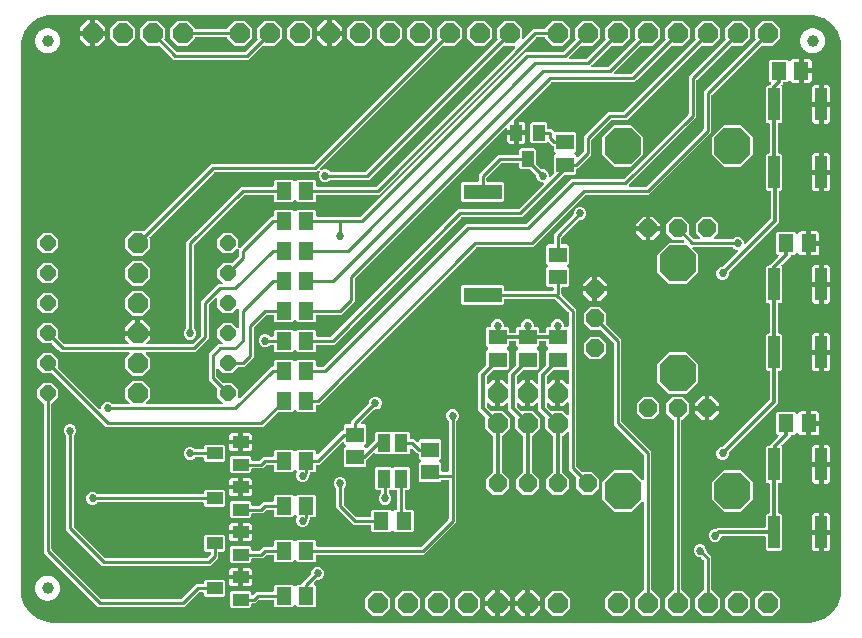
<source format=gtl>
G04 EAGLE Gerber RS-274X export*
G75*
%MOMM*%
%FSLAX34Y34*%
%LPD*%
%INTop Copper*%
%IPPOS*%
%AMOC8*
5,1,8,0,0,1.08239X$1,22.5*%
G01*
%ADD10R,3.200000X1.300000*%
%ADD11R,1.300000X1.500000*%
%ADD12P,1.415766X8X112.500000*%
%ADD13R,1.500000X1.300000*%
%ADD14R,1.400000X1.000000*%
%ADD15R,1.000000X2.750000*%
%ADD16P,1.814519X8X22.500000*%
%ADD17P,1.632244X8X112.500000*%
%ADD18R,1.100000X1.500000*%
%ADD19P,1.814519X8X202.500000*%
%ADD20P,1.814519X8X112.500000*%
%ADD21R,1.000000X1.400000*%
%ADD22P,1.632244X8X22.500000*%
%ADD23P,3.372727X8X22.500000*%
%ADD24P,1.632244X8X292.500000*%
%ADD25P,3.372727X8X292.500000*%
%ADD26P,1.632244X8X202.500000*%
%ADD27P,3.372727X8X202.500000*%
%ADD28C,1.000000*%
%ADD29C,0.304800*%
%ADD30C,0.685800*%
%ADD31C,0.254000*%

G36*
X670044Y2547D02*
X670044Y2547D01*
X670080Y2544D01*
X674216Y2869D01*
X674375Y2905D01*
X674450Y2916D01*
X682319Y5473D01*
X682574Y5597D01*
X682588Y5610D01*
X682602Y5617D01*
X689295Y10480D01*
X689500Y10678D01*
X689509Y10694D01*
X689520Y10705D01*
X694383Y17398D01*
X694516Y17649D01*
X694520Y17667D01*
X694527Y17681D01*
X697084Y25550D01*
X697105Y25671D01*
X697122Y25724D01*
X697123Y25752D01*
X697131Y25784D01*
X697456Y29920D01*
X697453Y29965D01*
X697459Y30000D01*
X697459Y490000D01*
X697453Y490044D01*
X697456Y490080D01*
X697131Y494216D01*
X697095Y494375D01*
X697084Y494450D01*
X694527Y502319D01*
X694471Y502435D01*
X694470Y502435D01*
X694403Y502574D01*
X694390Y502588D01*
X694383Y502602D01*
X689520Y509295D01*
X689322Y509500D01*
X689306Y509509D01*
X689295Y509520D01*
X682602Y514383D01*
X682351Y514516D01*
X682333Y514520D01*
X682319Y514527D01*
X674450Y517084D01*
X674290Y517112D01*
X674216Y517131D01*
X670080Y517456D01*
X670035Y517453D01*
X670000Y517459D01*
X30000Y517459D01*
X29956Y517453D01*
X29920Y517456D01*
X25784Y517131D01*
X25625Y517095D01*
X25550Y517084D01*
X17681Y514527D01*
X17426Y514403D01*
X17412Y514390D01*
X17398Y514383D01*
X10705Y509520D01*
X10500Y509322D01*
X10491Y509306D01*
X10480Y509295D01*
X5617Y502602D01*
X5565Y502504D01*
X5551Y502483D01*
X5546Y502469D01*
X5484Y502351D01*
X5480Y502333D01*
X5473Y502319D01*
X2916Y494450D01*
X2888Y494290D01*
X2869Y494216D01*
X2544Y490080D01*
X2547Y490035D01*
X2541Y490000D01*
X2541Y30000D01*
X2547Y29956D01*
X2544Y29920D01*
X2869Y25784D01*
X2871Y25777D01*
X2871Y25775D01*
X2874Y25761D01*
X2905Y25625D01*
X2916Y25550D01*
X5473Y17681D01*
X5597Y17426D01*
X5610Y17412D01*
X5617Y17398D01*
X10480Y10705D01*
X10678Y10500D01*
X10694Y10491D01*
X10705Y10480D01*
X17398Y5617D01*
X17649Y5484D01*
X17667Y5480D01*
X17681Y5473D01*
X25550Y2916D01*
X25710Y2888D01*
X25784Y2869D01*
X29920Y2544D01*
X29965Y2547D01*
X30000Y2541D01*
X670000Y2541D01*
X670044Y2547D01*
G37*
%LPC*%
G36*
X74832Y168147D02*
X74832Y168147D01*
X29599Y213380D01*
X29530Y213432D01*
X29466Y213492D01*
X29416Y213518D01*
X29372Y213551D01*
X29290Y213582D01*
X29212Y213622D01*
X29165Y213630D01*
X29106Y213652D01*
X28959Y213664D01*
X28881Y213677D01*
X21849Y213677D01*
X16827Y218699D01*
X16827Y225801D01*
X21849Y230823D01*
X28951Y230823D01*
X33973Y225801D01*
X33973Y218769D01*
X33980Y218714D01*
X33979Y218673D01*
X33986Y218647D01*
X33988Y218595D01*
X34005Y218542D01*
X34013Y218487D01*
X34048Y218407D01*
X34050Y218401D01*
X34051Y218398D01*
X34052Y218397D01*
X34075Y218324D01*
X34103Y218285D01*
X34129Y218228D01*
X34225Y218114D01*
X34270Y218051D01*
X69005Y183316D01*
X69029Y183298D01*
X69048Y183276D01*
X69142Y183213D01*
X69232Y183145D01*
X69260Y183134D01*
X69284Y183118D01*
X69392Y183084D01*
X69498Y183044D01*
X69527Y183041D01*
X69555Y183032D01*
X69669Y183029D01*
X69781Y183020D01*
X69810Y183026D01*
X69839Y183025D01*
X69949Y183054D01*
X70060Y183076D01*
X70086Y183089D01*
X70114Y183097D01*
X70212Y183155D01*
X70312Y183207D01*
X70334Y183227D01*
X70359Y183242D01*
X70436Y183325D01*
X70518Y183403D01*
X70533Y183428D01*
X70553Y183449D01*
X70605Y183550D01*
X70662Y183648D01*
X70669Y183676D01*
X70683Y183702D01*
X70696Y183780D01*
X70732Y183923D01*
X70730Y183986D01*
X70738Y184034D01*
X70738Y185236D01*
X71570Y187244D01*
X73106Y188780D01*
X75114Y189612D01*
X77286Y189612D01*
X79294Y188780D01*
X80324Y187750D01*
X80394Y187698D01*
X80458Y187638D01*
X80507Y187612D01*
X80551Y187579D01*
X80633Y187548D01*
X80711Y187508D01*
X80758Y187500D01*
X80817Y187478D01*
X80965Y187466D01*
X81042Y187453D01*
X93818Y187453D01*
X93847Y187457D01*
X93876Y187454D01*
X93987Y187477D01*
X94099Y187493D01*
X94126Y187505D01*
X94155Y187510D01*
X94255Y187562D01*
X94359Y187609D01*
X94381Y187628D01*
X94407Y187641D01*
X94489Y187719D01*
X94576Y187792D01*
X94592Y187817D01*
X94613Y187837D01*
X94670Y187935D01*
X94733Y188029D01*
X94742Y188057D01*
X94757Y188082D01*
X94785Y188192D01*
X94819Y188300D01*
X94820Y188330D01*
X94827Y188358D01*
X94823Y188471D01*
X94826Y188584D01*
X94819Y188613D01*
X94818Y188642D01*
X94783Y188750D01*
X94754Y188859D01*
X94739Y188885D01*
X94730Y188913D01*
X94685Y188976D01*
X94609Y189104D01*
X94563Y189147D01*
X94535Y189186D01*
X91185Y192536D01*
X91185Y201164D01*
X97286Y207265D01*
X105914Y207265D01*
X112015Y201164D01*
X112015Y192536D01*
X108665Y189186D01*
X108647Y189162D01*
X108624Y189143D01*
X108562Y189049D01*
X108494Y188959D01*
X108483Y188931D01*
X108467Y188907D01*
X108433Y188799D01*
X108392Y188693D01*
X108390Y188664D01*
X108381Y188636D01*
X108378Y188522D01*
X108369Y188410D01*
X108375Y188381D01*
X108374Y188352D01*
X108402Y188242D01*
X108425Y188131D01*
X108438Y188105D01*
X108446Y188077D01*
X108503Y187979D01*
X108556Y187879D01*
X108576Y187857D01*
X108591Y187832D01*
X108673Y187755D01*
X108751Y187673D01*
X108777Y187658D01*
X108798Y187638D01*
X108899Y187586D01*
X108997Y187529D01*
X109025Y187522D01*
X109051Y187508D01*
X109129Y187495D01*
X109272Y187459D01*
X109335Y187461D01*
X109382Y187453D01*
X172623Y187453D01*
X172652Y187457D01*
X172681Y187454D01*
X172792Y187477D01*
X172904Y187493D01*
X172931Y187505D01*
X172960Y187510D01*
X173060Y187562D01*
X173164Y187609D01*
X173186Y187628D01*
X173212Y187641D01*
X173294Y187719D01*
X173381Y187792D01*
X173397Y187817D01*
X173418Y187837D01*
X173475Y187935D01*
X173538Y188029D01*
X173547Y188057D01*
X173562Y188082D01*
X173590Y188192D01*
X173624Y188300D01*
X173625Y188330D01*
X173632Y188358D01*
X173628Y188471D01*
X173631Y188584D01*
X173624Y188613D01*
X173623Y188642D01*
X173588Y188750D01*
X173559Y188859D01*
X173544Y188885D01*
X173535Y188913D01*
X173490Y188976D01*
X173414Y189104D01*
X173368Y189147D01*
X173340Y189186D01*
X169227Y193299D01*
X169227Y200331D01*
X169215Y200418D01*
X169212Y200505D01*
X169195Y200558D01*
X169187Y200613D01*
X169152Y200693D01*
X169125Y200776D01*
X169097Y200815D01*
X169071Y200872D01*
X168975Y200986D01*
X168930Y201049D01*
X164029Y205950D01*
X161797Y208182D01*
X161797Y229968D01*
X170082Y238253D01*
X172623Y238253D01*
X172652Y238257D01*
X172681Y238254D01*
X172792Y238277D01*
X172904Y238293D01*
X172931Y238305D01*
X172960Y238310D01*
X173060Y238362D01*
X173164Y238409D01*
X173186Y238428D01*
X173212Y238441D01*
X173294Y238519D01*
X173381Y238592D01*
X173397Y238617D01*
X173418Y238637D01*
X173475Y238735D01*
X173538Y238829D01*
X173547Y238857D01*
X173562Y238882D01*
X173590Y238992D01*
X173624Y239100D01*
X173625Y239130D01*
X173632Y239158D01*
X173628Y239271D01*
X173631Y239384D01*
X173624Y239413D01*
X173623Y239442D01*
X173588Y239550D01*
X173559Y239659D01*
X173544Y239685D01*
X173535Y239713D01*
X173490Y239776D01*
X173414Y239904D01*
X173368Y239947D01*
X173340Y239986D01*
X169227Y244099D01*
X169227Y251201D01*
X174249Y256223D01*
X181351Y256223D01*
X185464Y252110D01*
X185488Y252092D01*
X185507Y252069D01*
X185601Y252007D01*
X185691Y251939D01*
X185719Y251928D01*
X185743Y251912D01*
X185851Y251878D01*
X185957Y251837D01*
X185986Y251835D01*
X186014Y251826D01*
X186128Y251823D01*
X186240Y251814D01*
X186269Y251820D01*
X186298Y251819D01*
X186408Y251847D01*
X186519Y251870D01*
X186545Y251883D01*
X186573Y251891D01*
X186671Y251948D01*
X186771Y252001D01*
X186793Y252021D01*
X186818Y252036D01*
X186895Y252118D01*
X186977Y252196D01*
X186992Y252222D01*
X187012Y252243D01*
X187064Y252344D01*
X187121Y252442D01*
X187128Y252470D01*
X187142Y252496D01*
X187155Y252574D01*
X187191Y252717D01*
X187189Y252780D01*
X187197Y252827D01*
X187197Y267873D01*
X187193Y267902D01*
X187196Y267931D01*
X187173Y268042D01*
X187157Y268154D01*
X187145Y268181D01*
X187140Y268210D01*
X187088Y268310D01*
X187041Y268414D01*
X187022Y268436D01*
X187009Y268462D01*
X186931Y268544D01*
X186858Y268631D01*
X186833Y268647D01*
X186813Y268668D01*
X186715Y268725D01*
X186621Y268788D01*
X186593Y268797D01*
X186568Y268812D01*
X186458Y268840D01*
X186350Y268874D01*
X186320Y268875D01*
X186292Y268882D01*
X186179Y268878D01*
X186066Y268881D01*
X186037Y268874D01*
X186008Y268873D01*
X185900Y268838D01*
X185791Y268809D01*
X185765Y268794D01*
X185737Y268785D01*
X185674Y268740D01*
X185546Y268664D01*
X185503Y268618D01*
X185464Y268590D01*
X181351Y264477D01*
X174249Y264477D01*
X169227Y269499D01*
X169227Y276405D01*
X169223Y276435D01*
X169226Y276464D01*
X169203Y276575D01*
X169187Y276687D01*
X169175Y276714D01*
X169170Y276742D01*
X169118Y276843D01*
X169071Y276946D01*
X169052Y276969D01*
X169039Y276995D01*
X168961Y277077D01*
X168888Y277163D01*
X168863Y277180D01*
X168843Y277201D01*
X168745Y277258D01*
X168651Y277321D01*
X168623Y277330D01*
X168598Y277345D01*
X168488Y277373D01*
X168380Y277407D01*
X168350Y277408D01*
X168322Y277415D01*
X168209Y277411D01*
X168096Y277414D01*
X168067Y277407D01*
X168038Y277406D01*
X167930Y277371D01*
X167821Y277342D01*
X167795Y277327D01*
X167767Y277318D01*
X167704Y277273D01*
X167576Y277197D01*
X167533Y277151D01*
X167494Y277123D01*
X162350Y271979D01*
X162298Y271909D01*
X162238Y271846D01*
X162212Y271796D01*
X162179Y271752D01*
X162148Y271670D01*
X162108Y271592D01*
X162100Y271545D01*
X162078Y271486D01*
X162066Y271339D01*
X162053Y271261D01*
X162053Y243113D01*
X150587Y231647D01*
X109382Y231647D01*
X109353Y231643D01*
X109324Y231646D01*
X109213Y231623D01*
X109101Y231607D01*
X109074Y231595D01*
X109045Y231590D01*
X108945Y231538D01*
X108841Y231491D01*
X108819Y231472D01*
X108793Y231459D01*
X108711Y231381D01*
X108624Y231308D01*
X108608Y231283D01*
X108587Y231263D01*
X108530Y231165D01*
X108467Y231071D01*
X108458Y231043D01*
X108443Y231018D01*
X108415Y230908D01*
X108381Y230800D01*
X108380Y230770D01*
X108373Y230742D01*
X108377Y230629D01*
X108374Y230516D01*
X108381Y230487D01*
X108382Y230458D01*
X108417Y230350D01*
X108446Y230241D01*
X108461Y230215D01*
X108470Y230187D01*
X108515Y230124D01*
X108591Y229996D01*
X108637Y229953D01*
X108665Y229914D01*
X112015Y226564D01*
X112015Y217936D01*
X105914Y211835D01*
X97286Y211835D01*
X91185Y217936D01*
X91185Y226564D01*
X94535Y229914D01*
X94553Y229938D01*
X94576Y229957D01*
X94638Y230051D01*
X94706Y230141D01*
X94717Y230169D01*
X94733Y230193D01*
X94767Y230301D01*
X94808Y230407D01*
X94810Y230436D01*
X94819Y230464D01*
X94822Y230578D01*
X94831Y230690D01*
X94825Y230719D01*
X94826Y230748D01*
X94798Y230858D01*
X94775Y230969D01*
X94762Y230995D01*
X94754Y231023D01*
X94697Y231121D01*
X94644Y231221D01*
X94624Y231243D01*
X94609Y231268D01*
X94527Y231345D01*
X94449Y231427D01*
X94423Y231442D01*
X94402Y231462D01*
X94301Y231514D01*
X94203Y231571D01*
X94175Y231578D01*
X94149Y231592D01*
X94071Y231605D01*
X93928Y231641D01*
X93865Y231639D01*
X93818Y231647D01*
X36732Y231647D01*
X34500Y233879D01*
X29599Y238780D01*
X29529Y238832D01*
X29466Y238892D01*
X29416Y238918D01*
X29372Y238951D01*
X29290Y238982D01*
X29213Y239022D01*
X29165Y239030D01*
X29106Y239052D01*
X28959Y239064D01*
X28881Y239077D01*
X21849Y239077D01*
X16827Y244099D01*
X16827Y251201D01*
X21849Y256223D01*
X28951Y256223D01*
X33973Y251201D01*
X33973Y244169D01*
X33981Y244111D01*
X33979Y244054D01*
X33987Y244026D01*
X33988Y243995D01*
X34005Y243942D01*
X34013Y243887D01*
X34038Y243831D01*
X34051Y243779D01*
X34065Y243756D01*
X34075Y243724D01*
X34103Y243685D01*
X34129Y243628D01*
X34170Y243579D01*
X34196Y243534D01*
X34238Y243495D01*
X34270Y243451D01*
X39171Y238550D01*
X39241Y238498D01*
X39304Y238438D01*
X39354Y238412D01*
X39398Y238379D01*
X39480Y238348D01*
X39558Y238308D01*
X39605Y238300D01*
X39664Y238278D01*
X39811Y238266D01*
X39889Y238253D01*
X93099Y238253D01*
X93128Y238257D01*
X93157Y238254D01*
X93269Y238277D01*
X93381Y238293D01*
X93407Y238305D01*
X93436Y238310D01*
X93537Y238362D01*
X93640Y238409D01*
X93663Y238428D01*
X93689Y238441D01*
X93771Y238519D01*
X93857Y238592D01*
X93873Y238617D01*
X93895Y238637D01*
X93952Y238735D01*
X94015Y238829D01*
X94024Y238857D01*
X94038Y238882D01*
X94066Y238992D01*
X94100Y239100D01*
X94101Y239130D01*
X94108Y239158D01*
X94105Y239271D01*
X94108Y239384D01*
X94100Y239413D01*
X94099Y239442D01*
X94065Y239550D01*
X94036Y239659D01*
X94021Y239685D01*
X94012Y239713D01*
X93966Y239776D01*
X93891Y239904D01*
X93845Y239947D01*
X93817Y239986D01*
X90677Y243126D01*
X90677Y245619D01*
X100584Y245619D01*
X100642Y245627D01*
X100700Y245625D01*
X100782Y245647D01*
X100865Y245659D01*
X100919Y245683D01*
X100975Y245697D01*
X101048Y245740D01*
X101125Y245775D01*
X101169Y245813D01*
X101220Y245843D01*
X101277Y245904D01*
X101342Y245959D01*
X101374Y246007D01*
X101414Y246050D01*
X101453Y246125D01*
X101499Y246195D01*
X101517Y246251D01*
X101544Y246303D01*
X101555Y246371D01*
X101585Y246466D01*
X101588Y246566D01*
X101599Y246634D01*
X101599Y247651D01*
X101601Y247651D01*
X101601Y246634D01*
X101609Y246576D01*
X101608Y246518D01*
X101629Y246436D01*
X101641Y246353D01*
X101665Y246299D01*
X101679Y246243D01*
X101722Y246170D01*
X101757Y246093D01*
X101795Y246048D01*
X101825Y245998D01*
X101886Y245940D01*
X101941Y245876D01*
X101989Y245844D01*
X102032Y245804D01*
X102107Y245765D01*
X102177Y245719D01*
X102233Y245701D01*
X102285Y245674D01*
X102353Y245663D01*
X102448Y245633D01*
X102548Y245630D01*
X102616Y245619D01*
X112523Y245619D01*
X112523Y243126D01*
X109383Y239986D01*
X109365Y239962D01*
X109343Y239943D01*
X109280Y239849D01*
X109212Y239759D01*
X109202Y239731D01*
X109185Y239707D01*
X109151Y239599D01*
X109111Y239493D01*
X109108Y239464D01*
X109100Y239436D01*
X109097Y239322D01*
X109087Y239210D01*
X109093Y239181D01*
X109092Y239152D01*
X109121Y239042D01*
X109143Y238931D01*
X109157Y238905D01*
X109164Y238877D01*
X109222Y238779D01*
X109274Y238679D01*
X109294Y238657D01*
X109309Y238632D01*
X109392Y238555D01*
X109470Y238473D01*
X109495Y238458D01*
X109517Y238438D01*
X109617Y238386D01*
X109715Y238329D01*
X109744Y238322D01*
X109770Y238308D01*
X109847Y238295D01*
X109991Y238259D01*
X110053Y238261D01*
X110101Y238253D01*
X147431Y238253D01*
X147517Y238265D01*
X147605Y238268D01*
X147657Y238285D01*
X147712Y238293D01*
X147792Y238328D01*
X147875Y238355D01*
X147914Y238383D01*
X147971Y238409D01*
X148085Y238505D01*
X148148Y238550D01*
X155150Y245552D01*
X155202Y245621D01*
X155262Y245685D01*
X155288Y245735D01*
X155321Y245779D01*
X155352Y245860D01*
X155392Y245938D01*
X155400Y245986D01*
X155422Y246044D01*
X155434Y246192D01*
X155447Y246269D01*
X155447Y274418D01*
X170082Y289053D01*
X172623Y289053D01*
X172652Y289057D01*
X172681Y289054D01*
X172792Y289077D01*
X172904Y289093D01*
X172931Y289105D01*
X172960Y289110D01*
X173060Y289162D01*
X173164Y289209D01*
X173186Y289228D01*
X173212Y289241D01*
X173294Y289319D01*
X173381Y289392D01*
X173397Y289417D01*
X173418Y289437D01*
X173475Y289535D01*
X173538Y289629D01*
X173547Y289657D01*
X173562Y289682D01*
X173590Y289792D01*
X173624Y289900D01*
X173625Y289930D01*
X173632Y289958D01*
X173628Y290071D01*
X173631Y290184D01*
X173624Y290213D01*
X173623Y290242D01*
X173588Y290350D01*
X173559Y290459D01*
X173544Y290485D01*
X173535Y290513D01*
X173490Y290576D01*
X173414Y290704D01*
X173368Y290747D01*
X173340Y290786D01*
X169227Y294899D01*
X169227Y302001D01*
X174249Y307023D01*
X181281Y307023D01*
X181368Y307035D01*
X181455Y307038D01*
X181508Y307055D01*
X181563Y307063D01*
X181643Y307098D01*
X181726Y307125D01*
X181765Y307153D01*
X181822Y307179D01*
X181936Y307275D01*
X181999Y307320D01*
X186900Y312221D01*
X186952Y312290D01*
X187012Y312354D01*
X187038Y312404D01*
X187071Y312448D01*
X187102Y312530D01*
X187142Y312608D01*
X187150Y312655D01*
X187172Y312714D01*
X187184Y312861D01*
X187197Y312939D01*
X187197Y318673D01*
X187193Y318702D01*
X187196Y318731D01*
X187173Y318842D01*
X187157Y318954D01*
X187145Y318981D01*
X187140Y319010D01*
X187088Y319110D01*
X187041Y319214D01*
X187022Y319236D01*
X187009Y319262D01*
X186931Y319344D01*
X186858Y319431D01*
X186833Y319447D01*
X186813Y319468D01*
X186715Y319525D01*
X186621Y319588D01*
X186593Y319597D01*
X186568Y319612D01*
X186458Y319640D01*
X186350Y319674D01*
X186320Y319675D01*
X186292Y319682D01*
X186179Y319678D01*
X186066Y319681D01*
X186037Y319674D01*
X186008Y319673D01*
X185900Y319638D01*
X185791Y319609D01*
X185765Y319594D01*
X185737Y319585D01*
X185674Y319540D01*
X185546Y319464D01*
X185503Y319418D01*
X185464Y319390D01*
X181351Y315277D01*
X174249Y315277D01*
X169227Y320299D01*
X169227Y327401D01*
X174249Y332423D01*
X181351Y332423D01*
X186373Y327401D01*
X186373Y320495D01*
X186377Y320465D01*
X186374Y320436D01*
X186397Y320325D01*
X186413Y320213D01*
X186425Y320186D01*
X186430Y320157D01*
X186483Y320057D01*
X186529Y319954D01*
X186548Y319931D01*
X186561Y319905D01*
X186639Y319823D01*
X186712Y319737D01*
X186737Y319720D01*
X186757Y319699D01*
X186855Y319642D01*
X186949Y319579D01*
X186977Y319570D01*
X187002Y319555D01*
X187112Y319528D01*
X187220Y319493D01*
X187250Y319492D01*
X187278Y319485D01*
X187391Y319489D01*
X187504Y319486D01*
X187533Y319493D01*
X187562Y319494D01*
X187670Y319529D01*
X187779Y319558D01*
X187805Y319573D01*
X187833Y319582D01*
X187897Y319627D01*
X188024Y319703D01*
X188067Y319749D01*
X188106Y319777D01*
X189429Y321100D01*
X214532Y346203D01*
X215902Y346203D01*
X215960Y346211D01*
X216018Y346209D01*
X216100Y346231D01*
X216184Y346243D01*
X216237Y346266D01*
X216293Y346281D01*
X216366Y346324D01*
X216443Y346359D01*
X216488Y346397D01*
X216538Y346426D01*
X216596Y346488D01*
X216660Y346542D01*
X216692Y346591D01*
X216732Y346634D01*
X216771Y346709D01*
X216818Y346779D01*
X216835Y346835D01*
X216862Y346887D01*
X216873Y346955D01*
X216903Y347050D01*
X216906Y347150D01*
X216917Y347218D01*
X216917Y351242D01*
X218108Y352433D01*
X232792Y352433D01*
X234232Y350993D01*
X234279Y350957D01*
X234319Y350915D01*
X234392Y350872D01*
X234459Y350822D01*
X234514Y350801D01*
X234564Y350771D01*
X234646Y350751D01*
X234725Y350720D01*
X234783Y350716D01*
X234840Y350701D01*
X234924Y350704D01*
X235008Y350697D01*
X235066Y350708D01*
X235124Y350710D01*
X235204Y350736D01*
X235287Y350753D01*
X235339Y350780D01*
X235395Y350798D01*
X235451Y350838D01*
X235539Y350884D01*
X235612Y350953D01*
X235668Y350993D01*
X237108Y352433D01*
X251792Y352433D01*
X252983Y351242D01*
X252983Y347218D01*
X252991Y347160D01*
X252989Y347102D01*
X253011Y347020D01*
X253023Y346936D01*
X253046Y346883D01*
X253061Y346827D01*
X253104Y346754D01*
X253139Y346677D01*
X253177Y346632D01*
X253206Y346582D01*
X253268Y346524D01*
X253322Y346460D01*
X253371Y346428D01*
X253414Y346388D01*
X253489Y346349D01*
X253559Y346302D01*
X253615Y346285D01*
X253667Y346258D01*
X253735Y346247D01*
X253830Y346217D01*
X253930Y346214D01*
X253998Y346203D01*
X289964Y346203D01*
X290051Y346215D01*
X290138Y346218D01*
X290191Y346235D01*
X290245Y346243D01*
X290325Y346278D01*
X290409Y346305D01*
X290448Y346333D01*
X290505Y346359D01*
X290618Y346455D01*
X290682Y346500D01*
X430084Y485903D01*
X461761Y485903D01*
X461848Y485915D01*
X461935Y485918D01*
X461988Y485935D01*
X462043Y485943D01*
X462123Y485978D01*
X462206Y486005D01*
X462245Y486033D01*
X462302Y486059D01*
X462415Y486155D01*
X462479Y486200D01*
X472182Y495903D01*
X472218Y495950D01*
X472260Y495990D01*
X472303Y496063D01*
X472353Y496130D01*
X472374Y496185D01*
X472404Y496235D01*
X472424Y496317D01*
X472455Y496396D01*
X472459Y496454D01*
X472474Y496511D01*
X472471Y496595D01*
X472478Y496679D01*
X472467Y496737D01*
X472465Y496795D01*
X472439Y496875D01*
X472422Y496958D01*
X472395Y497010D01*
X472377Y497066D01*
X472337Y497122D01*
X472291Y497210D01*
X472222Y497283D01*
X472185Y497335D01*
X472185Y505964D01*
X478286Y512065D01*
X486914Y512065D01*
X493015Y505964D01*
X493015Y497336D01*
X486914Y491235D01*
X478285Y491235D01*
X478242Y491267D01*
X478202Y491310D01*
X478129Y491353D01*
X478062Y491403D01*
X478007Y491424D01*
X477957Y491454D01*
X477875Y491474D01*
X477796Y491505D01*
X477738Y491509D01*
X477681Y491524D01*
X477597Y491521D01*
X477513Y491528D01*
X477455Y491517D01*
X477397Y491515D01*
X477317Y491489D01*
X477234Y491472D01*
X477182Y491445D01*
X477127Y491427D01*
X477070Y491387D01*
X476982Y491341D01*
X476909Y491272D01*
X476853Y491232D01*
X467150Y481529D01*
X466907Y481286D01*
X466889Y481262D01*
X466867Y481243D01*
X466804Y481149D01*
X466736Y481059D01*
X466725Y481031D01*
X466709Y481007D01*
X466675Y480899D01*
X466635Y480793D01*
X466632Y480764D01*
X466623Y480736D01*
X466620Y480623D01*
X466611Y480510D01*
X466617Y480481D01*
X466616Y480452D01*
X466644Y480342D01*
X466667Y480231D01*
X466680Y480205D01*
X466688Y480177D01*
X466745Y480080D01*
X466798Y479979D01*
X466818Y479957D01*
X466833Y479932D01*
X466916Y479855D01*
X466994Y479773D01*
X467019Y479758D01*
X467040Y479738D01*
X467141Y479686D01*
X467239Y479629D01*
X467267Y479622D01*
X467293Y479608D01*
X467371Y479595D01*
X467514Y479559D01*
X467577Y479561D01*
X467625Y479553D01*
X480811Y479553D01*
X480898Y479565D01*
X480985Y479568D01*
X481038Y479585D01*
X481093Y479593D01*
X481173Y479628D01*
X481256Y479655D01*
X481295Y479683D01*
X481352Y479709D01*
X481465Y479805D01*
X481529Y479850D01*
X497582Y495903D01*
X497618Y495950D01*
X497660Y495990D01*
X497703Y496063D01*
X497753Y496130D01*
X497774Y496185D01*
X497804Y496235D01*
X497824Y496317D01*
X497855Y496396D01*
X497859Y496454D01*
X497874Y496511D01*
X497871Y496595D01*
X497878Y496679D01*
X497867Y496737D01*
X497865Y496795D01*
X497839Y496875D01*
X497822Y496958D01*
X497795Y497010D01*
X497777Y497066D01*
X497737Y497122D01*
X497691Y497210D01*
X497622Y497283D01*
X497585Y497335D01*
X497585Y505964D01*
X503686Y512065D01*
X512314Y512065D01*
X518415Y505964D01*
X518415Y497336D01*
X512314Y491235D01*
X503685Y491235D01*
X503642Y491267D01*
X503602Y491310D01*
X503529Y491353D01*
X503462Y491403D01*
X503407Y491424D01*
X503357Y491454D01*
X503275Y491474D01*
X503196Y491505D01*
X503138Y491509D01*
X503081Y491524D01*
X502997Y491521D01*
X502913Y491528D01*
X502855Y491517D01*
X502797Y491515D01*
X502717Y491489D01*
X502634Y491472D01*
X502582Y491445D01*
X502527Y491427D01*
X502470Y491387D01*
X502382Y491341D01*
X502309Y491272D01*
X502253Y491232D01*
X486200Y475179D01*
X485957Y474936D01*
X485939Y474912D01*
X485917Y474893D01*
X485854Y474799D01*
X485786Y474709D01*
X485775Y474681D01*
X485759Y474657D01*
X485725Y474549D01*
X485685Y474443D01*
X485682Y474414D01*
X485673Y474386D01*
X485670Y474273D01*
X485661Y474160D01*
X485667Y474131D01*
X485666Y474102D01*
X485694Y473992D01*
X485717Y473881D01*
X485730Y473855D01*
X485738Y473827D01*
X485795Y473730D01*
X485848Y473629D01*
X485868Y473607D01*
X485883Y473582D01*
X485966Y473505D01*
X486044Y473423D01*
X486069Y473408D01*
X486090Y473388D01*
X486191Y473336D01*
X486289Y473279D01*
X486317Y473272D01*
X486343Y473258D01*
X486421Y473245D01*
X486564Y473209D01*
X486627Y473211D01*
X486675Y473203D01*
X499861Y473203D01*
X499948Y473215D01*
X500035Y473218D01*
X500088Y473235D01*
X500143Y473243D01*
X500223Y473278D01*
X500306Y473305D01*
X500345Y473333D01*
X500402Y473359D01*
X500515Y473455D01*
X500579Y473500D01*
X522982Y495903D01*
X523018Y495950D01*
X523060Y495990D01*
X523103Y496063D01*
X523153Y496130D01*
X523174Y496185D01*
X523204Y496235D01*
X523224Y496317D01*
X523255Y496396D01*
X523259Y496454D01*
X523274Y496511D01*
X523271Y496595D01*
X523278Y496679D01*
X523267Y496737D01*
X523265Y496795D01*
X523239Y496875D01*
X523222Y496958D01*
X523195Y497010D01*
X523177Y497066D01*
X523137Y497122D01*
X523091Y497210D01*
X523022Y497283D01*
X522985Y497335D01*
X522985Y505964D01*
X529086Y512065D01*
X537714Y512065D01*
X543815Y505964D01*
X543815Y497336D01*
X537714Y491235D01*
X529085Y491235D01*
X529042Y491267D01*
X529002Y491310D01*
X528929Y491353D01*
X528862Y491403D01*
X528807Y491424D01*
X528757Y491454D01*
X528675Y491474D01*
X528596Y491505D01*
X528538Y491509D01*
X528481Y491524D01*
X528397Y491521D01*
X528313Y491528D01*
X528255Y491517D01*
X528197Y491515D01*
X528117Y491489D01*
X528034Y491472D01*
X527982Y491445D01*
X527927Y491427D01*
X527870Y491387D01*
X527782Y491341D01*
X527709Y491272D01*
X527653Y491232D01*
X505250Y468829D01*
X505007Y468586D01*
X504989Y468562D01*
X504967Y468543D01*
X504904Y468449D01*
X504836Y468359D01*
X504825Y468331D01*
X504809Y468307D01*
X504775Y468199D01*
X504735Y468093D01*
X504732Y468064D01*
X504723Y468036D01*
X504720Y467923D01*
X504711Y467810D01*
X504717Y467781D01*
X504716Y467752D01*
X504744Y467642D01*
X504767Y467531D01*
X504780Y467505D01*
X504788Y467477D01*
X504845Y467380D01*
X504898Y467279D01*
X504918Y467257D01*
X504933Y467232D01*
X505016Y467155D01*
X505094Y467073D01*
X505119Y467058D01*
X505140Y467038D01*
X505241Y466986D01*
X505339Y466929D01*
X505367Y466922D01*
X505393Y466908D01*
X505471Y466895D01*
X505614Y466859D01*
X505677Y466861D01*
X505725Y466853D01*
X518911Y466853D01*
X518998Y466865D01*
X519085Y466868D01*
X519138Y466885D01*
X519193Y466893D01*
X519273Y466928D01*
X519356Y466955D01*
X519395Y466983D01*
X519452Y467009D01*
X519566Y467105D01*
X519629Y467150D01*
X548382Y495903D01*
X548417Y495950D01*
X548460Y495990D01*
X548503Y496063D01*
X548553Y496130D01*
X548574Y496185D01*
X548604Y496235D01*
X548624Y496317D01*
X548655Y496396D01*
X548659Y496454D01*
X548674Y496511D01*
X548671Y496595D01*
X548678Y496679D01*
X548667Y496737D01*
X548665Y496795D01*
X548639Y496875D01*
X548622Y496958D01*
X548595Y497010D01*
X548577Y497066D01*
X548537Y497122D01*
X548491Y497210D01*
X548422Y497283D01*
X548385Y497335D01*
X548385Y505964D01*
X554486Y512065D01*
X563114Y512065D01*
X569215Y505964D01*
X569215Y497336D01*
X563114Y491235D01*
X554485Y491235D01*
X554442Y491267D01*
X554402Y491310D01*
X554329Y491353D01*
X554262Y491403D01*
X554207Y491424D01*
X554157Y491454D01*
X554075Y491474D01*
X553996Y491505D01*
X553938Y491509D01*
X553881Y491524D01*
X553797Y491521D01*
X553713Y491528D01*
X553655Y491517D01*
X553597Y491515D01*
X553517Y491489D01*
X553434Y491472D01*
X553382Y491445D01*
X553327Y491427D01*
X553270Y491387D01*
X553182Y491341D01*
X553109Y491272D01*
X553053Y491232D01*
X524300Y462479D01*
X522068Y460247D01*
X452639Y460247D01*
X452552Y460235D01*
X452465Y460232D01*
X452412Y460215D01*
X452357Y460207D01*
X452277Y460172D01*
X452194Y460145D01*
X452155Y460117D01*
X452098Y460091D01*
X451984Y459995D01*
X451921Y459950D01*
X420566Y428595D01*
X420514Y428526D01*
X420454Y428462D01*
X420428Y428412D01*
X420395Y428368D01*
X420364Y428286D01*
X420324Y428209D01*
X420316Y428161D01*
X420294Y428103D01*
X420282Y427955D01*
X420269Y427877D01*
X420269Y419431D01*
X414759Y419431D01*
X414759Y420337D01*
X414755Y420367D01*
X414758Y420396D01*
X414735Y420507D01*
X414719Y420619D01*
X414707Y420646D01*
X414702Y420674D01*
X414650Y420775D01*
X414603Y420878D01*
X414584Y420901D01*
X414571Y420927D01*
X414493Y421009D01*
X414420Y421095D01*
X414395Y421112D01*
X414375Y421133D01*
X414277Y421190D01*
X414183Y421253D01*
X414155Y421262D01*
X414130Y421277D01*
X414020Y421305D01*
X413912Y421339D01*
X413882Y421340D01*
X413854Y421347D01*
X413741Y421343D01*
X413628Y421346D01*
X413599Y421339D01*
X413570Y421338D01*
X413462Y421303D01*
X413353Y421274D01*
X413327Y421259D01*
X413299Y421250D01*
X413236Y421205D01*
X413108Y421129D01*
X413065Y421083D01*
X413026Y421055D01*
X286175Y294204D01*
X286123Y294135D01*
X286063Y294071D01*
X286037Y294021D01*
X286004Y293977D01*
X285973Y293895D01*
X285933Y293817D01*
X285925Y293770D01*
X285903Y293711D01*
X285891Y293564D01*
X285878Y293486D01*
X285878Y274857D01*
X274418Y263397D01*
X253998Y263397D01*
X253940Y263389D01*
X253882Y263391D01*
X253800Y263369D01*
X253716Y263357D01*
X253663Y263334D01*
X253607Y263319D01*
X253534Y263276D01*
X253457Y263241D01*
X253412Y263203D01*
X253362Y263174D01*
X253304Y263112D01*
X253240Y263058D01*
X253208Y263009D01*
X253168Y262966D01*
X253129Y262891D01*
X253082Y262821D01*
X253065Y262765D01*
X253038Y262713D01*
X253027Y262645D01*
X252997Y262550D01*
X252994Y262450D01*
X252983Y262382D01*
X252983Y258358D01*
X251792Y257167D01*
X237108Y257167D01*
X235668Y258607D01*
X235621Y258642D01*
X235581Y258685D01*
X235508Y258728D01*
X235441Y258778D01*
X235386Y258799D01*
X235336Y258829D01*
X235254Y258849D01*
X235175Y258880D01*
X235117Y258884D01*
X235060Y258899D01*
X234976Y258896D01*
X234892Y258903D01*
X234834Y258892D01*
X234776Y258890D01*
X234696Y258864D01*
X234613Y258847D01*
X234561Y258820D01*
X234505Y258802D01*
X234449Y258762D01*
X234361Y258716D01*
X234288Y258648D01*
X234232Y258607D01*
X232792Y257167D01*
X218108Y257167D01*
X216917Y258358D01*
X216917Y262382D01*
X216909Y262440D01*
X216911Y262498D01*
X216889Y262580D01*
X216877Y262664D01*
X216854Y262717D01*
X216839Y262773D01*
X216796Y262846D01*
X216761Y262923D01*
X216723Y262968D01*
X216694Y263018D01*
X216632Y263076D01*
X216578Y263140D01*
X216529Y263172D01*
X216486Y263212D01*
X216411Y263251D01*
X216341Y263298D01*
X216285Y263315D01*
X216233Y263342D01*
X216165Y263353D01*
X216070Y263383D01*
X215970Y263386D01*
X215902Y263397D01*
X211339Y263397D01*
X211252Y263385D01*
X211165Y263382D01*
X211112Y263365D01*
X211057Y263357D01*
X210977Y263322D01*
X210894Y263295D01*
X210855Y263267D01*
X210798Y263241D01*
X210684Y263145D01*
X210621Y263100D01*
X200450Y252929D01*
X200398Y252860D01*
X200338Y252796D01*
X200312Y252746D01*
X200279Y252702D01*
X200248Y252620D01*
X200208Y252542D01*
X200200Y252495D01*
X200178Y252436D01*
X200166Y252289D01*
X200153Y252211D01*
X200153Y227232D01*
X191868Y218947D01*
X187041Y218947D01*
X186955Y218935D01*
X186867Y218932D01*
X186815Y218915D01*
X186760Y218907D01*
X186680Y218872D01*
X186597Y218845D01*
X186558Y218817D01*
X186501Y218791D01*
X186387Y218695D01*
X186324Y218650D01*
X181351Y213677D01*
X174249Y213677D01*
X170136Y217790D01*
X170112Y217808D01*
X170093Y217831D01*
X169999Y217893D01*
X169909Y217961D01*
X169881Y217972D01*
X169857Y217988D01*
X169749Y218022D01*
X169643Y218063D01*
X169614Y218065D01*
X169586Y218074D01*
X169472Y218077D01*
X169360Y218086D01*
X169331Y218080D01*
X169302Y218081D01*
X169192Y218053D01*
X169081Y218030D01*
X169055Y218017D01*
X169027Y218009D01*
X168929Y217952D01*
X168829Y217899D01*
X168807Y217879D01*
X168782Y217864D01*
X168705Y217782D01*
X168623Y217704D01*
X168608Y217678D01*
X168588Y217657D01*
X168536Y217556D01*
X168479Y217458D01*
X168472Y217430D01*
X168458Y217404D01*
X168445Y217326D01*
X168409Y217183D01*
X168411Y217120D01*
X168403Y217073D01*
X168403Y211339D01*
X168415Y211252D01*
X168418Y211165D01*
X168435Y211112D01*
X168443Y211057D01*
X168478Y210977D01*
X168505Y210894D01*
X168533Y210855D01*
X168559Y210798D01*
X168655Y210684D01*
X168700Y210621D01*
X173601Y205720D01*
X173670Y205668D01*
X173734Y205608D01*
X173784Y205582D01*
X173828Y205549D01*
X173910Y205518D01*
X173987Y205478D01*
X174035Y205470D01*
X174094Y205448D01*
X174241Y205436D01*
X174319Y205423D01*
X181351Y205423D01*
X186373Y200401D01*
X186373Y193495D01*
X186377Y193465D01*
X186374Y193436D01*
X186397Y193325D01*
X186413Y193213D01*
X186425Y193186D01*
X186430Y193158D01*
X186482Y193057D01*
X186529Y192954D01*
X186548Y192931D01*
X186561Y192905D01*
X186639Y192823D01*
X186712Y192737D01*
X186737Y192720D01*
X186757Y192699D01*
X186855Y192642D01*
X186949Y192579D01*
X186977Y192570D01*
X187002Y192555D01*
X187112Y192527D01*
X187220Y192493D01*
X187250Y192492D01*
X187278Y192485D01*
X187391Y192489D01*
X187504Y192486D01*
X187533Y192493D01*
X187562Y192494D01*
X187670Y192529D01*
X187779Y192558D01*
X187805Y192573D01*
X187833Y192582D01*
X187896Y192627D01*
X188024Y192703D01*
X188067Y192749D01*
X188106Y192777D01*
X214532Y219203D01*
X215902Y219203D01*
X215960Y219211D01*
X216018Y219209D01*
X216100Y219231D01*
X216184Y219243D01*
X216237Y219266D01*
X216293Y219281D01*
X216366Y219324D01*
X216443Y219359D01*
X216488Y219397D01*
X216538Y219426D01*
X216596Y219488D01*
X216660Y219542D01*
X216692Y219591D01*
X216732Y219634D01*
X216771Y219709D01*
X216818Y219779D01*
X216835Y219835D01*
X216862Y219887D01*
X216873Y219955D01*
X216903Y220050D01*
X216906Y220150D01*
X216917Y220218D01*
X216917Y224242D01*
X218108Y225433D01*
X232792Y225433D01*
X234232Y223993D01*
X234279Y223957D01*
X234319Y223915D01*
X234392Y223872D01*
X234459Y223822D01*
X234514Y223801D01*
X234564Y223771D01*
X234646Y223751D01*
X234725Y223720D01*
X234783Y223716D01*
X234840Y223701D01*
X234924Y223704D01*
X235008Y223697D01*
X235066Y223708D01*
X235124Y223710D01*
X235204Y223736D01*
X235287Y223753D01*
X235339Y223780D01*
X235395Y223798D01*
X235451Y223838D01*
X235539Y223884D01*
X235612Y223953D01*
X235668Y223993D01*
X237108Y225433D01*
X251792Y225433D01*
X252983Y224242D01*
X252983Y220218D01*
X252991Y220160D01*
X252989Y220102D01*
X253011Y220020D01*
X253023Y219936D01*
X253046Y219883D01*
X253061Y219827D01*
X253104Y219754D01*
X253139Y219677D01*
X253177Y219632D01*
X253206Y219582D01*
X253268Y219524D01*
X253322Y219460D01*
X253371Y219428D01*
X253414Y219388D01*
X253489Y219349D01*
X253559Y219302D01*
X253615Y219285D01*
X253667Y219258D01*
X253735Y219247D01*
X253830Y219217D01*
X253930Y219214D01*
X253998Y219203D01*
X258561Y219203D01*
X258648Y219215D01*
X258735Y219218D01*
X258788Y219235D01*
X258843Y219243D01*
X258923Y219278D01*
X259006Y219305D01*
X259045Y219333D01*
X259102Y219359D01*
X259216Y219455D01*
X259279Y219500D01*
X379632Y339853D01*
X430011Y339853D01*
X430098Y339865D01*
X430185Y339868D01*
X430238Y339885D01*
X430293Y339893D01*
X430373Y339928D01*
X430456Y339955D01*
X430495Y339983D01*
X430552Y340009D01*
X430666Y340105D01*
X430729Y340150D01*
X468532Y377953D01*
X512561Y377953D01*
X512648Y377965D01*
X512735Y377968D01*
X512788Y377985D01*
X512843Y377993D01*
X512923Y378028D01*
X513006Y378055D01*
X513045Y378083D01*
X513102Y378109D01*
X513216Y378205D01*
X513279Y378250D01*
X567900Y432871D01*
X567952Y432940D01*
X568012Y433004D01*
X568038Y433054D01*
X568071Y433098D01*
X568102Y433180D01*
X568142Y433258D01*
X568150Y433305D01*
X568172Y433364D01*
X568184Y433511D01*
X568197Y433589D01*
X568197Y464918D01*
X599182Y495903D01*
X599217Y495950D01*
X599260Y495990D01*
X599303Y496063D01*
X599353Y496130D01*
X599374Y496185D01*
X599404Y496236D01*
X599425Y496317D01*
X599455Y496396D01*
X599459Y496454D01*
X599474Y496511D01*
X599471Y496595D01*
X599478Y496679D01*
X599467Y496737D01*
X599465Y496795D01*
X599439Y496875D01*
X599422Y496958D01*
X599395Y497010D01*
X599377Y497066D01*
X599337Y497122D01*
X599291Y497210D01*
X599222Y497283D01*
X599185Y497335D01*
X599185Y505964D01*
X605286Y512065D01*
X613914Y512065D01*
X620015Y505964D01*
X620015Y497336D01*
X613914Y491235D01*
X605285Y491235D01*
X605242Y491267D01*
X605202Y491310D01*
X605129Y491353D01*
X605062Y491403D01*
X605007Y491424D01*
X604957Y491454D01*
X604875Y491474D01*
X604796Y491504D01*
X604738Y491509D01*
X604681Y491524D01*
X604597Y491521D01*
X604513Y491528D01*
X604455Y491517D01*
X604397Y491515D01*
X604317Y491489D01*
X604234Y491472D01*
X604182Y491445D01*
X604127Y491427D01*
X604070Y491387D01*
X603982Y491341D01*
X603909Y491272D01*
X603853Y491232D01*
X575100Y462479D01*
X575048Y462410D01*
X574988Y462346D01*
X574962Y462296D01*
X574929Y462252D01*
X574898Y462170D01*
X574858Y462092D01*
X574850Y462045D01*
X574828Y461986D01*
X574816Y461839D01*
X574803Y461761D01*
X574803Y430432D01*
X517707Y373336D01*
X517689Y373312D01*
X517667Y373293D01*
X517604Y373199D01*
X517536Y373109D01*
X517525Y373081D01*
X517509Y373057D01*
X517475Y372949D01*
X517435Y372843D01*
X517432Y372814D01*
X517423Y372786D01*
X517420Y372672D01*
X517411Y372560D01*
X517417Y372531D01*
X517416Y372502D01*
X517445Y372392D01*
X517467Y372281D01*
X517480Y372255D01*
X517488Y372227D01*
X517546Y372129D01*
X517598Y372029D01*
X517618Y372007D01*
X517633Y371982D01*
X517716Y371905D01*
X517794Y371823D01*
X517819Y371808D01*
X517840Y371788D01*
X517941Y371736D01*
X518039Y371679D01*
X518067Y371672D01*
X518093Y371658D01*
X518171Y371645D01*
X518314Y371609D01*
X518377Y371611D01*
X518425Y371603D01*
X531611Y371603D01*
X531698Y371615D01*
X531785Y371618D01*
X531838Y371635D01*
X531893Y371643D01*
X531973Y371678D01*
X532056Y371705D01*
X532095Y371733D01*
X532152Y371759D01*
X532266Y371855D01*
X532329Y371900D01*
X580600Y420171D01*
X580652Y420240D01*
X580712Y420304D01*
X580738Y420354D01*
X580771Y420398D01*
X580802Y420480D01*
X580842Y420558D01*
X580850Y420605D01*
X580872Y420664D01*
X580884Y420811D01*
X580897Y420889D01*
X580897Y452218D01*
X583129Y454450D01*
X624582Y495903D01*
X624617Y495950D01*
X624660Y495990D01*
X624703Y496063D01*
X624753Y496130D01*
X624774Y496185D01*
X624804Y496235D01*
X624824Y496317D01*
X624855Y496396D01*
X624859Y496454D01*
X624874Y496511D01*
X624871Y496595D01*
X624878Y496679D01*
X624867Y496737D01*
X624865Y496795D01*
X624839Y496875D01*
X624822Y496958D01*
X624795Y497010D01*
X624777Y497066D01*
X624737Y497122D01*
X624691Y497210D01*
X624622Y497283D01*
X624585Y497335D01*
X624585Y505964D01*
X630686Y512065D01*
X639314Y512065D01*
X645415Y505964D01*
X645415Y497336D01*
X639314Y491235D01*
X630685Y491235D01*
X630642Y491267D01*
X630602Y491310D01*
X630529Y491353D01*
X630462Y491403D01*
X630407Y491424D01*
X630357Y491454D01*
X630275Y491474D01*
X630196Y491505D01*
X630138Y491509D01*
X630081Y491524D01*
X629997Y491521D01*
X629913Y491528D01*
X629855Y491517D01*
X629797Y491515D01*
X629717Y491489D01*
X629634Y491472D01*
X629582Y491445D01*
X629527Y491427D01*
X629470Y491387D01*
X629382Y491341D01*
X629309Y491272D01*
X629253Y491232D01*
X587800Y449779D01*
X587748Y449710D01*
X587688Y449646D01*
X587662Y449596D01*
X587629Y449552D01*
X587598Y449470D01*
X587558Y449393D01*
X587550Y449345D01*
X587528Y449286D01*
X587516Y449139D01*
X587503Y449061D01*
X587503Y417732D01*
X534768Y364997D01*
X481619Y364997D01*
X481532Y364985D01*
X481445Y364982D01*
X481392Y364965D01*
X481337Y364957D01*
X481258Y364922D01*
X481174Y364895D01*
X481135Y364867D01*
X481078Y364841D01*
X480965Y364745D01*
X480901Y364700D01*
X436748Y320547D01*
X389139Y320547D01*
X389052Y320535D01*
X388965Y320532D01*
X388912Y320515D01*
X388857Y320507D01*
X388777Y320472D01*
X388694Y320445D01*
X388655Y320417D01*
X388598Y320391D01*
X388484Y320295D01*
X388421Y320250D01*
X255368Y187197D01*
X253998Y187197D01*
X253940Y187189D01*
X253882Y187191D01*
X253800Y187169D01*
X253716Y187157D01*
X253663Y187134D01*
X253607Y187119D01*
X253534Y187076D01*
X253457Y187041D01*
X253412Y187003D01*
X253362Y186974D01*
X253304Y186912D01*
X253240Y186858D01*
X253208Y186809D01*
X253168Y186766D01*
X253129Y186691D01*
X253082Y186621D01*
X253065Y186565D01*
X253038Y186513D01*
X253027Y186445D01*
X252997Y186350D01*
X252994Y186250D01*
X252983Y186182D01*
X252983Y182158D01*
X251792Y180967D01*
X237108Y180967D01*
X235668Y182407D01*
X235621Y182442D01*
X235581Y182485D01*
X235508Y182528D01*
X235441Y182578D01*
X235386Y182599D01*
X235336Y182629D01*
X235254Y182649D01*
X235175Y182680D01*
X235117Y182684D01*
X235060Y182699D01*
X234976Y182696D01*
X234892Y182703D01*
X234834Y182692D01*
X234776Y182690D01*
X234696Y182664D01*
X234613Y182647D01*
X234561Y182620D01*
X234505Y182602D01*
X234449Y182562D01*
X234361Y182516D01*
X234288Y182448D01*
X234232Y182407D01*
X232792Y180967D01*
X221009Y180967D01*
X220922Y180955D01*
X220835Y180952D01*
X220782Y180935D01*
X220727Y180927D01*
X220647Y180892D01*
X220564Y180865D01*
X220525Y180837D01*
X220468Y180811D01*
X220354Y180715D01*
X220291Y180670D01*
X207768Y168147D01*
X74832Y168147D01*
G37*
%LPD*%
%LPC*%
G36*
X402435Y111077D02*
X402435Y111077D01*
X396827Y116685D01*
X396827Y124615D01*
X402546Y130334D01*
X402598Y130404D01*
X402658Y130467D01*
X402684Y130517D01*
X402717Y130561D01*
X402748Y130643D01*
X402788Y130721D01*
X402796Y130768D01*
X402818Y130827D01*
X402830Y130974D01*
X402843Y131052D01*
X402843Y160020D01*
X402835Y160078D01*
X402837Y160136D01*
X402815Y160218D01*
X402803Y160302D01*
X402780Y160355D01*
X402765Y160411D01*
X402722Y160484D01*
X402687Y160561D01*
X402649Y160606D01*
X402620Y160656D01*
X402558Y160714D01*
X402504Y160778D01*
X402455Y160810D01*
X402412Y160850D01*
X402337Y160889D01*
X402267Y160936D01*
X402211Y160953D01*
X402159Y160980D01*
X402138Y160983D01*
X395985Y167136D01*
X395985Y175839D01*
X395994Y175863D01*
X396024Y175914D01*
X396045Y175995D01*
X396075Y176074D01*
X396080Y176133D01*
X396094Y176189D01*
X396091Y176273D01*
X396099Y176357D01*
X396087Y176415D01*
X396085Y176473D01*
X396059Y176554D01*
X396043Y176636D01*
X396016Y176688D01*
X395998Y176744D01*
X395958Y176800D01*
X395912Y176889D01*
X395843Y176961D01*
X395803Y177017D01*
X390143Y182677D01*
X390143Y214223D01*
X396570Y220650D01*
X396622Y220720D01*
X396682Y220784D01*
X396708Y220833D01*
X396741Y220877D01*
X396772Y220959D01*
X396812Y221037D01*
X396820Y221084D01*
X396842Y221143D01*
X396854Y221290D01*
X396867Y221368D01*
X396867Y232792D01*
X398307Y234232D01*
X398343Y234279D01*
X398385Y234319D01*
X398428Y234392D01*
X398478Y234459D01*
X398499Y234514D01*
X398529Y234564D01*
X398549Y234646D01*
X398580Y234725D01*
X398584Y234783D01*
X398599Y234840D01*
X398596Y234924D01*
X398603Y235008D01*
X398592Y235066D01*
X398590Y235124D01*
X398564Y235204D01*
X398547Y235287D01*
X398520Y235339D01*
X398502Y235395D01*
X398462Y235451D01*
X398416Y235539D01*
X398347Y235612D01*
X398307Y235668D01*
X396867Y237108D01*
X396867Y251792D01*
X398058Y252983D01*
X399923Y252983D01*
X399981Y252991D01*
X400039Y252989D01*
X400121Y253011D01*
X400205Y253023D01*
X400258Y253046D01*
X400314Y253061D01*
X400387Y253104D01*
X400464Y253139D01*
X400509Y253177D01*
X400559Y253206D01*
X400617Y253268D01*
X400681Y253322D01*
X400713Y253371D01*
X400753Y253414D01*
X400792Y253489D01*
X400839Y253559D01*
X400856Y253615D01*
X400883Y253667D01*
X400894Y253735D01*
X400924Y253830D01*
X400927Y253930D01*
X400938Y253998D01*
X400938Y255086D01*
X401770Y257094D01*
X403306Y258630D01*
X405314Y259462D01*
X407486Y259462D01*
X409494Y258630D01*
X411030Y257094D01*
X411862Y255086D01*
X411862Y253998D01*
X411870Y253940D01*
X411868Y253882D01*
X411890Y253800D01*
X411902Y253716D01*
X411925Y253663D01*
X411940Y253607D01*
X411983Y253534D01*
X412018Y253457D01*
X412056Y253412D01*
X412085Y253362D01*
X412147Y253304D01*
X412201Y253240D01*
X412250Y253208D01*
X412293Y253168D01*
X412368Y253129D01*
X412438Y253082D01*
X412494Y253065D01*
X412546Y253038D01*
X412614Y253027D01*
X412709Y252997D01*
X412809Y252994D01*
X412877Y252983D01*
X414742Y252983D01*
X415933Y251792D01*
X415933Y249022D01*
X415941Y248964D01*
X415939Y248906D01*
X415961Y248824D01*
X415973Y248740D01*
X415996Y248687D01*
X416011Y248631D01*
X416054Y248558D01*
X416089Y248481D01*
X416127Y248436D01*
X416156Y248386D01*
X416218Y248328D01*
X416272Y248264D01*
X416321Y248232D01*
X416364Y248192D01*
X416439Y248153D01*
X416509Y248106D01*
X416565Y248089D01*
X416617Y248062D01*
X416685Y248051D01*
X416780Y248021D01*
X416880Y248018D01*
X416948Y248007D01*
X421252Y248007D01*
X421310Y248015D01*
X421368Y248013D01*
X421450Y248035D01*
X421534Y248047D01*
X421587Y248070D01*
X421643Y248085D01*
X421716Y248128D01*
X421793Y248163D01*
X421838Y248201D01*
X421888Y248230D01*
X421946Y248292D01*
X422010Y248346D01*
X422042Y248395D01*
X422082Y248438D01*
X422121Y248513D01*
X422168Y248583D01*
X422185Y248639D01*
X422212Y248691D01*
X422223Y248759D01*
X422253Y248854D01*
X422256Y248954D01*
X422267Y249022D01*
X422267Y251792D01*
X423458Y252983D01*
X425323Y252983D01*
X425381Y252991D01*
X425439Y252989D01*
X425521Y253011D01*
X425605Y253023D01*
X425658Y253046D01*
X425714Y253061D01*
X425787Y253104D01*
X425864Y253139D01*
X425909Y253177D01*
X425959Y253206D01*
X426017Y253268D01*
X426081Y253322D01*
X426113Y253371D01*
X426153Y253414D01*
X426192Y253489D01*
X426239Y253559D01*
X426256Y253615D01*
X426283Y253667D01*
X426294Y253735D01*
X426324Y253830D01*
X426327Y253930D01*
X426338Y253998D01*
X426338Y255086D01*
X427170Y257094D01*
X428706Y258630D01*
X430714Y259462D01*
X432886Y259462D01*
X434894Y258630D01*
X436430Y257094D01*
X437262Y255086D01*
X437262Y253998D01*
X437270Y253940D01*
X437268Y253882D01*
X437290Y253800D01*
X437302Y253716D01*
X437325Y253663D01*
X437340Y253607D01*
X437383Y253534D01*
X437418Y253457D01*
X437456Y253412D01*
X437485Y253362D01*
X437547Y253304D01*
X437601Y253240D01*
X437650Y253208D01*
X437693Y253168D01*
X437768Y253129D01*
X437838Y253082D01*
X437894Y253065D01*
X437946Y253038D01*
X438014Y253027D01*
X438109Y252997D01*
X438209Y252994D01*
X438277Y252983D01*
X440142Y252983D01*
X441333Y251792D01*
X441333Y249022D01*
X441341Y248964D01*
X441339Y248906D01*
X441361Y248824D01*
X441373Y248740D01*
X441396Y248687D01*
X441411Y248631D01*
X441454Y248558D01*
X441489Y248481D01*
X441527Y248436D01*
X441556Y248386D01*
X441618Y248328D01*
X441672Y248264D01*
X441721Y248232D01*
X441764Y248192D01*
X441839Y248153D01*
X441909Y248106D01*
X441965Y248089D01*
X442017Y248062D01*
X442085Y248051D01*
X442180Y248021D01*
X442280Y248018D01*
X442348Y248007D01*
X446652Y248007D01*
X446710Y248015D01*
X446768Y248013D01*
X446850Y248035D01*
X446934Y248047D01*
X446987Y248070D01*
X447043Y248085D01*
X447116Y248128D01*
X447193Y248163D01*
X447238Y248201D01*
X447288Y248230D01*
X447346Y248292D01*
X447410Y248346D01*
X447442Y248395D01*
X447482Y248438D01*
X447521Y248513D01*
X447568Y248583D01*
X447585Y248639D01*
X447612Y248691D01*
X447623Y248759D01*
X447653Y248854D01*
X447656Y248954D01*
X447667Y249022D01*
X447667Y251792D01*
X448858Y252983D01*
X450723Y252983D01*
X450781Y252991D01*
X450839Y252989D01*
X450921Y253011D01*
X451005Y253023D01*
X451058Y253046D01*
X451114Y253061D01*
X451187Y253104D01*
X451264Y253139D01*
X451309Y253177D01*
X451359Y253206D01*
X451417Y253268D01*
X451481Y253322D01*
X451513Y253371D01*
X451553Y253414D01*
X451592Y253489D01*
X451639Y253559D01*
X451656Y253615D01*
X451683Y253667D01*
X451694Y253735D01*
X451724Y253830D01*
X451727Y253930D01*
X451738Y253998D01*
X451738Y255086D01*
X452570Y257094D01*
X454106Y258630D01*
X456114Y259462D01*
X458286Y259462D01*
X460294Y258630D01*
X461830Y257094D01*
X462662Y255086D01*
X462662Y253998D01*
X462670Y253940D01*
X462668Y253882D01*
X462690Y253800D01*
X462702Y253716D01*
X462725Y253663D01*
X462740Y253607D01*
X462783Y253534D01*
X462818Y253457D01*
X462856Y253412D01*
X462885Y253362D01*
X462947Y253304D01*
X463001Y253240D01*
X463050Y253208D01*
X463093Y253168D01*
X463168Y253129D01*
X463238Y253082D01*
X463294Y253065D01*
X463346Y253038D01*
X463414Y253027D01*
X463509Y252997D01*
X463609Y252994D01*
X463677Y252983D01*
X465582Y252983D01*
X465640Y252991D01*
X465698Y252989D01*
X465780Y253011D01*
X465864Y253023D01*
X465917Y253046D01*
X465973Y253061D01*
X466046Y253104D01*
X466123Y253139D01*
X466168Y253177D01*
X466218Y253206D01*
X466276Y253268D01*
X466340Y253322D01*
X466372Y253371D01*
X466412Y253414D01*
X466451Y253489D01*
X466498Y253559D01*
X466515Y253615D01*
X466542Y253667D01*
X466553Y253735D01*
X466583Y253830D01*
X466586Y253930D01*
X466597Y253998D01*
X466597Y264911D01*
X466585Y264998D01*
X466582Y265085D01*
X466565Y265138D01*
X466557Y265193D01*
X466522Y265273D01*
X466495Y265356D01*
X466467Y265395D01*
X466441Y265452D01*
X466345Y265566D01*
X466300Y265629D01*
X455179Y276750D01*
X455110Y276802D01*
X455046Y276862D01*
X454996Y276888D01*
X454952Y276921D01*
X454870Y276952D01*
X454792Y276992D01*
X454745Y277000D01*
X454686Y277022D01*
X454539Y277034D01*
X454461Y277047D01*
X412748Y277047D01*
X412690Y277039D01*
X412632Y277041D01*
X412550Y277019D01*
X412466Y277007D01*
X412413Y276984D01*
X412357Y276969D01*
X412284Y276926D01*
X412207Y276891D01*
X412162Y276853D01*
X412112Y276824D01*
X412054Y276762D01*
X411990Y276708D01*
X411958Y276659D01*
X411918Y276616D01*
X411879Y276541D01*
X411832Y276471D01*
X411815Y276415D01*
X411788Y276363D01*
X411777Y276295D01*
X411747Y276200D01*
X411744Y276100D01*
X411733Y276032D01*
X411733Y273008D01*
X410542Y271817D01*
X376858Y271817D01*
X375667Y273008D01*
X375667Y287692D01*
X376858Y288883D01*
X410542Y288883D01*
X411733Y287692D01*
X411733Y284668D01*
X411741Y284610D01*
X411739Y284552D01*
X411761Y284470D01*
X411773Y284386D01*
X411796Y284333D01*
X411811Y284277D01*
X411854Y284204D01*
X411889Y284127D01*
X411927Y284082D01*
X411956Y284032D01*
X412018Y283974D01*
X412072Y283910D01*
X412121Y283878D01*
X412164Y283838D01*
X412239Y283799D01*
X412309Y283752D01*
X412365Y283735D01*
X412417Y283708D01*
X412485Y283697D01*
X412580Y283667D01*
X412680Y283664D01*
X412748Y283653D01*
X452882Y283653D01*
X452940Y283661D01*
X452998Y283659D01*
X453080Y283681D01*
X453164Y283693D01*
X453217Y283716D01*
X453273Y283731D01*
X453346Y283774D01*
X453423Y283809D01*
X453468Y283847D01*
X453518Y283876D01*
X453576Y283938D01*
X453640Y283992D01*
X453672Y284041D01*
X453712Y284084D01*
X453751Y284159D01*
X453798Y284229D01*
X453815Y284285D01*
X453842Y284337D01*
X453853Y284405D01*
X453883Y284500D01*
X453886Y284600D01*
X453897Y284668D01*
X453897Y285752D01*
X453889Y285810D01*
X453891Y285868D01*
X453869Y285950D01*
X453857Y286034D01*
X453834Y286087D01*
X453819Y286143D01*
X453776Y286216D01*
X453741Y286293D01*
X453703Y286338D01*
X453674Y286388D01*
X453612Y286446D01*
X453558Y286510D01*
X453509Y286542D01*
X453466Y286582D01*
X453391Y286621D01*
X453321Y286668D01*
X453265Y286685D01*
X453213Y286712D01*
X453145Y286723D01*
X453050Y286753D01*
X452950Y286756D01*
X452882Y286767D01*
X448858Y286767D01*
X447667Y287958D01*
X447667Y302642D01*
X449107Y304082D01*
X449143Y304129D01*
X449185Y304169D01*
X449228Y304242D01*
X449278Y304309D01*
X449299Y304364D01*
X449329Y304414D01*
X449349Y304496D01*
X449380Y304575D01*
X449384Y304633D01*
X449399Y304690D01*
X449396Y304774D01*
X449403Y304858D01*
X449392Y304916D01*
X449390Y304974D01*
X449364Y305054D01*
X449347Y305137D01*
X449320Y305189D01*
X449302Y305245D01*
X449262Y305301D01*
X449216Y305389D01*
X449147Y305462D01*
X449107Y305518D01*
X447667Y306958D01*
X447667Y321642D01*
X448858Y322833D01*
X452882Y322833D01*
X452940Y322841D01*
X452998Y322839D01*
X453080Y322861D01*
X453164Y322873D01*
X453217Y322896D01*
X453273Y322911D01*
X453346Y322954D01*
X453423Y322989D01*
X453468Y323027D01*
X453518Y323056D01*
X453576Y323118D01*
X453640Y323172D01*
X453672Y323221D01*
X453712Y323264D01*
X453751Y323339D01*
X453798Y323409D01*
X453815Y323465D01*
X453842Y323517D01*
X453853Y323585D01*
X453883Y323680D01*
X453886Y323780D01*
X453897Y323848D01*
X453897Y331568D01*
X470491Y348162D01*
X470543Y348231D01*
X470603Y348295D01*
X470629Y348345D01*
X470662Y348389D01*
X470693Y348471D01*
X470733Y348549D01*
X470741Y348596D01*
X470763Y348655D01*
X470775Y348802D01*
X470788Y348880D01*
X470788Y350336D01*
X471620Y352344D01*
X473156Y353880D01*
X475164Y354712D01*
X477336Y354712D01*
X479344Y353880D01*
X480880Y352344D01*
X481712Y350336D01*
X481712Y348164D01*
X480880Y346156D01*
X479344Y344620D01*
X477336Y343788D01*
X475880Y343788D01*
X475793Y343776D01*
X475706Y343773D01*
X475653Y343756D01*
X475598Y343748D01*
X475518Y343713D01*
X475435Y343686D01*
X475396Y343658D01*
X475339Y343632D01*
X475225Y343536D01*
X475162Y343491D01*
X460800Y329129D01*
X460790Y329116D01*
X460785Y329111D01*
X460769Y329088D01*
X460748Y329060D01*
X460688Y328996D01*
X460662Y328946D01*
X460629Y328902D01*
X460598Y328820D01*
X460558Y328742D01*
X460550Y328695D01*
X460528Y328636D01*
X460516Y328489D01*
X460503Y328411D01*
X460503Y323848D01*
X460511Y323790D01*
X460509Y323732D01*
X460531Y323650D01*
X460543Y323566D01*
X460566Y323513D01*
X460581Y323457D01*
X460624Y323384D01*
X460659Y323307D01*
X460697Y323262D01*
X460726Y323212D01*
X460788Y323154D01*
X460842Y323090D01*
X460891Y323058D01*
X460934Y323018D01*
X461009Y322979D01*
X461079Y322932D01*
X461135Y322915D01*
X461187Y322888D01*
X461255Y322877D01*
X461350Y322847D01*
X461450Y322844D01*
X461518Y322833D01*
X465542Y322833D01*
X466733Y321642D01*
X466733Y306958D01*
X465293Y305518D01*
X465258Y305471D01*
X465215Y305431D01*
X465172Y305358D01*
X465122Y305291D01*
X465101Y305236D01*
X465071Y305186D01*
X465051Y305104D01*
X465020Y305025D01*
X465016Y304967D01*
X465001Y304910D01*
X465004Y304826D01*
X464997Y304742D01*
X465008Y304684D01*
X465010Y304626D01*
X465036Y304546D01*
X465053Y304463D01*
X465080Y304411D01*
X465098Y304355D01*
X465138Y304299D01*
X465184Y304211D01*
X465252Y304138D01*
X465293Y304082D01*
X466733Y302642D01*
X466733Y287958D01*
X465542Y286767D01*
X461518Y286767D01*
X461460Y286759D01*
X461402Y286761D01*
X461320Y286739D01*
X461236Y286727D01*
X461183Y286704D01*
X461127Y286689D01*
X461054Y286646D01*
X460977Y286611D01*
X460932Y286573D01*
X460882Y286544D01*
X460824Y286482D01*
X460760Y286428D01*
X460728Y286379D01*
X460688Y286336D01*
X460649Y286261D01*
X460602Y286191D01*
X460585Y286135D01*
X460558Y286083D01*
X460547Y286015D01*
X460517Y285920D01*
X460514Y285820D01*
X460503Y285752D01*
X460503Y281189D01*
X460515Y281102D01*
X460518Y281015D01*
X460535Y280962D01*
X460543Y280907D01*
X460578Y280827D01*
X460605Y280744D01*
X460633Y280705D01*
X460659Y280648D01*
X460755Y280534D01*
X460800Y280471D01*
X473203Y268068D01*
X473203Y135139D01*
X473215Y135052D01*
X473218Y134965D01*
X473235Y134912D01*
X473243Y134857D01*
X473278Y134777D01*
X473305Y134694D01*
X473333Y134655D01*
X473359Y134598D01*
X473455Y134485D01*
X473500Y134421D01*
X477449Y130472D01*
X477495Y130437D01*
X477536Y130394D01*
X477608Y130352D01*
X477676Y130301D01*
X477731Y130280D01*
X477781Y130251D01*
X477863Y130230D01*
X477941Y130200D01*
X478000Y130195D01*
X478057Y130181D01*
X478141Y130183D01*
X478225Y130177D01*
X478282Y130188D01*
X478341Y130190D01*
X478421Y130216D01*
X478455Y130223D01*
X486565Y130223D01*
X492173Y124615D01*
X492173Y116685D01*
X486565Y111077D01*
X478635Y111077D01*
X473027Y116685D01*
X473027Y124799D01*
X473050Y124858D01*
X473055Y124917D01*
X473069Y124973D01*
X473066Y125058D01*
X473074Y125141D01*
X473062Y125199D01*
X473060Y125258D01*
X473034Y125338D01*
X473018Y125420D01*
X472991Y125472D01*
X472973Y125528D01*
X472933Y125584D01*
X472887Y125673D01*
X472818Y125745D01*
X472778Y125801D01*
X466597Y131982D01*
X466597Y163668D01*
X466593Y163697D01*
X466596Y163726D01*
X466573Y163837D01*
X466557Y163949D01*
X466545Y163976D01*
X466540Y164005D01*
X466488Y164105D01*
X466441Y164209D01*
X466422Y164231D01*
X466409Y164257D01*
X466331Y164339D01*
X466258Y164426D01*
X466233Y164442D01*
X466213Y164463D01*
X466115Y164520D01*
X466021Y164583D01*
X465993Y164592D01*
X465968Y164607D01*
X465858Y164635D01*
X465750Y164669D01*
X465720Y164670D01*
X465692Y164677D01*
X465579Y164673D01*
X465466Y164676D01*
X465437Y164669D01*
X465408Y164668D01*
X465300Y164633D01*
X465191Y164604D01*
X465165Y164589D01*
X465137Y164580D01*
X465074Y164535D01*
X464946Y164459D01*
X464903Y164413D01*
X464864Y164385D01*
X461461Y160982D01*
X461437Y160972D01*
X461381Y160957D01*
X461308Y160914D01*
X461231Y160879D01*
X461186Y160841D01*
X461136Y160812D01*
X461078Y160750D01*
X461014Y160696D01*
X460982Y160647D01*
X460942Y160604D01*
X460903Y160529D01*
X460856Y160459D01*
X460839Y160403D01*
X460812Y160351D01*
X460801Y160283D01*
X460771Y160188D01*
X460768Y160088D01*
X460757Y160020D01*
X460757Y131052D01*
X460769Y130965D01*
X460772Y130878D01*
X460789Y130825D01*
X460797Y130770D01*
X460832Y130690D01*
X460859Y130607D01*
X460887Y130568D01*
X460913Y130511D01*
X461009Y130397D01*
X461054Y130334D01*
X466773Y124615D01*
X466773Y116685D01*
X461165Y111077D01*
X453235Y111077D01*
X447627Y116685D01*
X447627Y124615D01*
X453346Y130334D01*
X453398Y130404D01*
X453458Y130467D01*
X453484Y130517D01*
X453517Y130561D01*
X453548Y130643D01*
X453588Y130721D01*
X453596Y130768D01*
X453618Y130827D01*
X453630Y130974D01*
X453643Y131052D01*
X453643Y160020D01*
X453635Y160078D01*
X453637Y160136D01*
X453615Y160218D01*
X453603Y160302D01*
X453580Y160355D01*
X453565Y160411D01*
X453522Y160484D01*
X453487Y160561D01*
X453449Y160606D01*
X453420Y160656D01*
X453358Y160714D01*
X453304Y160778D01*
X453255Y160810D01*
X453212Y160850D01*
X453137Y160889D01*
X453067Y160936D01*
X453011Y160953D01*
X452959Y160980D01*
X452938Y160983D01*
X446785Y167136D01*
X446785Y175839D01*
X446794Y175863D01*
X446824Y175914D01*
X446845Y175995D01*
X446875Y176074D01*
X446880Y176133D01*
X446894Y176189D01*
X446891Y176273D01*
X446899Y176357D01*
X446887Y176415D01*
X446885Y176473D01*
X446859Y176554D01*
X446843Y176636D01*
X446816Y176688D01*
X446798Y176744D01*
X446758Y176800D01*
X446712Y176889D01*
X446643Y176961D01*
X446603Y177017D01*
X443324Y180296D01*
X440943Y182677D01*
X440943Y188095D01*
X440939Y188124D01*
X440942Y188153D01*
X440919Y188265D01*
X440903Y188377D01*
X440891Y188403D01*
X440886Y188432D01*
X440833Y188533D01*
X440787Y188636D01*
X440768Y188658D01*
X440755Y188685D01*
X440677Y188767D01*
X440604Y188853D01*
X440579Y188869D01*
X440559Y188891D01*
X440461Y188948D01*
X440367Y189011D01*
X440339Y189020D01*
X440314Y189034D01*
X440204Y189062D01*
X440096Y189096D01*
X440066Y189097D01*
X440038Y189104D01*
X439925Y189101D01*
X439812Y189104D01*
X439783Y189096D01*
X439754Y189095D01*
X439646Y189061D01*
X439537Y189032D01*
X439511Y189017D01*
X439483Y189008D01*
X439420Y188962D01*
X439292Y188887D01*
X439249Y188841D01*
X439210Y188813D01*
X436324Y185927D01*
X433831Y185927D01*
X433831Y195834D01*
X433823Y195892D01*
X433825Y195950D01*
X433803Y196032D01*
X433791Y196115D01*
X433767Y196169D01*
X433753Y196225D01*
X433710Y196298D01*
X433675Y196375D01*
X433637Y196419D01*
X433607Y196470D01*
X433546Y196527D01*
X433491Y196592D01*
X433443Y196624D01*
X433400Y196664D01*
X433325Y196703D01*
X433255Y196749D01*
X433199Y196767D01*
X433147Y196794D01*
X433079Y196805D01*
X432984Y196835D01*
X432884Y196838D01*
X432816Y196849D01*
X430784Y196849D01*
X430726Y196841D01*
X430668Y196842D01*
X430586Y196821D01*
X430503Y196809D01*
X430449Y196785D01*
X430393Y196771D01*
X430320Y196728D01*
X430243Y196693D01*
X430198Y196655D01*
X430148Y196625D01*
X430090Y196564D01*
X430026Y196509D01*
X429994Y196461D01*
X429954Y196418D01*
X429915Y196343D01*
X429869Y196273D01*
X429851Y196217D01*
X429824Y196165D01*
X429813Y196097D01*
X429783Y196002D01*
X429780Y195902D01*
X429769Y195834D01*
X429769Y185927D01*
X427276Y185927D01*
X424390Y188813D01*
X424366Y188831D01*
X424347Y188853D01*
X424253Y188916D01*
X424163Y188984D01*
X424135Y188994D01*
X424111Y189011D01*
X424003Y189045D01*
X423897Y189085D01*
X423868Y189088D01*
X423840Y189096D01*
X423726Y189099D01*
X423614Y189109D01*
X423585Y189103D01*
X423556Y189104D01*
X423446Y189075D01*
X423335Y189053D01*
X423309Y189039D01*
X423281Y189032D01*
X423183Y188974D01*
X423083Y188922D01*
X423061Y188902D01*
X423036Y188887D01*
X422959Y188804D01*
X422877Y188726D01*
X422862Y188701D01*
X422842Y188679D01*
X422790Y188579D01*
X422733Y188481D01*
X422726Y188452D01*
X422712Y188426D01*
X422699Y188349D01*
X422663Y188205D01*
X422665Y188143D01*
X422657Y188095D01*
X422657Y186044D01*
X422669Y185957D01*
X422672Y185870D01*
X422689Y185817D01*
X422697Y185762D01*
X422732Y185682D01*
X422759Y185599D01*
X422787Y185560D01*
X422813Y185503D01*
X422909Y185390D01*
X422954Y185326D01*
X426233Y182047D01*
X426280Y182012D01*
X426320Y181970D01*
X426393Y181927D01*
X426460Y181876D01*
X426515Y181855D01*
X426565Y181826D01*
X426647Y181805D01*
X426726Y181775D01*
X426784Y181770D01*
X426841Y181756D01*
X426925Y181758D01*
X427009Y181752D01*
X427066Y181763D01*
X427125Y181765D01*
X427205Y181791D01*
X427288Y181807D01*
X427340Y181834D01*
X427395Y181852D01*
X427413Y181865D01*
X436114Y181865D01*
X442215Y175764D01*
X442215Y167136D01*
X436061Y160982D01*
X436037Y160972D01*
X435981Y160957D01*
X435908Y160914D01*
X435831Y160879D01*
X435786Y160841D01*
X435736Y160812D01*
X435678Y160750D01*
X435614Y160696D01*
X435582Y160647D01*
X435542Y160604D01*
X435503Y160529D01*
X435456Y160459D01*
X435439Y160403D01*
X435412Y160351D01*
X435401Y160283D01*
X435371Y160188D01*
X435368Y160088D01*
X435357Y160020D01*
X435357Y131052D01*
X435369Y130965D01*
X435372Y130878D01*
X435389Y130825D01*
X435397Y130770D01*
X435432Y130690D01*
X435459Y130607D01*
X435487Y130568D01*
X435513Y130511D01*
X435609Y130397D01*
X435654Y130334D01*
X441373Y124615D01*
X441373Y116685D01*
X435765Y111077D01*
X427835Y111077D01*
X422227Y116685D01*
X422227Y124615D01*
X427946Y130334D01*
X427998Y130404D01*
X428058Y130467D01*
X428084Y130517D01*
X428117Y130561D01*
X428148Y130643D01*
X428188Y130721D01*
X428196Y130768D01*
X428218Y130827D01*
X428230Y130974D01*
X428243Y131052D01*
X428243Y160020D01*
X428235Y160078D01*
X428237Y160136D01*
X428215Y160218D01*
X428203Y160302D01*
X428180Y160355D01*
X428165Y160411D01*
X428122Y160484D01*
X428087Y160561D01*
X428049Y160606D01*
X428020Y160656D01*
X427958Y160714D01*
X427904Y160778D01*
X427855Y160810D01*
X427812Y160850D01*
X427737Y160889D01*
X427667Y160936D01*
X427611Y160953D01*
X427559Y160980D01*
X427538Y160983D01*
X421385Y167136D01*
X421385Y175839D01*
X421394Y175863D01*
X421424Y175914D01*
X421445Y175995D01*
X421475Y176074D01*
X421480Y176133D01*
X421494Y176189D01*
X421491Y176273D01*
X421499Y176357D01*
X421487Y176415D01*
X421485Y176473D01*
X421459Y176554D01*
X421443Y176636D01*
X421416Y176688D01*
X421398Y176744D01*
X421358Y176800D01*
X421312Y176889D01*
X421243Y176961D01*
X421203Y177017D01*
X417924Y180296D01*
X415543Y182677D01*
X415543Y188095D01*
X415539Y188124D01*
X415542Y188153D01*
X415519Y188265D01*
X415503Y188377D01*
X415491Y188403D01*
X415486Y188432D01*
X415433Y188533D01*
X415387Y188636D01*
X415368Y188658D01*
X415355Y188685D01*
X415277Y188767D01*
X415204Y188853D01*
X415179Y188869D01*
X415159Y188891D01*
X415061Y188948D01*
X414967Y189011D01*
X414939Y189020D01*
X414914Y189034D01*
X414804Y189062D01*
X414696Y189096D01*
X414666Y189097D01*
X414638Y189104D01*
X414525Y189101D01*
X414412Y189104D01*
X414383Y189096D01*
X414354Y189095D01*
X414246Y189061D01*
X414137Y189032D01*
X414111Y189017D01*
X414083Y189008D01*
X414020Y188962D01*
X413892Y188887D01*
X413849Y188841D01*
X413810Y188813D01*
X410924Y185927D01*
X408431Y185927D01*
X408431Y195834D01*
X408423Y195892D01*
X408425Y195950D01*
X408403Y196032D01*
X408391Y196115D01*
X408367Y196169D01*
X408353Y196225D01*
X408310Y196298D01*
X408275Y196375D01*
X408237Y196419D01*
X408207Y196470D01*
X408146Y196527D01*
X408091Y196592D01*
X408043Y196624D01*
X408000Y196664D01*
X407925Y196703D01*
X407855Y196749D01*
X407799Y196767D01*
X407747Y196794D01*
X407679Y196805D01*
X407584Y196835D01*
X407484Y196838D01*
X407416Y196849D01*
X405384Y196849D01*
X405326Y196841D01*
X405268Y196842D01*
X405186Y196821D01*
X405103Y196809D01*
X405049Y196785D01*
X404993Y196771D01*
X404920Y196728D01*
X404843Y196693D01*
X404798Y196655D01*
X404748Y196625D01*
X404690Y196564D01*
X404626Y196509D01*
X404594Y196461D01*
X404554Y196418D01*
X404515Y196343D01*
X404469Y196273D01*
X404451Y196217D01*
X404424Y196165D01*
X404413Y196097D01*
X404383Y196002D01*
X404380Y195902D01*
X404369Y195834D01*
X404369Y185927D01*
X401876Y185927D01*
X398990Y188813D01*
X398966Y188831D01*
X398947Y188853D01*
X398853Y188916D01*
X398763Y188984D01*
X398735Y188994D01*
X398711Y189011D01*
X398603Y189045D01*
X398497Y189085D01*
X398468Y189088D01*
X398440Y189096D01*
X398326Y189099D01*
X398214Y189109D01*
X398185Y189103D01*
X398156Y189104D01*
X398046Y189075D01*
X397935Y189053D01*
X397909Y189039D01*
X397881Y189032D01*
X397783Y188974D01*
X397683Y188922D01*
X397661Y188902D01*
X397636Y188887D01*
X397559Y188804D01*
X397477Y188726D01*
X397462Y188701D01*
X397442Y188679D01*
X397390Y188579D01*
X397333Y188481D01*
X397326Y188452D01*
X397312Y188426D01*
X397299Y188349D01*
X397263Y188205D01*
X397265Y188143D01*
X397257Y188095D01*
X397257Y186044D01*
X397269Y185957D01*
X397272Y185870D01*
X397289Y185817D01*
X397297Y185762D01*
X397332Y185682D01*
X397359Y185599D01*
X397387Y185560D01*
X397413Y185503D01*
X397509Y185390D01*
X397554Y185326D01*
X400833Y182047D01*
X400880Y182012D01*
X400920Y181970D01*
X400993Y181927D01*
X401060Y181876D01*
X401115Y181855D01*
X401165Y181826D01*
X401247Y181805D01*
X401326Y181775D01*
X401384Y181770D01*
X401441Y181756D01*
X401525Y181758D01*
X401609Y181752D01*
X401666Y181763D01*
X401725Y181765D01*
X401805Y181791D01*
X401888Y181807D01*
X401940Y181834D01*
X401995Y181852D01*
X402013Y181865D01*
X410714Y181865D01*
X416815Y175764D01*
X416815Y167136D01*
X410661Y160982D01*
X410637Y160972D01*
X410581Y160957D01*
X410508Y160914D01*
X410431Y160879D01*
X410386Y160841D01*
X410336Y160812D01*
X410278Y160750D01*
X410214Y160696D01*
X410182Y160647D01*
X410142Y160604D01*
X410103Y160529D01*
X410056Y160459D01*
X410039Y160403D01*
X410012Y160351D01*
X410001Y160283D01*
X409971Y160188D01*
X409968Y160088D01*
X409957Y160020D01*
X409957Y131052D01*
X409969Y130965D01*
X409972Y130878D01*
X409989Y130825D01*
X409997Y130770D01*
X410032Y130690D01*
X410059Y130607D01*
X410087Y130568D01*
X410113Y130511D01*
X410209Y130397D01*
X410254Y130334D01*
X415973Y124615D01*
X415973Y116685D01*
X410365Y111077D01*
X402435Y111077D01*
G37*
%LPD*%
%LPC*%
G36*
X144964Y242188D02*
X144964Y242188D01*
X142956Y243020D01*
X141420Y244556D01*
X140588Y246564D01*
X140588Y248736D01*
X141420Y250744D01*
X142450Y251774D01*
X142502Y251844D01*
X142562Y251908D01*
X142588Y251957D01*
X142621Y252001D01*
X142652Y252083D01*
X142692Y252161D01*
X142700Y252208D01*
X142722Y252267D01*
X142734Y252415D01*
X142747Y252492D01*
X142747Y325218D01*
X189132Y371603D01*
X215902Y371603D01*
X215960Y371611D01*
X216018Y371609D01*
X216100Y371631D01*
X216184Y371643D01*
X216237Y371666D01*
X216293Y371681D01*
X216366Y371724D01*
X216443Y371759D01*
X216488Y371797D01*
X216538Y371826D01*
X216596Y371888D01*
X216660Y371942D01*
X216692Y371991D01*
X216732Y372034D01*
X216771Y372109D01*
X216818Y372179D01*
X216835Y372235D01*
X216862Y372287D01*
X216873Y372355D01*
X216903Y372450D01*
X216906Y372550D01*
X216917Y372618D01*
X216917Y376642D01*
X218108Y377833D01*
X232792Y377833D01*
X234232Y376393D01*
X234279Y376357D01*
X234319Y376315D01*
X234392Y376272D01*
X234459Y376222D01*
X234514Y376201D01*
X234564Y376171D01*
X234646Y376151D01*
X234725Y376120D01*
X234783Y376116D01*
X234840Y376101D01*
X234924Y376104D01*
X235008Y376097D01*
X235066Y376108D01*
X235124Y376110D01*
X235204Y376136D01*
X235287Y376153D01*
X235339Y376180D01*
X235395Y376198D01*
X235451Y376238D01*
X235539Y376284D01*
X235612Y376353D01*
X235668Y376393D01*
X237108Y377833D01*
X251792Y377833D01*
X252983Y376642D01*
X252983Y372618D01*
X252991Y372560D01*
X252989Y372502D01*
X253011Y372420D01*
X253023Y372336D01*
X253046Y372283D01*
X253061Y372227D01*
X253104Y372154D01*
X253139Y372077D01*
X253177Y372032D01*
X253206Y371982D01*
X253268Y371924D01*
X253322Y371860D01*
X253371Y371828D01*
X253414Y371788D01*
X253489Y371749D01*
X253559Y371702D01*
X253615Y371685D01*
X253667Y371658D01*
X253735Y371647D01*
X253830Y371617D01*
X253930Y371614D01*
X253998Y371603D01*
X303011Y371603D01*
X303098Y371615D01*
X303185Y371618D01*
X303238Y371635D01*
X303293Y371643D01*
X303373Y371678D01*
X303456Y371705D01*
X303495Y371733D01*
X303552Y371759D01*
X303666Y371855D01*
X303729Y371900D01*
X421331Y489502D01*
X421349Y489526D01*
X421371Y489545D01*
X421434Y489639D01*
X421502Y489729D01*
X421513Y489757D01*
X421529Y489781D01*
X421563Y489889D01*
X421603Y489995D01*
X421606Y490024D01*
X421615Y490052D01*
X421618Y490166D01*
X421627Y490278D01*
X421621Y490307D01*
X421622Y490336D01*
X421593Y490446D01*
X421571Y490557D01*
X421558Y490583D01*
X421550Y490611D01*
X421492Y490709D01*
X421440Y490809D01*
X421420Y490831D01*
X421405Y490856D01*
X421322Y490933D01*
X421244Y491015D01*
X421219Y491030D01*
X421198Y491050D01*
X421097Y491102D01*
X420999Y491159D01*
X420971Y491166D01*
X420945Y491180D01*
X420867Y491193D01*
X420724Y491229D01*
X420661Y491227D01*
X420613Y491235D01*
X412245Y491235D01*
X412202Y491267D01*
X412162Y491310D01*
X412089Y491353D01*
X412022Y491403D01*
X411967Y491424D01*
X411917Y491454D01*
X411835Y491474D01*
X411756Y491504D01*
X411698Y491509D01*
X411641Y491524D01*
X411557Y491521D01*
X411473Y491528D01*
X411415Y491517D01*
X411357Y491515D01*
X411277Y491489D01*
X411194Y491472D01*
X411142Y491445D01*
X411087Y491427D01*
X411030Y491387D01*
X410942Y491341D01*
X410869Y491272D01*
X410813Y491232D01*
X297278Y377697D01*
X265192Y377697D01*
X265105Y377685D01*
X265018Y377682D01*
X264965Y377665D01*
X264910Y377657D01*
X264831Y377622D01*
X264747Y377595D01*
X264708Y377567D01*
X264651Y377541D01*
X264538Y377445D01*
X264474Y377400D01*
X263444Y376370D01*
X261436Y375538D01*
X259264Y375538D01*
X257256Y376370D01*
X255720Y377906D01*
X254888Y379914D01*
X254888Y382086D01*
X255778Y384235D01*
X255800Y384319D01*
X255830Y384399D01*
X255835Y384456D01*
X255849Y384511D01*
X255847Y384597D01*
X255854Y384682D01*
X255843Y384738D01*
X255841Y384795D01*
X255815Y384877D01*
X255798Y384961D01*
X255772Y385011D01*
X255755Y385066D01*
X255707Y385137D01*
X255667Y385213D01*
X255628Y385254D01*
X255596Y385302D01*
X255531Y385357D01*
X255471Y385419D01*
X255422Y385448D01*
X255379Y385485D01*
X255300Y385520D01*
X255226Y385563D01*
X255171Y385577D01*
X255119Y385600D01*
X255034Y385612D01*
X254951Y385633D01*
X254894Y385631D01*
X254837Y385639D01*
X254752Y385627D01*
X254666Y385624D01*
X254612Y385607D01*
X254556Y385598D01*
X254478Y385563D01*
X254396Y385537D01*
X254356Y385508D01*
X254297Y385481D01*
X254186Y385387D01*
X254123Y385342D01*
X252828Y384047D01*
X166889Y384047D01*
X166802Y384035D01*
X166715Y384032D01*
X166662Y384015D01*
X166607Y384007D01*
X166527Y383972D01*
X166444Y383945D01*
X166405Y383917D01*
X166348Y383891D01*
X166234Y383795D01*
X166171Y383750D01*
X112018Y329597D01*
X111983Y329550D01*
X111940Y329510D01*
X111897Y329437D01*
X111847Y329370D01*
X111826Y329315D01*
X111796Y329264D01*
X111775Y329183D01*
X111745Y329104D01*
X111741Y329046D01*
X111726Y328989D01*
X111729Y328905D01*
X111722Y328821D01*
X111733Y328763D01*
X111735Y328705D01*
X111761Y328625D01*
X111778Y328542D01*
X111805Y328490D01*
X111823Y328434D01*
X111863Y328378D01*
X111909Y328290D01*
X111978Y328217D01*
X112015Y328165D01*
X112015Y319536D01*
X105914Y313435D01*
X97286Y313435D01*
X91185Y319536D01*
X91185Y328164D01*
X97286Y334265D01*
X105915Y334265D01*
X105958Y334233D01*
X105998Y334190D01*
X106071Y334147D01*
X106138Y334097D01*
X106193Y334076D01*
X106243Y334046D01*
X106325Y334026D01*
X106404Y333996D01*
X106462Y333991D01*
X106519Y333976D01*
X106603Y333979D01*
X106687Y333972D01*
X106745Y333983D01*
X106803Y333985D01*
X106883Y334011D01*
X106966Y334028D01*
X107018Y334055D01*
X107073Y334073D01*
X107130Y334113D01*
X107218Y334159D01*
X107291Y334228D01*
X107347Y334268D01*
X163732Y390653D01*
X249671Y390653D01*
X249758Y390665D01*
X249845Y390668D01*
X249898Y390685D01*
X249953Y390693D01*
X250033Y390728D01*
X250116Y390755D01*
X250155Y390783D01*
X250212Y390809D01*
X250326Y390905D01*
X250389Y390950D01*
X355342Y495903D01*
X355377Y495950D01*
X355420Y495990D01*
X355463Y496063D01*
X355513Y496130D01*
X355534Y496185D01*
X355564Y496235D01*
X355584Y496317D01*
X355615Y496396D01*
X355619Y496454D01*
X355634Y496511D01*
X355631Y496595D01*
X355638Y496679D01*
X355627Y496737D01*
X355625Y496795D01*
X355599Y496875D01*
X355582Y496958D01*
X355555Y497010D01*
X355537Y497066D01*
X355497Y497122D01*
X355451Y497210D01*
X355382Y497283D01*
X355345Y497335D01*
X355345Y505964D01*
X361446Y512065D01*
X370074Y512065D01*
X376175Y505964D01*
X376175Y497336D01*
X370074Y491235D01*
X361445Y491235D01*
X361402Y491267D01*
X361362Y491310D01*
X361289Y491353D01*
X361222Y491403D01*
X361167Y491424D01*
X361117Y491454D01*
X361035Y491474D01*
X360956Y491505D01*
X360898Y491509D01*
X360841Y491524D01*
X360757Y491521D01*
X360673Y491528D01*
X360615Y491517D01*
X360557Y491515D01*
X360477Y491489D01*
X360394Y491472D01*
X360342Y491445D01*
X360287Y491427D01*
X360230Y491387D01*
X360142Y491341D01*
X360069Y491272D01*
X360013Y491232D01*
X256008Y387227D01*
X255957Y387159D01*
X255898Y387096D01*
X255871Y387046D01*
X255837Y387000D01*
X255807Y386920D01*
X255767Y386844D01*
X255756Y386788D01*
X255736Y386735D01*
X255729Y386649D01*
X255712Y386565D01*
X255717Y386508D01*
X255713Y386451D01*
X255729Y386367D01*
X255737Y386281D01*
X255757Y386228D01*
X255768Y386173D01*
X255808Y386096D01*
X255839Y386016D01*
X255873Y385971D01*
X255899Y385920D01*
X255959Y385858D01*
X256010Y385789D01*
X256056Y385755D01*
X256095Y385714D01*
X256169Y385671D01*
X256238Y385619D01*
X256291Y385599D01*
X256340Y385570D01*
X256424Y385549D01*
X256504Y385519D01*
X256561Y385514D01*
X256616Y385500D01*
X256702Y385503D01*
X256788Y385496D01*
X256836Y385507D01*
X256900Y385509D01*
X257038Y385554D01*
X257115Y385572D01*
X259264Y386462D01*
X261436Y386462D01*
X263444Y385630D01*
X264474Y384600D01*
X264544Y384548D01*
X264608Y384488D01*
X264657Y384462D01*
X264701Y384429D01*
X264783Y384398D01*
X264861Y384358D01*
X264908Y384350D01*
X264967Y384328D01*
X265115Y384316D01*
X265192Y384303D01*
X294121Y384303D01*
X294208Y384315D01*
X294295Y384318D01*
X294348Y384335D01*
X294403Y384343D01*
X294483Y384378D01*
X294566Y384405D01*
X294605Y384433D01*
X294662Y384459D01*
X294776Y384555D01*
X294839Y384600D01*
X406142Y495903D01*
X406177Y495950D01*
X406220Y495990D01*
X406263Y496063D01*
X406313Y496130D01*
X406334Y496185D01*
X406364Y496236D01*
X406385Y496317D01*
X406415Y496396D01*
X406419Y496454D01*
X406434Y496511D01*
X406431Y496595D01*
X406438Y496679D01*
X406427Y496737D01*
X406425Y496795D01*
X406399Y496875D01*
X406382Y496958D01*
X406355Y497010D01*
X406337Y497066D01*
X406297Y497122D01*
X406251Y497210D01*
X406182Y497283D01*
X406145Y497335D01*
X406145Y505964D01*
X412246Y512065D01*
X420874Y512065D01*
X426975Y505964D01*
X426975Y497597D01*
X426979Y497567D01*
X426976Y497538D01*
X426999Y497427D01*
X427015Y497315D01*
X427027Y497288D01*
X427032Y497260D01*
X427084Y497159D01*
X427131Y497056D01*
X427150Y497033D01*
X427163Y497007D01*
X427241Y496925D01*
X427314Y496839D01*
X427339Y496822D01*
X427359Y496801D01*
X427457Y496744D01*
X427551Y496681D01*
X427579Y496672D01*
X427604Y496657D01*
X427714Y496629D01*
X427822Y496595D01*
X427852Y496594D01*
X427880Y496587D01*
X427993Y496591D01*
X428106Y496588D01*
X428135Y496595D01*
X428164Y496596D01*
X428272Y496631D01*
X428381Y496660D01*
X428407Y496675D01*
X428435Y496684D01*
X428498Y496729D01*
X428626Y496805D01*
X428669Y496851D01*
X428708Y496879D01*
X436782Y504953D01*
X445770Y504953D01*
X445828Y504961D01*
X445886Y504959D01*
X445968Y504981D01*
X446052Y504993D01*
X446105Y505016D01*
X446161Y505031D01*
X446234Y505074D01*
X446311Y505109D01*
X446356Y505147D01*
X446406Y505176D01*
X446464Y505238D01*
X446528Y505292D01*
X446560Y505341D01*
X446600Y505384D01*
X446639Y505459D01*
X446686Y505529D01*
X446703Y505585D01*
X446730Y505637D01*
X446741Y505705D01*
X446771Y505800D01*
X446774Y505900D01*
X446784Y505963D01*
X452886Y512065D01*
X461514Y512065D01*
X467615Y505964D01*
X467615Y497336D01*
X461514Y491235D01*
X452886Y491235D01*
X446785Y497337D01*
X446777Y497390D01*
X446779Y497448D01*
X446757Y497530D01*
X446745Y497614D01*
X446722Y497667D01*
X446707Y497723D01*
X446664Y497796D01*
X446629Y497873D01*
X446591Y497918D01*
X446562Y497968D01*
X446500Y498026D01*
X446446Y498090D01*
X446397Y498122D01*
X446354Y498162D01*
X446279Y498201D01*
X446209Y498248D01*
X446153Y498265D01*
X446101Y498292D01*
X446033Y498303D01*
X445938Y498333D01*
X445838Y498336D01*
X445770Y498347D01*
X439939Y498347D01*
X439852Y498335D01*
X439765Y498332D01*
X439712Y498315D01*
X439657Y498307D01*
X439577Y498272D01*
X439494Y498245D01*
X439455Y498217D01*
X439398Y498191D01*
X439284Y498095D01*
X439221Y498050D01*
X306168Y364997D01*
X253998Y364997D01*
X253940Y364989D01*
X253882Y364991D01*
X253800Y364969D01*
X253716Y364957D01*
X253663Y364934D01*
X253607Y364919D01*
X253534Y364876D01*
X253457Y364841D01*
X253412Y364803D01*
X253362Y364774D01*
X253304Y364712D01*
X253240Y364658D01*
X253208Y364609D01*
X253168Y364566D01*
X253129Y364491D01*
X253082Y364421D01*
X253065Y364365D01*
X253038Y364313D01*
X253027Y364245D01*
X252997Y364150D01*
X252994Y364050D01*
X252983Y363982D01*
X252983Y359958D01*
X251792Y358767D01*
X237108Y358767D01*
X235668Y360207D01*
X235621Y360242D01*
X235581Y360285D01*
X235508Y360328D01*
X235441Y360378D01*
X235386Y360399D01*
X235336Y360429D01*
X235254Y360449D01*
X235175Y360480D01*
X235117Y360484D01*
X235060Y360499D01*
X234976Y360496D01*
X234892Y360503D01*
X234834Y360492D01*
X234776Y360490D01*
X234696Y360464D01*
X234613Y360447D01*
X234561Y360420D01*
X234505Y360402D01*
X234449Y360362D01*
X234361Y360316D01*
X234288Y360248D01*
X234232Y360207D01*
X232792Y358767D01*
X218108Y358767D01*
X216917Y359958D01*
X216917Y363982D01*
X216909Y364038D01*
X216911Y364086D01*
X216910Y364087D01*
X216911Y364098D01*
X216889Y364180D01*
X216877Y364264D01*
X216854Y364317D01*
X216839Y364373D01*
X216796Y364446D01*
X216761Y364523D01*
X216723Y364568D01*
X216694Y364618D01*
X216632Y364676D01*
X216578Y364740D01*
X216529Y364772D01*
X216486Y364812D01*
X216411Y364851D01*
X216341Y364898D01*
X216285Y364915D01*
X216233Y364942D01*
X216165Y364953D01*
X216070Y364983D01*
X215970Y364986D01*
X215902Y364997D01*
X192289Y364997D01*
X192202Y364985D01*
X192115Y364982D01*
X192062Y364965D01*
X192007Y364957D01*
X191927Y364922D01*
X191844Y364895D01*
X191805Y364867D01*
X191748Y364841D01*
X191634Y364745D01*
X191571Y364700D01*
X149650Y322779D01*
X149598Y322710D01*
X149538Y322646D01*
X149512Y322596D01*
X149479Y322552D01*
X149448Y322470D01*
X149408Y322392D01*
X149400Y322345D01*
X149378Y322286D01*
X149366Y322139D01*
X149353Y322061D01*
X149353Y252492D01*
X149365Y252405D01*
X149368Y252318D01*
X149385Y252265D01*
X149393Y252210D01*
X149428Y252131D01*
X149455Y252047D01*
X149483Y252008D01*
X149509Y251951D01*
X149605Y251838D01*
X149650Y251774D01*
X150680Y250744D01*
X151512Y248736D01*
X151512Y246564D01*
X150680Y244556D01*
X149144Y243020D01*
X147136Y242188D01*
X144964Y242188D01*
G37*
%LPD*%
%LPC*%
G36*
X180958Y53317D02*
X180958Y53317D01*
X179767Y54508D01*
X179767Y66192D01*
X180958Y67383D01*
X196642Y67383D01*
X197833Y66192D01*
X197833Y64668D01*
X197841Y64610D01*
X197839Y64552D01*
X197861Y64470D01*
X197873Y64386D01*
X197896Y64333D01*
X197911Y64277D01*
X197954Y64204D01*
X197989Y64127D01*
X198027Y64082D01*
X198056Y64032D01*
X198118Y63974D01*
X198172Y63910D01*
X198221Y63878D01*
X198264Y63838D01*
X198339Y63799D01*
X198409Y63752D01*
X198465Y63735D01*
X198517Y63708D01*
X198585Y63697D01*
X198680Y63667D01*
X198780Y63664D01*
X198848Y63653D01*
X204611Y63653D01*
X204698Y63665D01*
X204785Y63668D01*
X204838Y63685D01*
X204893Y63693D01*
X204973Y63728D01*
X205056Y63755D01*
X205095Y63783D01*
X205152Y63809D01*
X205266Y63905D01*
X205329Y63950D01*
X208182Y66803D01*
X215902Y66803D01*
X215960Y66811D01*
X216018Y66809D01*
X216100Y66831D01*
X216184Y66843D01*
X216237Y66866D01*
X216293Y66881D01*
X216366Y66924D01*
X216443Y66959D01*
X216488Y66997D01*
X216538Y67026D01*
X216596Y67088D01*
X216660Y67142D01*
X216692Y67191D01*
X216732Y67234D01*
X216771Y67309D01*
X216818Y67379D01*
X216835Y67435D01*
X216862Y67487D01*
X216873Y67555D01*
X216903Y67650D01*
X216906Y67750D01*
X216917Y67818D01*
X216917Y71842D01*
X218108Y73033D01*
X232792Y73033D01*
X234232Y71593D01*
X234279Y71558D01*
X234319Y71515D01*
X234392Y71472D01*
X234459Y71422D01*
X234514Y71401D01*
X234564Y71371D01*
X234646Y71351D01*
X234725Y71320D01*
X234783Y71316D01*
X234840Y71301D01*
X234924Y71304D01*
X235008Y71297D01*
X235066Y71308D01*
X235124Y71310D01*
X235204Y71336D01*
X235287Y71353D01*
X235339Y71380D01*
X235395Y71398D01*
X235451Y71438D01*
X235539Y71484D01*
X235612Y71552D01*
X235668Y71593D01*
X237108Y73033D01*
X251792Y73033D01*
X252983Y71842D01*
X252983Y67818D01*
X252991Y67760D01*
X252989Y67702D01*
X253011Y67620D01*
X253023Y67536D01*
X253046Y67483D01*
X253061Y67427D01*
X253104Y67354D01*
X253139Y67277D01*
X253177Y67232D01*
X253206Y67182D01*
X253268Y67124D01*
X253322Y67060D01*
X253371Y67028D01*
X253414Y66988D01*
X253489Y66949D01*
X253559Y66902D01*
X253615Y66885D01*
X253667Y66858D01*
X253735Y66847D01*
X253830Y66817D01*
X253930Y66814D01*
X253998Y66803D01*
X341111Y66803D01*
X341198Y66815D01*
X341285Y66818D01*
X341338Y66835D01*
X341393Y66843D01*
X341473Y66878D01*
X341556Y66905D01*
X341595Y66933D01*
X341652Y66959D01*
X341766Y67055D01*
X341829Y67100D01*
X364700Y89971D01*
X364752Y90040D01*
X364812Y90104D01*
X364838Y90154D01*
X364871Y90198D01*
X364902Y90280D01*
X364942Y90358D01*
X364950Y90405D01*
X364972Y90464D01*
X364984Y90611D01*
X364997Y90689D01*
X364997Y122682D01*
X364989Y122740D01*
X364991Y122798D01*
X364969Y122880D01*
X364957Y122964D01*
X364934Y123017D01*
X364919Y123073D01*
X364876Y123146D01*
X364841Y123223D01*
X364803Y123268D01*
X364774Y123318D01*
X364712Y123376D01*
X364658Y123440D01*
X364609Y123472D01*
X364566Y123512D01*
X364491Y123551D01*
X364421Y123598D01*
X364365Y123615D01*
X364313Y123642D01*
X364245Y123653D01*
X364150Y123683D01*
X364050Y123686D01*
X363982Y123697D01*
X359798Y123697D01*
X359740Y123689D01*
X359682Y123691D01*
X359600Y123669D01*
X359516Y123657D01*
X359463Y123634D01*
X359407Y123619D01*
X359334Y123576D01*
X359257Y123541D01*
X359212Y123503D01*
X359162Y123474D01*
X359104Y123412D01*
X359040Y123358D01*
X359008Y123309D01*
X358968Y123266D01*
X358929Y123191D01*
X358882Y123121D01*
X358865Y123065D01*
X358838Y123013D01*
X358827Y122945D01*
X358807Y122882D01*
X357592Y121667D01*
X340908Y121667D01*
X339717Y122858D01*
X339717Y137542D01*
X341157Y138982D01*
X341193Y139029D01*
X341235Y139069D01*
X341278Y139142D01*
X341328Y139209D01*
X341349Y139264D01*
X341379Y139314D01*
X341399Y139396D01*
X341430Y139475D01*
X341434Y139533D01*
X341449Y139590D01*
X341446Y139674D01*
X341453Y139758D01*
X341442Y139816D01*
X341440Y139874D01*
X341414Y139954D01*
X341397Y140037D01*
X341370Y140089D01*
X341352Y140145D01*
X341312Y140201D01*
X341266Y140289D01*
X341197Y140362D01*
X341157Y140418D01*
X339717Y141858D01*
X339717Y144882D01*
X339709Y144940D01*
X339711Y144998D01*
X339689Y145080D01*
X339677Y145164D01*
X339654Y145217D01*
X339639Y145273D01*
X339596Y145346D01*
X339561Y145423D01*
X339523Y145468D01*
X339494Y145518D01*
X339432Y145576D01*
X339378Y145640D01*
X339329Y145672D01*
X339286Y145712D01*
X339211Y145751D01*
X339141Y145798D01*
X339085Y145815D01*
X339033Y145842D01*
X338965Y145853D01*
X338870Y145883D01*
X338770Y145886D01*
X338702Y145897D01*
X338382Y145897D01*
X334266Y150013D01*
X334242Y150031D01*
X334223Y150053D01*
X334129Y150116D01*
X334039Y150184D01*
X334011Y150195D01*
X333987Y150211D01*
X333879Y150245D01*
X333773Y150285D01*
X333744Y150288D01*
X333716Y150297D01*
X333602Y150300D01*
X333490Y150309D01*
X333461Y150303D01*
X333432Y150304D01*
X333322Y150275D01*
X333211Y150253D01*
X333185Y150240D01*
X333157Y150232D01*
X333059Y150174D01*
X332959Y150122D01*
X332937Y150102D01*
X332912Y150087D01*
X332835Y150004D01*
X332753Y149926D01*
X332738Y149901D01*
X332718Y149880D01*
X332666Y149779D01*
X332609Y149681D01*
X332602Y149653D01*
X332588Y149627D01*
X332575Y149549D01*
X332539Y149406D01*
X332541Y149343D01*
X332533Y149295D01*
X332533Y146358D01*
X331342Y145167D01*
X318658Y145167D01*
X318218Y145607D01*
X318171Y145642D01*
X318131Y145685D01*
X318058Y145728D01*
X317991Y145778D01*
X317936Y145799D01*
X317886Y145829D01*
X317804Y145850D01*
X317725Y145880D01*
X317667Y145884D01*
X317610Y145899D01*
X317526Y145896D01*
X317442Y145903D01*
X317384Y145892D01*
X317326Y145890D01*
X317246Y145864D01*
X317163Y145847D01*
X317111Y145820D01*
X317055Y145802D01*
X316999Y145762D01*
X316911Y145716D01*
X316838Y145648D01*
X316782Y145607D01*
X316342Y145167D01*
X303658Y145167D01*
X302516Y146309D01*
X302469Y146344D01*
X302429Y146387D01*
X302356Y146430D01*
X302289Y146480D01*
X302234Y146501D01*
X302184Y146531D01*
X302102Y146551D01*
X302023Y146581D01*
X301965Y146586D01*
X301908Y146601D01*
X301824Y146598D01*
X301740Y146605D01*
X301682Y146594D01*
X301624Y146592D01*
X301544Y146566D01*
X301461Y146549D01*
X301409Y146522D01*
X301353Y146504D01*
X301297Y146464D01*
X301209Y146418D01*
X301136Y146349D01*
X301080Y146309D01*
X295580Y140809D01*
X295528Y140739D01*
X295468Y140676D01*
X295442Y140626D01*
X295409Y140582D01*
X295378Y140500D01*
X295338Y140422D01*
X295330Y140375D01*
X295308Y140316D01*
X295296Y140169D01*
X295283Y140091D01*
X295283Y135558D01*
X294092Y134367D01*
X277408Y134367D01*
X276217Y135558D01*
X276217Y150242D01*
X277657Y151682D01*
X277692Y151729D01*
X277735Y151769D01*
X277778Y151842D01*
X277828Y151909D01*
X277849Y151964D01*
X277879Y152014D01*
X277899Y152096D01*
X277930Y152175D01*
X277934Y152233D01*
X277949Y152290D01*
X277946Y152374D01*
X277953Y152458D01*
X277942Y152516D01*
X277940Y152574D01*
X277914Y152654D01*
X277897Y152737D01*
X277870Y152789D01*
X277852Y152845D01*
X277812Y152901D01*
X277766Y152989D01*
X277698Y153062D01*
X277657Y153118D01*
X276217Y154558D01*
X276217Y154795D01*
X276213Y154825D01*
X276216Y154854D01*
X276193Y154965D01*
X276177Y155077D01*
X276165Y155104D01*
X276160Y155132D01*
X276108Y155233D01*
X276061Y155336D01*
X276042Y155359D01*
X276029Y155385D01*
X275951Y155467D01*
X275878Y155553D01*
X275853Y155570D01*
X275833Y155591D01*
X275735Y155648D01*
X275641Y155711D01*
X275613Y155720D01*
X275588Y155735D01*
X275478Y155763D01*
X275370Y155797D01*
X275340Y155798D01*
X275312Y155805D01*
X275199Y155801D01*
X275086Y155804D01*
X275057Y155797D01*
X275028Y155796D01*
X274920Y155761D01*
X274811Y155732D01*
X274785Y155717D01*
X274757Y155708D01*
X274694Y155663D01*
X274566Y155587D01*
X274523Y155541D01*
X274484Y155513D01*
X255368Y136397D01*
X253998Y136397D01*
X253940Y136389D01*
X253882Y136391D01*
X253800Y136369D01*
X253716Y136357D01*
X253663Y136334D01*
X253607Y136319D01*
X253534Y136276D01*
X253457Y136241D01*
X253412Y136203D01*
X253362Y136174D01*
X253304Y136112D01*
X253240Y136058D01*
X253208Y136009D01*
X253168Y135966D01*
X253129Y135891D01*
X253082Y135821D01*
X253065Y135765D01*
X253038Y135713D01*
X253027Y135645D01*
X252997Y135550D01*
X252994Y135450D01*
X252983Y135382D01*
X252983Y131358D01*
X251792Y130167D01*
X248768Y130167D01*
X248710Y130159D01*
X248652Y130161D01*
X248570Y130139D01*
X248486Y130127D01*
X248433Y130104D01*
X248377Y130089D01*
X248304Y130046D01*
X248227Y130011D01*
X248182Y129973D01*
X248132Y129944D01*
X248074Y129882D01*
X248010Y129828D01*
X247978Y129779D01*
X247938Y129736D01*
X247899Y129661D01*
X247852Y129591D01*
X247835Y129535D01*
X247808Y129483D01*
X247797Y129415D01*
X247767Y129320D01*
X247764Y129220D01*
X247753Y129152D01*
X247753Y128782D01*
X247059Y128088D01*
X247007Y128019D01*
X246947Y127955D01*
X246921Y127905D01*
X246888Y127861D01*
X246857Y127779D01*
X246817Y127701D01*
X246809Y127654D01*
X246787Y127595D01*
X246775Y127448D01*
X246762Y127370D01*
X246762Y125914D01*
X245930Y123906D01*
X244394Y122370D01*
X242386Y121538D01*
X240214Y121538D01*
X238206Y122370D01*
X236670Y123906D01*
X235838Y125914D01*
X235838Y128086D01*
X236560Y129829D01*
X236560Y129830D01*
X236561Y129832D01*
X236595Y129966D01*
X236631Y130104D01*
X236631Y130106D01*
X236631Y130107D01*
X236627Y130248D01*
X236623Y130388D01*
X236622Y130390D01*
X236622Y130391D01*
X236581Y130520D01*
X236536Y130659D01*
X236535Y130660D01*
X236535Y130662D01*
X236526Y130674D01*
X236378Y130895D01*
X236354Y130915D01*
X236340Y130935D01*
X235668Y131607D01*
X235621Y131642D01*
X235581Y131685D01*
X235508Y131728D01*
X235441Y131778D01*
X235386Y131799D01*
X235336Y131829D01*
X235254Y131849D01*
X235175Y131880D01*
X235117Y131884D01*
X235060Y131899D01*
X234976Y131896D01*
X234892Y131903D01*
X234834Y131892D01*
X234776Y131890D01*
X234696Y131864D01*
X234613Y131847D01*
X234561Y131820D01*
X234505Y131802D01*
X234449Y131762D01*
X234361Y131716D01*
X234288Y131648D01*
X234232Y131607D01*
X232792Y130167D01*
X218108Y130167D01*
X216917Y131358D01*
X216917Y135382D01*
X216909Y135440D01*
X216911Y135498D01*
X216889Y135580D01*
X216877Y135664D01*
X216854Y135717D01*
X216839Y135773D01*
X216796Y135846D01*
X216761Y135923D01*
X216723Y135968D01*
X216694Y136018D01*
X216632Y136076D01*
X216578Y136140D01*
X216529Y136172D01*
X216486Y136212D01*
X216411Y136251D01*
X216341Y136298D01*
X216285Y136315D01*
X216233Y136342D01*
X216165Y136353D01*
X216070Y136383D01*
X215970Y136386D01*
X215902Y136397D01*
X211339Y136397D01*
X211252Y136385D01*
X211165Y136382D01*
X211112Y136365D01*
X211057Y136357D01*
X210977Y136322D01*
X210894Y136295D01*
X210855Y136267D01*
X210798Y136241D01*
X210684Y136145D01*
X210621Y136100D01*
X207768Y133247D01*
X198848Y133247D01*
X198790Y133239D01*
X198732Y133241D01*
X198650Y133219D01*
X198566Y133207D01*
X198513Y133184D01*
X198457Y133169D01*
X198384Y133126D01*
X198307Y133091D01*
X198262Y133053D01*
X198212Y133024D01*
X198154Y132962D01*
X198090Y132908D01*
X198058Y132859D01*
X198018Y132816D01*
X197979Y132741D01*
X197932Y132671D01*
X197915Y132615D01*
X197888Y132563D01*
X197877Y132495D01*
X197847Y132400D01*
X197844Y132300D01*
X197833Y132232D01*
X197833Y130708D01*
X196642Y129517D01*
X180958Y129517D01*
X179767Y130708D01*
X179767Y142392D01*
X180958Y143583D01*
X196642Y143583D01*
X197833Y142392D01*
X197833Y140868D01*
X197841Y140810D01*
X197839Y140752D01*
X197861Y140670D01*
X197873Y140586D01*
X197896Y140533D01*
X197911Y140477D01*
X197954Y140404D01*
X197989Y140327D01*
X198027Y140282D01*
X198056Y140232D01*
X198118Y140174D01*
X198172Y140110D01*
X198221Y140078D01*
X198264Y140038D01*
X198339Y139999D01*
X198409Y139952D01*
X198465Y139935D01*
X198517Y139908D01*
X198585Y139897D01*
X198680Y139867D01*
X198780Y139864D01*
X198848Y139853D01*
X204611Y139853D01*
X204698Y139865D01*
X204785Y139868D01*
X204838Y139885D01*
X204893Y139893D01*
X204973Y139928D01*
X205056Y139955D01*
X205095Y139983D01*
X205152Y140009D01*
X205266Y140105D01*
X205329Y140150D01*
X208182Y143003D01*
X215902Y143003D01*
X215960Y143011D01*
X216018Y143009D01*
X216100Y143031D01*
X216184Y143043D01*
X216237Y143066D01*
X216293Y143081D01*
X216366Y143124D01*
X216443Y143159D01*
X216488Y143197D01*
X216538Y143226D01*
X216596Y143288D01*
X216660Y143342D01*
X216692Y143391D01*
X216732Y143434D01*
X216771Y143509D01*
X216818Y143579D01*
X216835Y143635D01*
X216862Y143687D01*
X216873Y143755D01*
X216903Y143850D01*
X216906Y143950D01*
X216917Y144018D01*
X216917Y148042D01*
X218108Y149233D01*
X232792Y149233D01*
X234232Y147793D01*
X234279Y147757D01*
X234319Y147715D01*
X234392Y147672D01*
X234459Y147622D01*
X234514Y147601D01*
X234564Y147571D01*
X234646Y147551D01*
X234725Y147520D01*
X234783Y147516D01*
X234840Y147501D01*
X234924Y147504D01*
X235008Y147497D01*
X235066Y147508D01*
X235124Y147510D01*
X235204Y147536D01*
X235287Y147553D01*
X235339Y147580D01*
X235395Y147598D01*
X235451Y147638D01*
X235539Y147684D01*
X235612Y147753D01*
X235668Y147793D01*
X237108Y149233D01*
X251792Y149233D01*
X252983Y148042D01*
X252983Y145805D01*
X252987Y145775D01*
X252984Y145746D01*
X253007Y145635D01*
X253023Y145523D01*
X253035Y145496D01*
X253040Y145468D01*
X253092Y145367D01*
X253139Y145264D01*
X253158Y145241D01*
X253171Y145215D01*
X253249Y145133D01*
X253322Y145047D01*
X253347Y145030D01*
X253367Y145009D01*
X253465Y144952D01*
X253559Y144889D01*
X253587Y144880D01*
X253612Y144865D01*
X253722Y144837D01*
X253830Y144803D01*
X253860Y144802D01*
X253888Y144795D01*
X254001Y144799D01*
X254114Y144796D01*
X254143Y144803D01*
X254172Y144804D01*
X254280Y144839D01*
X254389Y144868D01*
X254415Y144883D01*
X254443Y144892D01*
X254506Y144937D01*
X254634Y145013D01*
X254677Y145059D01*
X254716Y145087D01*
X274832Y165203D01*
X275202Y165203D01*
X275260Y165211D01*
X275318Y165209D01*
X275400Y165231D01*
X275484Y165243D01*
X275537Y165266D01*
X275593Y165281D01*
X275666Y165324D01*
X275743Y165359D01*
X275788Y165397D01*
X275838Y165426D01*
X275896Y165488D01*
X275960Y165542D01*
X275992Y165591D01*
X276032Y165634D01*
X276071Y165709D01*
X276118Y165779D01*
X276135Y165835D01*
X276162Y165887D01*
X276173Y165955D01*
X276203Y166050D01*
X276206Y166150D01*
X276217Y166218D01*
X276217Y169242D01*
X277408Y170433D01*
X281432Y170433D01*
X281490Y170441D01*
X281548Y170439D01*
X281630Y170461D01*
X281714Y170473D01*
X281767Y170496D01*
X281823Y170511D01*
X281896Y170554D01*
X281973Y170589D01*
X282018Y170627D01*
X282068Y170656D01*
X282126Y170718D01*
X282190Y170772D01*
X282222Y170821D01*
X282262Y170864D01*
X282301Y170939D01*
X282348Y171009D01*
X282365Y171065D01*
X282392Y171117D01*
X282403Y171185D01*
X282433Y171280D01*
X282436Y171380D01*
X282447Y171448D01*
X282447Y172818D01*
X297141Y187512D01*
X297193Y187581D01*
X297253Y187645D01*
X297279Y187695D01*
X297312Y187739D01*
X297343Y187821D01*
X297383Y187899D01*
X297391Y187946D01*
X297413Y188005D01*
X297425Y188152D01*
X297438Y188230D01*
X297438Y189686D01*
X298270Y191694D01*
X299806Y193230D01*
X301814Y194062D01*
X303986Y194062D01*
X305994Y193230D01*
X307530Y191694D01*
X308362Y189686D01*
X308362Y187514D01*
X307530Y185506D01*
X305994Y183970D01*
X303986Y183138D01*
X302530Y183138D01*
X302443Y183126D01*
X302356Y183123D01*
X302303Y183106D01*
X302248Y183098D01*
X302168Y183063D01*
X302085Y183036D01*
X302046Y183008D01*
X301989Y182982D01*
X301876Y182886D01*
X301812Y182841D01*
X291137Y172166D01*
X291119Y172142D01*
X291097Y172123D01*
X291034Y172029D01*
X290966Y171939D01*
X290955Y171911D01*
X290939Y171887D01*
X290905Y171779D01*
X290865Y171673D01*
X290862Y171644D01*
X290853Y171616D01*
X290850Y171502D01*
X290841Y171390D01*
X290847Y171361D01*
X290846Y171332D01*
X290875Y171222D01*
X290897Y171111D01*
X290910Y171085D01*
X290918Y171057D01*
X290976Y170959D01*
X291028Y170859D01*
X291048Y170837D01*
X291063Y170812D01*
X291146Y170735D01*
X291224Y170653D01*
X291249Y170638D01*
X291270Y170618D01*
X291371Y170566D01*
X291469Y170509D01*
X291497Y170502D01*
X291523Y170488D01*
X291601Y170475D01*
X291744Y170439D01*
X291807Y170441D01*
X291855Y170433D01*
X294092Y170433D01*
X295283Y169242D01*
X295283Y154558D01*
X293843Y153118D01*
X293807Y153071D01*
X293765Y153031D01*
X293722Y152958D01*
X293672Y152891D01*
X293651Y152836D01*
X293621Y152786D01*
X293601Y152704D01*
X293570Y152625D01*
X293566Y152567D01*
X293551Y152510D01*
X293554Y152426D01*
X293547Y152342D01*
X293558Y152284D01*
X293560Y152226D01*
X293586Y152146D01*
X293603Y152063D01*
X293630Y152011D01*
X293648Y151955D01*
X293688Y151899D01*
X293734Y151811D01*
X293803Y151738D01*
X293843Y151682D01*
X294759Y150766D01*
X294806Y150731D01*
X294846Y150688D01*
X294919Y150645D01*
X294986Y150595D01*
X295041Y150574D01*
X295091Y150544D01*
X295173Y150524D01*
X295252Y150494D01*
X295310Y150489D01*
X295367Y150474D01*
X295451Y150477D01*
X295535Y150470D01*
X295592Y150481D01*
X295651Y150483D01*
X295731Y150509D01*
X295814Y150526D01*
X295866Y150553D01*
X295921Y150571D01*
X295978Y150611D01*
X296066Y150657D01*
X296139Y150726D01*
X296195Y150766D01*
X302170Y156741D01*
X302222Y156811D01*
X302282Y156874D01*
X302308Y156924D01*
X302341Y156968D01*
X302372Y157050D01*
X302412Y157127D01*
X302420Y157175D01*
X302442Y157234D01*
X302454Y157381D01*
X302467Y157459D01*
X302467Y163042D01*
X303658Y164233D01*
X316342Y164233D01*
X316782Y163793D01*
X316829Y163757D01*
X316869Y163715D01*
X316942Y163672D01*
X317009Y163622D01*
X317064Y163601D01*
X317114Y163571D01*
X317196Y163551D01*
X317275Y163520D01*
X317333Y163516D01*
X317390Y163501D01*
X317474Y163504D01*
X317558Y163497D01*
X317616Y163508D01*
X317674Y163510D01*
X317754Y163536D01*
X317837Y163553D01*
X317889Y163580D01*
X317945Y163598D01*
X318001Y163638D01*
X318089Y163684D01*
X318162Y163753D01*
X318218Y163793D01*
X318658Y164233D01*
X331342Y164233D01*
X332533Y163042D01*
X332533Y159018D01*
X332541Y158960D01*
X332539Y158902D01*
X332561Y158820D01*
X332573Y158736D01*
X332596Y158683D01*
X332611Y158627D01*
X332654Y158554D01*
X332689Y158477D01*
X332727Y158432D01*
X332756Y158382D01*
X332818Y158324D01*
X332872Y158260D01*
X332921Y158228D01*
X332964Y158188D01*
X333039Y158149D01*
X333109Y158102D01*
X333165Y158085D01*
X333217Y158058D01*
X333285Y158047D01*
X333380Y158017D01*
X333480Y158014D01*
X333548Y158003D01*
X335618Y158003D01*
X337984Y155637D01*
X338008Y155619D01*
X338027Y155597D01*
X338121Y155534D01*
X338211Y155466D01*
X338239Y155455D01*
X338263Y155439D01*
X338371Y155405D01*
X338477Y155365D01*
X338506Y155362D01*
X338534Y155353D01*
X338648Y155350D01*
X338760Y155341D01*
X338789Y155347D01*
X338818Y155346D01*
X338928Y155375D01*
X339039Y155397D01*
X339065Y155410D01*
X339093Y155418D01*
X339191Y155476D01*
X339291Y155528D01*
X339313Y155548D01*
X339338Y155563D01*
X339415Y155646D01*
X339497Y155724D01*
X339512Y155749D01*
X339532Y155770D01*
X339584Y155871D01*
X339641Y155969D01*
X339648Y155997D01*
X339662Y156023D01*
X339675Y156101D01*
X339711Y156244D01*
X339709Y156307D01*
X339717Y156355D01*
X339717Y156542D01*
X340908Y157733D01*
X357592Y157733D01*
X358783Y156542D01*
X358783Y141858D01*
X357343Y140418D01*
X357308Y140371D01*
X357265Y140331D01*
X357222Y140258D01*
X357172Y140191D01*
X357151Y140136D01*
X357121Y140086D01*
X357101Y140004D01*
X357070Y139925D01*
X357066Y139867D01*
X357051Y139810D01*
X357054Y139726D01*
X357047Y139642D01*
X357058Y139584D01*
X357060Y139526D01*
X357086Y139446D01*
X357103Y139363D01*
X357130Y139311D01*
X357148Y139255D01*
X357188Y139199D01*
X357234Y139111D01*
X357302Y139038D01*
X357343Y138982D01*
X358783Y137542D01*
X358783Y131318D01*
X358791Y131260D01*
X358789Y131202D01*
X358811Y131120D01*
X358823Y131036D01*
X358846Y130983D01*
X358861Y130927D01*
X358904Y130854D01*
X358939Y130777D01*
X358977Y130732D01*
X359006Y130682D01*
X359068Y130624D01*
X359122Y130560D01*
X359171Y130528D01*
X359214Y130488D01*
X359289Y130449D01*
X359359Y130402D01*
X359415Y130385D01*
X359467Y130358D01*
X359535Y130347D01*
X359630Y130317D01*
X359730Y130314D01*
X359798Y130303D01*
X363982Y130303D01*
X364040Y130311D01*
X364098Y130309D01*
X364180Y130331D01*
X364264Y130343D01*
X364317Y130366D01*
X364373Y130381D01*
X364446Y130424D01*
X364523Y130459D01*
X364568Y130497D01*
X364618Y130526D01*
X364676Y130588D01*
X364740Y130642D01*
X364772Y130691D01*
X364812Y130734D01*
X364851Y130809D01*
X364898Y130879D01*
X364915Y130935D01*
X364942Y130987D01*
X364953Y131055D01*
X364983Y131150D01*
X364986Y131250D01*
X364997Y131318D01*
X364997Y172958D01*
X364985Y173045D01*
X364982Y173132D01*
X364965Y173185D01*
X364957Y173240D01*
X364922Y173319D01*
X364895Y173403D01*
X364867Y173442D01*
X364841Y173499D01*
X364745Y173612D01*
X364700Y173676D01*
X363670Y174706D01*
X362838Y176714D01*
X362838Y178886D01*
X363670Y180894D01*
X365206Y182430D01*
X367214Y183262D01*
X369386Y183262D01*
X371394Y182430D01*
X372930Y180894D01*
X373762Y178886D01*
X373762Y176714D01*
X372930Y174706D01*
X371900Y173676D01*
X371848Y173606D01*
X371788Y173542D01*
X371762Y173493D01*
X371729Y173449D01*
X371698Y173367D01*
X371658Y173289D01*
X371650Y173242D01*
X371628Y173183D01*
X371616Y173035D01*
X371603Y172958D01*
X371603Y87532D01*
X344268Y60197D01*
X253998Y60197D01*
X253940Y60189D01*
X253882Y60191D01*
X253800Y60169D01*
X253716Y60157D01*
X253663Y60134D01*
X253607Y60119D01*
X253534Y60076D01*
X253457Y60041D01*
X253412Y60003D01*
X253362Y59974D01*
X253304Y59912D01*
X253240Y59858D01*
X253208Y59809D01*
X253168Y59766D01*
X253129Y59691D01*
X253082Y59621D01*
X253065Y59565D01*
X253038Y59513D01*
X253027Y59445D01*
X252997Y59350D01*
X252994Y59250D01*
X252983Y59182D01*
X252983Y55158D01*
X251792Y53967D01*
X237108Y53967D01*
X235668Y55407D01*
X235621Y55443D01*
X235581Y55485D01*
X235508Y55528D01*
X235441Y55578D01*
X235386Y55599D01*
X235336Y55629D01*
X235254Y55649D01*
X235175Y55680D01*
X235117Y55684D01*
X235060Y55699D01*
X234976Y55696D01*
X234892Y55703D01*
X234834Y55692D01*
X234776Y55690D01*
X234696Y55664D01*
X234613Y55647D01*
X234561Y55620D01*
X234505Y55602D01*
X234449Y55562D01*
X234361Y55516D01*
X234288Y55447D01*
X234232Y55407D01*
X232792Y53967D01*
X218108Y53967D01*
X216917Y55158D01*
X216917Y59182D01*
X216909Y59240D01*
X216911Y59298D01*
X216889Y59380D01*
X216877Y59464D01*
X216854Y59517D01*
X216839Y59573D01*
X216796Y59646D01*
X216761Y59723D01*
X216723Y59768D01*
X216694Y59818D01*
X216632Y59876D01*
X216578Y59940D01*
X216529Y59972D01*
X216486Y60012D01*
X216411Y60051D01*
X216341Y60098D01*
X216285Y60115D01*
X216233Y60142D01*
X216165Y60153D01*
X216070Y60183D01*
X215970Y60186D01*
X215902Y60197D01*
X211339Y60197D01*
X211252Y60185D01*
X211165Y60182D01*
X211112Y60165D01*
X211057Y60157D01*
X210977Y60122D01*
X210894Y60095D01*
X210855Y60067D01*
X210798Y60041D01*
X210684Y59945D01*
X210621Y59900D01*
X207768Y57047D01*
X198848Y57047D01*
X198790Y57039D01*
X198732Y57041D01*
X198650Y57019D01*
X198566Y57007D01*
X198513Y56984D01*
X198457Y56969D01*
X198384Y56926D01*
X198307Y56891D01*
X198262Y56853D01*
X198212Y56824D01*
X198154Y56762D01*
X198090Y56708D01*
X198058Y56659D01*
X198018Y56616D01*
X197979Y56541D01*
X197932Y56471D01*
X197915Y56415D01*
X197888Y56363D01*
X197877Y56295D01*
X197847Y56200D01*
X197844Y56100D01*
X197833Y56032D01*
X197833Y54508D01*
X196642Y53317D01*
X180958Y53317D01*
G37*
%LPD*%
%LPC*%
G36*
X218108Y231767D02*
X218108Y231767D01*
X216917Y232958D01*
X216917Y236982D01*
X216909Y237040D01*
X216911Y237098D01*
X216889Y237180D01*
X216877Y237264D01*
X216854Y237317D01*
X216839Y237373D01*
X216796Y237446D01*
X216761Y237523D01*
X216723Y237568D01*
X216694Y237618D01*
X216632Y237676D01*
X216578Y237740D01*
X216529Y237772D01*
X216486Y237812D01*
X216411Y237851D01*
X216341Y237898D01*
X216285Y237915D01*
X216233Y237942D01*
X216165Y237953D01*
X216070Y237983D01*
X215970Y237986D01*
X215902Y237997D01*
X214392Y237997D01*
X214305Y237985D01*
X214218Y237982D01*
X214165Y237965D01*
X214110Y237957D01*
X214031Y237922D01*
X213947Y237895D01*
X213908Y237867D01*
X213851Y237841D01*
X213738Y237745D01*
X213674Y237700D01*
X212644Y236670D01*
X210636Y235838D01*
X208464Y235838D01*
X206456Y236670D01*
X204920Y238206D01*
X204088Y240214D01*
X204088Y242386D01*
X204920Y244394D01*
X206456Y245930D01*
X208464Y246762D01*
X210636Y246762D01*
X212644Y245930D01*
X213674Y244900D01*
X213744Y244848D01*
X213808Y244788D01*
X213857Y244762D01*
X213901Y244729D01*
X213983Y244698D01*
X214061Y244658D01*
X214108Y244650D01*
X214167Y244628D01*
X214315Y244616D01*
X214392Y244603D01*
X215902Y244603D01*
X215960Y244611D01*
X216018Y244609D01*
X216100Y244631D01*
X216184Y244643D01*
X216237Y244666D01*
X216293Y244681D01*
X216366Y244724D01*
X216443Y244759D01*
X216488Y244797D01*
X216538Y244826D01*
X216596Y244888D01*
X216660Y244942D01*
X216692Y244991D01*
X216732Y245034D01*
X216771Y245109D01*
X216818Y245179D01*
X216835Y245235D01*
X216862Y245287D01*
X216873Y245355D01*
X216903Y245450D01*
X216906Y245550D01*
X216917Y245618D01*
X216917Y249642D01*
X218108Y250833D01*
X232792Y250833D01*
X234232Y249393D01*
X234279Y249357D01*
X234319Y249315D01*
X234392Y249272D01*
X234459Y249222D01*
X234514Y249201D01*
X234564Y249171D01*
X234646Y249151D01*
X234725Y249120D01*
X234783Y249116D01*
X234840Y249101D01*
X234924Y249104D01*
X235008Y249097D01*
X235066Y249108D01*
X235124Y249110D01*
X235204Y249136D01*
X235287Y249153D01*
X235339Y249180D01*
X235395Y249198D01*
X235451Y249238D01*
X235539Y249284D01*
X235612Y249353D01*
X235668Y249393D01*
X237108Y250833D01*
X251792Y250833D01*
X252983Y249642D01*
X252983Y245618D01*
X252991Y245560D01*
X252989Y245502D01*
X253011Y245420D01*
X253023Y245336D01*
X253046Y245283D01*
X253061Y245227D01*
X253104Y245154D01*
X253139Y245077D01*
X253177Y245032D01*
X253206Y244982D01*
X253268Y244924D01*
X253322Y244860D01*
X253371Y244828D01*
X253414Y244788D01*
X253489Y244749D01*
X253559Y244702D01*
X253615Y244685D01*
X253667Y244658D01*
X253735Y244647D01*
X253830Y244617D01*
X253930Y244614D01*
X253998Y244603D01*
X264911Y244603D01*
X264998Y244615D01*
X265085Y244618D01*
X265138Y244635D01*
X265193Y244643D01*
X265273Y244678D01*
X265356Y244705D01*
X265395Y244733D01*
X265452Y244759D01*
X265566Y244855D01*
X265629Y244900D01*
X373282Y352553D01*
X423661Y352553D01*
X423748Y352565D01*
X423835Y352568D01*
X423888Y352585D01*
X423943Y352593D01*
X424023Y352628D01*
X424106Y352655D01*
X424145Y352683D01*
X424202Y352709D01*
X424315Y352805D01*
X424379Y352850D01*
X445334Y373805D01*
X445352Y373829D01*
X445374Y373848D01*
X445437Y373942D01*
X445505Y374032D01*
X445516Y374060D01*
X445532Y374084D01*
X445566Y374192D01*
X445606Y374298D01*
X445609Y374327D01*
X445618Y374355D01*
X445621Y374469D01*
X445630Y374581D01*
X445624Y374610D01*
X445625Y374639D01*
X445596Y374749D01*
X445574Y374860D01*
X445561Y374886D01*
X445553Y374914D01*
X445495Y375012D01*
X445443Y375112D01*
X445423Y375134D01*
X445408Y375159D01*
X445325Y375236D01*
X445247Y375318D01*
X445222Y375333D01*
X445201Y375353D01*
X445100Y375405D01*
X445002Y375462D01*
X444974Y375469D01*
X444948Y375483D01*
X444870Y375496D01*
X444727Y375532D01*
X444664Y375530D01*
X444616Y375538D01*
X443414Y375538D01*
X441406Y376370D01*
X439870Y377906D01*
X439038Y379914D01*
X439038Y381370D01*
X439026Y381457D01*
X439023Y381544D01*
X439006Y381597D01*
X438998Y381652D01*
X438963Y381732D01*
X438936Y381815D01*
X438908Y381854D01*
X438882Y381911D01*
X438787Y382024D01*
X438741Y382088D01*
X434759Y386070D01*
X434689Y386122D01*
X434626Y386182D01*
X434576Y386208D01*
X434532Y386241D01*
X434450Y386272D01*
X434373Y386312D01*
X434325Y386320D01*
X434266Y386342D01*
X434119Y386354D01*
X434041Y386367D01*
X425958Y386367D01*
X424767Y387558D01*
X424767Y391082D01*
X424759Y391140D01*
X424761Y391198D01*
X424739Y391280D01*
X424727Y391364D01*
X424704Y391417D01*
X424689Y391473D01*
X424646Y391546D01*
X424611Y391623D01*
X424573Y391668D01*
X424544Y391718D01*
X424482Y391776D01*
X424428Y391840D01*
X424379Y391872D01*
X424336Y391912D01*
X424261Y391951D01*
X424191Y391998D01*
X424135Y392015D01*
X424083Y392042D01*
X424015Y392053D01*
X423920Y392083D01*
X423820Y392086D01*
X423752Y392097D01*
X410004Y392097D01*
X409918Y392085D01*
X409830Y392082D01*
X409778Y392065D01*
X409723Y392057D01*
X409643Y392022D01*
X409560Y391995D01*
X409521Y391967D01*
X409463Y391941D01*
X409350Y391845D01*
X409287Y391800D01*
X397300Y379813D01*
X397248Y379744D01*
X397188Y379680D01*
X397162Y379630D01*
X397129Y379586D01*
X397098Y379505D01*
X397058Y379427D01*
X397050Y379379D01*
X397028Y379321D01*
X397016Y379173D01*
X397003Y379096D01*
X397003Y376898D01*
X397011Y376840D01*
X397009Y376782D01*
X397031Y376700D01*
X397043Y376616D01*
X397066Y376563D01*
X397081Y376507D01*
X397124Y376434D01*
X397159Y376357D01*
X397197Y376312D01*
X397226Y376262D01*
X397288Y376204D01*
X397342Y376140D01*
X397391Y376108D01*
X397434Y376068D01*
X397509Y376029D01*
X397579Y375982D01*
X397635Y375965D01*
X397687Y375938D01*
X397755Y375927D01*
X397850Y375897D01*
X397950Y375894D01*
X398018Y375883D01*
X410542Y375883D01*
X411733Y374692D01*
X411733Y360008D01*
X410542Y358817D01*
X376858Y358817D01*
X375667Y360008D01*
X375667Y374692D01*
X376858Y375883D01*
X389382Y375883D01*
X389440Y375891D01*
X389498Y375889D01*
X389580Y375911D01*
X389664Y375923D01*
X389717Y375946D01*
X389773Y375961D01*
X389846Y376004D01*
X389923Y376039D01*
X389968Y376077D01*
X390018Y376106D01*
X390076Y376168D01*
X390140Y376222D01*
X390172Y376271D01*
X390212Y376314D01*
X390251Y376389D01*
X390298Y376459D01*
X390315Y376515D01*
X390342Y376567D01*
X390353Y376635D01*
X390383Y376730D01*
X390386Y376830D01*
X390397Y376898D01*
X390397Y382252D01*
X406848Y398703D01*
X423752Y398703D01*
X423810Y398711D01*
X423868Y398709D01*
X423950Y398731D01*
X424034Y398743D01*
X424087Y398766D01*
X424143Y398781D01*
X424216Y398824D01*
X424293Y398859D01*
X424338Y398897D01*
X424388Y398926D01*
X424446Y398988D01*
X424510Y399042D01*
X424542Y399091D01*
X424582Y399134D01*
X424621Y399209D01*
X424668Y399279D01*
X424685Y399335D01*
X424712Y399387D01*
X424723Y399455D01*
X424753Y399550D01*
X424756Y399650D01*
X424767Y399718D01*
X424767Y403242D01*
X425958Y404433D01*
X437642Y404433D01*
X438833Y403242D01*
X438833Y391759D01*
X438845Y391672D01*
X438848Y391585D01*
X438865Y391532D01*
X438873Y391477D01*
X438908Y391397D01*
X438935Y391314D01*
X438963Y391275D01*
X438989Y391218D01*
X439085Y391104D01*
X439130Y391041D01*
X443412Y386759D01*
X443482Y386707D01*
X443545Y386647D01*
X443595Y386621D01*
X443639Y386588D01*
X443721Y386557D01*
X443799Y386517D01*
X443846Y386509D01*
X443905Y386487D01*
X444052Y386475D01*
X444130Y386462D01*
X445586Y386462D01*
X447594Y385630D01*
X449130Y384094D01*
X449962Y382086D01*
X449962Y380884D01*
X449966Y380854D01*
X449963Y380825D01*
X449986Y380714D01*
X450002Y380602D01*
X450014Y380575D01*
X450019Y380546D01*
X450072Y380446D01*
X450118Y380343D01*
X450137Y380320D01*
X450150Y380294D01*
X450228Y380212D01*
X450301Y380126D01*
X450326Y380109D01*
X450346Y380088D01*
X450444Y380031D01*
X450538Y379968D01*
X450566Y379959D01*
X450591Y379944D01*
X450701Y379917D01*
X450809Y379882D01*
X450839Y379881D01*
X450867Y379874D01*
X450980Y379878D01*
X451093Y379875D01*
X451122Y379882D01*
X451151Y379883D01*
X451259Y379918D01*
X451368Y379947D01*
X451394Y379962D01*
X451422Y379971D01*
X451485Y380016D01*
X451613Y380092D01*
X451656Y380138D01*
X451695Y380166D01*
X453720Y382191D01*
X453772Y382261D01*
X453832Y382324D01*
X453858Y382374D01*
X453891Y382418D01*
X453922Y382500D01*
X453962Y382578D01*
X453970Y382625D01*
X453992Y382684D01*
X454004Y382831D01*
X454017Y382909D01*
X454017Y397892D01*
X455457Y399332D01*
X455492Y399379D01*
X455535Y399419D01*
X455578Y399492D01*
X455628Y399559D01*
X455649Y399614D01*
X455679Y399664D01*
X455699Y399746D01*
X455730Y399825D01*
X455734Y399883D01*
X455749Y399940D01*
X455746Y400024D01*
X455753Y400108D01*
X455742Y400166D01*
X455740Y400224D01*
X455714Y400304D01*
X455697Y400387D01*
X455670Y400439D01*
X455652Y400495D01*
X455612Y400551D01*
X455566Y400639D01*
X455498Y400712D01*
X455457Y400768D01*
X454017Y402208D01*
X454017Y405232D01*
X454009Y405290D01*
X454011Y405348D01*
X453989Y405430D01*
X453977Y405514D01*
X453954Y405567D01*
X453939Y405623D01*
X453896Y405696D01*
X453861Y405773D01*
X453823Y405818D01*
X453794Y405868D01*
X453732Y405926D01*
X453678Y405990D01*
X453629Y406022D01*
X453586Y406062D01*
X453511Y406101D01*
X453441Y406148D01*
X453385Y406165D01*
X453333Y406192D01*
X453265Y406203D01*
X453170Y406233D01*
X453070Y406236D01*
X453002Y406247D01*
X452682Y406247D01*
X449570Y409359D01*
X449523Y409394D01*
X449483Y409437D01*
X449457Y409452D01*
X449437Y409471D01*
X449388Y409496D01*
X449343Y409530D01*
X449288Y409551D01*
X449238Y409581D01*
X449208Y409588D01*
X449184Y409600D01*
X449138Y409608D01*
X449077Y409631D01*
X449019Y409636D01*
X448962Y409651D01*
X448896Y409649D01*
X448853Y409656D01*
X448851Y409656D01*
X448826Y409652D01*
X448794Y409655D01*
X448736Y409644D01*
X448678Y409642D01*
X448622Y409624D01*
X448570Y409616D01*
X448545Y409605D01*
X448515Y409599D01*
X448463Y409572D01*
X448407Y409554D01*
X448367Y409525D01*
X448310Y409500D01*
X448289Y409482D01*
X448263Y409468D01*
X448190Y409399D01*
X448134Y409359D01*
X447142Y408367D01*
X435458Y408367D01*
X434267Y409558D01*
X434267Y425242D01*
X435458Y426433D01*
X447142Y426433D01*
X448333Y425242D01*
X448333Y421718D01*
X448341Y421660D01*
X448339Y421602D01*
X448361Y421520D01*
X448373Y421436D01*
X448396Y421383D01*
X448411Y421327D01*
X448454Y421254D01*
X448489Y421177D01*
X448527Y421132D01*
X448556Y421082D01*
X448618Y421024D01*
X448672Y420960D01*
X448721Y420928D01*
X448764Y420888D01*
X448839Y420849D01*
X448909Y420802D01*
X448965Y420785D01*
X449017Y420758D01*
X449085Y420747D01*
X449180Y420717D01*
X449280Y420714D01*
X449348Y420703D01*
X452218Y420703D01*
X454256Y418665D01*
X454274Y418634D01*
X454309Y418557D01*
X454347Y418512D01*
X454376Y418462D01*
X454438Y418404D01*
X454492Y418340D01*
X454541Y418308D01*
X454584Y418268D01*
X454659Y418229D01*
X454729Y418182D01*
X454785Y418165D01*
X454837Y418138D01*
X454905Y418127D01*
X455000Y418097D01*
X455100Y418094D01*
X455168Y418083D01*
X471892Y418083D01*
X473083Y416892D01*
X473083Y402208D01*
X471643Y400768D01*
X471607Y400721D01*
X471565Y400681D01*
X471522Y400608D01*
X471472Y400541D01*
X471451Y400486D01*
X471421Y400436D01*
X471401Y400354D01*
X471370Y400275D01*
X471366Y400217D01*
X471351Y400160D01*
X471354Y400076D01*
X471347Y399992D01*
X471358Y399934D01*
X471360Y399876D01*
X471386Y399796D01*
X471403Y399713D01*
X471430Y399661D01*
X471448Y399605D01*
X471488Y399549D01*
X471534Y399461D01*
X471603Y399388D01*
X471643Y399332D01*
X473083Y397892D01*
X473083Y397655D01*
X473087Y397625D01*
X473084Y397596D01*
X473107Y397485D01*
X473123Y397373D01*
X473135Y397346D01*
X473140Y397318D01*
X473192Y397217D01*
X473239Y397114D01*
X473258Y397091D01*
X473271Y397065D01*
X473349Y396983D01*
X473422Y396897D01*
X473447Y396880D01*
X473467Y396859D01*
X473565Y396802D01*
X473659Y396739D01*
X473687Y396730D01*
X473712Y396715D01*
X473822Y396687D01*
X473930Y396653D01*
X473960Y396652D01*
X473988Y396645D01*
X474101Y396649D01*
X474214Y396646D01*
X474243Y396653D01*
X474272Y396654D01*
X474380Y396689D01*
X474489Y396718D01*
X474515Y396733D01*
X474543Y396742D01*
X474606Y396787D01*
X474734Y396863D01*
X474777Y396909D01*
X474816Y396937D01*
X479000Y401121D01*
X479052Y401191D01*
X479112Y401254D01*
X479138Y401304D01*
X479171Y401348D01*
X479202Y401430D01*
X479242Y401508D01*
X479250Y401555D01*
X479272Y401614D01*
X479284Y401761D01*
X479297Y401839D01*
X479297Y414118D01*
X500319Y435140D01*
X512599Y435140D01*
X512685Y435152D01*
X512773Y435155D01*
X512825Y435172D01*
X512880Y435180D01*
X512960Y435215D01*
X513043Y435242D01*
X513082Y435270D01*
X513139Y435296D01*
X513253Y435392D01*
X513316Y435437D01*
X573782Y495903D01*
X573817Y495950D01*
X573860Y495990D01*
X573903Y496063D01*
X573953Y496130D01*
X573974Y496185D01*
X574004Y496236D01*
X574025Y496317D01*
X574055Y496396D01*
X574059Y496454D01*
X574074Y496511D01*
X574071Y496595D01*
X574078Y496679D01*
X574067Y496737D01*
X574065Y496795D01*
X574039Y496875D01*
X574022Y496958D01*
X573995Y497010D01*
X573977Y497066D01*
X573937Y497122D01*
X573891Y497210D01*
X573822Y497283D01*
X573785Y497335D01*
X573785Y505964D01*
X579886Y512065D01*
X588514Y512065D01*
X594615Y505964D01*
X594615Y497336D01*
X588514Y491235D01*
X579885Y491235D01*
X579842Y491267D01*
X579802Y491310D01*
X579729Y491353D01*
X579662Y491403D01*
X579607Y491424D01*
X579557Y491454D01*
X579475Y491474D01*
X579396Y491504D01*
X579338Y491509D01*
X579281Y491524D01*
X579197Y491521D01*
X579113Y491528D01*
X579055Y491517D01*
X578997Y491515D01*
X578917Y491489D01*
X578834Y491472D01*
X578782Y491445D01*
X578727Y491427D01*
X578670Y491387D01*
X578582Y491341D01*
X578509Y491272D01*
X578453Y491232D01*
X515755Y428534D01*
X503476Y428534D01*
X503389Y428522D01*
X503302Y428519D01*
X503249Y428502D01*
X503194Y428495D01*
X503114Y428459D01*
X503031Y428432D01*
X502992Y428404D01*
X502935Y428378D01*
X502821Y428282D01*
X502758Y428237D01*
X486200Y411679D01*
X486148Y411610D01*
X486088Y411546D01*
X486062Y411496D01*
X486029Y411452D01*
X485998Y411370D01*
X485958Y411292D01*
X485950Y411245D01*
X485928Y411186D01*
X485916Y411039D01*
X485903Y410961D01*
X485903Y398682D01*
X476700Y389479D01*
X474468Y387247D01*
X474098Y387247D01*
X474040Y387239D01*
X473982Y387241D01*
X473900Y387219D01*
X473816Y387207D01*
X473763Y387184D01*
X473707Y387169D01*
X473634Y387126D01*
X473557Y387091D01*
X473512Y387053D01*
X473462Y387024D01*
X473404Y386962D01*
X473340Y386908D01*
X473308Y386859D01*
X473268Y386816D01*
X473229Y386741D01*
X473182Y386671D01*
X473165Y386615D01*
X473138Y386563D01*
X473127Y386495D01*
X473097Y386400D01*
X473094Y386300D01*
X473083Y386232D01*
X473083Y383208D01*
X471892Y382017D01*
X463309Y382017D01*
X463222Y382005D01*
X463135Y382002D01*
X463082Y381985D01*
X463027Y381977D01*
X462947Y381942D01*
X462864Y381915D01*
X462825Y381887D01*
X462768Y381861D01*
X462654Y381765D01*
X462591Y381720D01*
X426818Y345947D01*
X376439Y345947D01*
X376352Y345935D01*
X376265Y345932D01*
X376212Y345915D01*
X376157Y345907D01*
X376077Y345872D01*
X375994Y345845D01*
X375955Y345817D01*
X375898Y345791D01*
X375784Y345695D01*
X375721Y345650D01*
X268068Y237997D01*
X253998Y237997D01*
X253940Y237989D01*
X253882Y237991D01*
X253800Y237969D01*
X253716Y237957D01*
X253663Y237934D01*
X253607Y237919D01*
X253534Y237876D01*
X253457Y237841D01*
X253412Y237803D01*
X253362Y237774D01*
X253304Y237712D01*
X253240Y237658D01*
X253208Y237609D01*
X253168Y237566D01*
X253129Y237491D01*
X253082Y237421D01*
X253065Y237365D01*
X253038Y237313D01*
X253027Y237245D01*
X252997Y237150D01*
X252994Y237050D01*
X252983Y236982D01*
X252983Y232958D01*
X251792Y231767D01*
X237108Y231767D01*
X235668Y233207D01*
X235621Y233242D01*
X235581Y233285D01*
X235508Y233328D01*
X235441Y233378D01*
X235386Y233399D01*
X235336Y233429D01*
X235254Y233449D01*
X235175Y233480D01*
X235117Y233484D01*
X235060Y233499D01*
X234976Y233496D01*
X234892Y233503D01*
X234834Y233492D01*
X234776Y233490D01*
X234696Y233464D01*
X234613Y233447D01*
X234561Y233420D01*
X234505Y233402D01*
X234449Y233362D01*
X234361Y233316D01*
X234288Y233248D01*
X234232Y233207D01*
X232792Y231767D01*
X218108Y231767D01*
G37*
%LPD*%
%LPC*%
G36*
X551505Y289237D02*
X551505Y289237D01*
X541187Y299555D01*
X541187Y314145D01*
X551505Y324463D01*
X563615Y324463D01*
X563645Y324467D01*
X563674Y324464D01*
X563785Y324487D01*
X563897Y324503D01*
X563924Y324515D01*
X563952Y324520D01*
X564053Y324572D01*
X564156Y324619D01*
X564179Y324638D01*
X564205Y324651D01*
X564287Y324729D01*
X564373Y324802D01*
X564390Y324827D01*
X564411Y324847D01*
X564468Y324945D01*
X564531Y325039D01*
X564540Y325067D01*
X564555Y325092D01*
X564583Y325202D01*
X564617Y325310D01*
X564618Y325340D01*
X564625Y325368D01*
X564621Y325481D01*
X564624Y325594D01*
X564617Y325623D01*
X564616Y325652D01*
X564581Y325760D01*
X564552Y325869D01*
X564537Y325895D01*
X564528Y325923D01*
X564483Y325986D01*
X564407Y326114D01*
X564361Y326157D01*
X564333Y326196D01*
X563951Y326578D01*
X563905Y326613D01*
X563864Y326656D01*
X563791Y326698D01*
X563724Y326749D01*
X563669Y326770D01*
X563619Y326799D01*
X563537Y326820D01*
X563459Y326850D01*
X563400Y326855D01*
X563343Y326869D01*
X563259Y326867D01*
X563175Y326873D01*
X563118Y326862D01*
X563059Y326860D01*
X562979Y326834D01*
X562945Y326827D01*
X554835Y326827D01*
X549227Y332435D01*
X549227Y340365D01*
X554835Y345973D01*
X562765Y345973D01*
X568373Y340365D01*
X568373Y332251D01*
X568350Y332192D01*
X568345Y332133D01*
X568331Y332077D01*
X568334Y331992D01*
X568326Y331909D01*
X568338Y331851D01*
X568340Y331792D01*
X568366Y331712D01*
X568382Y331630D01*
X568409Y331578D01*
X568427Y331522D01*
X568467Y331466D01*
X568513Y331377D01*
X568582Y331305D01*
X568622Y331249D01*
X572421Y327450D01*
X572491Y327398D01*
X572554Y327338D01*
X572604Y327312D01*
X572648Y327279D01*
X572730Y327248D01*
X572808Y327208D01*
X572855Y327200D01*
X572914Y327178D01*
X573061Y327166D01*
X573139Y327153D01*
X577058Y327153D01*
X577087Y327157D01*
X577117Y327154D01*
X577228Y327177D01*
X577340Y327193D01*
X577367Y327205D01*
X577395Y327210D01*
X577496Y327262D01*
X577599Y327309D01*
X577622Y327328D01*
X577648Y327341D01*
X577730Y327419D01*
X577816Y327492D01*
X577833Y327517D01*
X577854Y327537D01*
X577911Y327635D01*
X577974Y327729D01*
X577983Y327757D01*
X577998Y327782D01*
X578025Y327892D01*
X578060Y328000D01*
X578060Y328030D01*
X578068Y328058D01*
X578064Y328171D01*
X578067Y328284D01*
X578060Y328313D01*
X578059Y328342D01*
X578024Y328450D01*
X577995Y328559D01*
X577980Y328585D01*
X577971Y328613D01*
X577926Y328676D01*
X577850Y328804D01*
X577804Y328847D01*
X577776Y328886D01*
X574227Y332435D01*
X574227Y340365D01*
X579835Y345973D01*
X587765Y345973D01*
X593373Y340365D01*
X593373Y332435D01*
X589824Y328886D01*
X589806Y328862D01*
X589784Y328843D01*
X589721Y328749D01*
X589653Y328659D01*
X589642Y328631D01*
X589626Y328607D01*
X589592Y328499D01*
X589552Y328393D01*
X589549Y328364D01*
X589540Y328336D01*
X589537Y328222D01*
X589528Y328110D01*
X589534Y328081D01*
X589533Y328052D01*
X589562Y327942D01*
X589584Y327831D01*
X589597Y327805D01*
X589605Y327777D01*
X589663Y327679D01*
X589715Y327579D01*
X589735Y327557D01*
X589750Y327532D01*
X589833Y327455D01*
X589911Y327373D01*
X589936Y327358D01*
X589957Y327338D01*
X590058Y327286D01*
X590156Y327229D01*
X590184Y327222D01*
X590211Y327208D01*
X590288Y327195D01*
X590432Y327159D01*
X590494Y327161D01*
X590542Y327153D01*
X604758Y327153D01*
X604845Y327165D01*
X604932Y327168D01*
X604985Y327185D01*
X605040Y327193D01*
X605119Y327228D01*
X605203Y327255D01*
X605242Y327283D01*
X605299Y327309D01*
X605412Y327405D01*
X605476Y327450D01*
X606506Y328480D01*
X608514Y329312D01*
X610686Y329312D01*
X612694Y328480D01*
X614230Y326944D01*
X615062Y324936D01*
X615062Y324093D01*
X615066Y324064D01*
X615063Y324034D01*
X615086Y323923D01*
X615102Y323811D01*
X615114Y323785D01*
X615119Y323756D01*
X615171Y323655D01*
X615218Y323552D01*
X615237Y323529D01*
X615250Y323503D01*
X615328Y323421D01*
X615401Y323335D01*
X615426Y323319D01*
X615446Y323297D01*
X615544Y323240D01*
X615638Y323177D01*
X615666Y323168D01*
X615691Y323154D01*
X615801Y323126D01*
X615909Y323091D01*
X615939Y323091D01*
X615967Y323083D01*
X616080Y323087D01*
X616193Y323084D01*
X616222Y323092D01*
X616251Y323093D01*
X616359Y323127D01*
X616468Y323156D01*
X616494Y323171D01*
X616522Y323180D01*
X616585Y323225D01*
X616713Y323301D01*
X616756Y323347D01*
X616795Y323375D01*
X637496Y344076D01*
X637548Y344146D01*
X637608Y344210D01*
X637634Y344259D01*
X637667Y344303D01*
X637698Y344385D01*
X637738Y344463D01*
X637746Y344510D01*
X637768Y344569D01*
X637780Y344716D01*
X637793Y344794D01*
X637793Y367202D01*
X637785Y367260D01*
X637787Y367318D01*
X637765Y367400D01*
X637753Y367484D01*
X637730Y367537D01*
X637715Y367593D01*
X637672Y367666D01*
X637637Y367743D01*
X637599Y367788D01*
X637570Y367838D01*
X637508Y367896D01*
X637454Y367960D01*
X637405Y367992D01*
X637362Y368032D01*
X637287Y368071D01*
X637217Y368118D01*
X637161Y368135D01*
X637109Y368162D01*
X637041Y368173D01*
X636946Y368203D01*
X636846Y368206D01*
X636778Y368217D01*
X634558Y368217D01*
X633367Y369408D01*
X633367Y398592D01*
X634558Y399783D01*
X635828Y399783D01*
X635886Y399791D01*
X635944Y399789D01*
X636026Y399811D01*
X636110Y399823D01*
X636163Y399846D01*
X636219Y399861D01*
X636292Y399904D01*
X636369Y399939D01*
X636414Y399977D01*
X636464Y400006D01*
X636522Y400068D01*
X636586Y400122D01*
X636618Y400171D01*
X636658Y400214D01*
X636697Y400289D01*
X636744Y400359D01*
X636761Y400415D01*
X636788Y400467D01*
X636799Y400535D01*
X636829Y400630D01*
X636832Y400730D01*
X636843Y400798D01*
X636843Y424702D01*
X636835Y424760D01*
X636837Y424818D01*
X636815Y424900D01*
X636803Y424984D01*
X636780Y425037D01*
X636765Y425093D01*
X636722Y425166D01*
X636687Y425243D01*
X636649Y425288D01*
X636620Y425338D01*
X636558Y425396D01*
X636504Y425460D01*
X636455Y425492D01*
X636412Y425532D01*
X636337Y425571D01*
X636267Y425618D01*
X636211Y425635D01*
X636159Y425662D01*
X636091Y425673D01*
X635996Y425703D01*
X635896Y425706D01*
X635828Y425717D01*
X634558Y425717D01*
X633367Y426908D01*
X633367Y456092D01*
X634558Y457283D01*
X635982Y457283D01*
X636069Y457295D01*
X636156Y457298D01*
X636209Y457315D01*
X636264Y457323D01*
X636344Y457358D01*
X636427Y457385D01*
X636466Y457413D01*
X636523Y457439D01*
X636636Y457535D01*
X636700Y457580D01*
X637754Y458634D01*
X637772Y458658D01*
X637794Y458677D01*
X637857Y458771D01*
X637925Y458861D01*
X637935Y458889D01*
X637952Y458913D01*
X637986Y459021D01*
X638026Y459127D01*
X638029Y459156D01*
X638038Y459184D01*
X638040Y459298D01*
X638050Y459410D01*
X638044Y459439D01*
X638045Y459468D01*
X638016Y459578D01*
X637994Y459689D01*
X637980Y459715D01*
X637973Y459743D01*
X637915Y459841D01*
X637863Y459941D01*
X637843Y459963D01*
X637828Y459988D01*
X637745Y460065D01*
X637667Y460147D01*
X637642Y460162D01*
X637620Y460182D01*
X637519Y460234D01*
X637422Y460291D01*
X637393Y460298D01*
X637367Y460312D01*
X637290Y460325D01*
X637237Y460338D01*
X636017Y461558D01*
X636017Y478242D01*
X637208Y479433D01*
X651892Y479433D01*
X653111Y478214D01*
X653150Y478185D01*
X653182Y478149D01*
X653263Y478100D01*
X653338Y478043D01*
X653383Y478026D01*
X653425Y478000D01*
X653515Y477976D01*
X653603Y477942D01*
X653652Y477938D01*
X653699Y477925D01*
X653793Y477926D01*
X653887Y477918D01*
X653934Y477928D01*
X653983Y477929D01*
X654073Y477956D01*
X654165Y477974D01*
X654209Y477997D01*
X654255Y478011D01*
X654334Y478062D01*
X654418Y478105D01*
X654453Y478139D01*
X654494Y478165D01*
X654541Y478223D01*
X654624Y478301D01*
X654668Y478376D01*
X654708Y478424D01*
X655017Y478960D01*
X655490Y479433D01*
X656069Y479768D01*
X656716Y479941D01*
X661519Y479941D01*
X661519Y470916D01*
X661527Y470858D01*
X661525Y470800D01*
X661547Y470718D01*
X661559Y470635D01*
X661583Y470581D01*
X661597Y470525D01*
X661640Y470452D01*
X661675Y470375D01*
X661713Y470331D01*
X661743Y470280D01*
X661804Y470223D01*
X661859Y470158D01*
X661907Y470126D01*
X661950Y470086D01*
X662025Y470047D01*
X662095Y470001D01*
X662151Y469983D01*
X662203Y469956D01*
X662271Y469945D01*
X662366Y469915D01*
X662466Y469912D01*
X662534Y469901D01*
X663551Y469901D01*
X663551Y469899D01*
X662534Y469899D01*
X662476Y469891D01*
X662418Y469892D01*
X662336Y469871D01*
X662253Y469859D01*
X662199Y469835D01*
X662143Y469821D01*
X662070Y469778D01*
X661993Y469743D01*
X661948Y469705D01*
X661898Y469675D01*
X661840Y469614D01*
X661776Y469559D01*
X661744Y469511D01*
X661704Y469468D01*
X661665Y469393D01*
X661619Y469323D01*
X661601Y469267D01*
X661574Y469215D01*
X661563Y469147D01*
X661533Y469052D01*
X661530Y468952D01*
X661519Y468884D01*
X661519Y459859D01*
X656716Y459859D01*
X656069Y460032D01*
X655490Y460367D01*
X655017Y460840D01*
X654708Y461376D01*
X654678Y461414D01*
X654655Y461457D01*
X654590Y461526D01*
X654532Y461599D01*
X654493Y461628D01*
X654459Y461663D01*
X654378Y461711D01*
X654302Y461766D01*
X654256Y461783D01*
X654214Y461807D01*
X654123Y461830D01*
X654035Y461862D01*
X653986Y461865D01*
X653939Y461877D01*
X653845Y461874D01*
X653751Y461880D01*
X653703Y461870D01*
X653654Y461868D01*
X653565Y461839D01*
X653473Y461819D01*
X653430Y461796D01*
X653384Y461781D01*
X653323Y461738D01*
X653223Y461683D01*
X653162Y461622D01*
X653111Y461586D01*
X651892Y460367D01*
X649122Y460367D01*
X649064Y460359D01*
X649006Y460361D01*
X648924Y460339D01*
X648840Y460327D01*
X648787Y460304D01*
X648731Y460289D01*
X648658Y460246D01*
X648581Y460211D01*
X648536Y460173D01*
X648486Y460144D01*
X648428Y460082D01*
X648364Y460028D01*
X648332Y459979D01*
X648292Y459936D01*
X648253Y459861D01*
X648206Y459791D01*
X648189Y459735D01*
X648162Y459683D01*
X648151Y459615D01*
X648121Y459520D01*
X648118Y459420D01*
X648107Y459352D01*
X648107Y458927D01*
X647070Y457890D01*
X647035Y457844D01*
X646993Y457803D01*
X646950Y457730D01*
X646899Y457663D01*
X646879Y457608D01*
X646849Y457558D01*
X646828Y457476D01*
X646798Y457397D01*
X646793Y457339D01*
X646779Y457282D01*
X646782Y457198D01*
X646775Y457114D01*
X646786Y457057D01*
X646788Y456998D01*
X646814Y456918D01*
X646830Y456835D01*
X646857Y456783D01*
X646875Y456728D01*
X646915Y456672D01*
X646961Y456583D01*
X647030Y456511D01*
X647070Y456454D01*
X647433Y456092D01*
X647433Y426908D01*
X646242Y425717D01*
X644972Y425717D01*
X644914Y425709D01*
X644856Y425711D01*
X644774Y425689D01*
X644690Y425677D01*
X644637Y425654D01*
X644581Y425639D01*
X644508Y425596D01*
X644431Y425561D01*
X644386Y425523D01*
X644336Y425494D01*
X644278Y425432D01*
X644214Y425378D01*
X644182Y425329D01*
X644142Y425286D01*
X644103Y425211D01*
X644056Y425141D01*
X644039Y425085D01*
X644012Y425033D01*
X644001Y424965D01*
X643971Y424870D01*
X643968Y424770D01*
X643957Y424702D01*
X643957Y400798D01*
X643965Y400740D01*
X643963Y400682D01*
X643985Y400600D01*
X643997Y400516D01*
X644020Y400463D01*
X644035Y400407D01*
X644078Y400334D01*
X644113Y400257D01*
X644151Y400212D01*
X644180Y400162D01*
X644242Y400104D01*
X644296Y400040D01*
X644345Y400008D01*
X644388Y399968D01*
X644463Y399929D01*
X644533Y399882D01*
X644589Y399865D01*
X644641Y399838D01*
X644709Y399827D01*
X644804Y399797D01*
X644904Y399794D01*
X644972Y399783D01*
X646242Y399783D01*
X647433Y398592D01*
X647433Y369408D01*
X646242Y368217D01*
X645922Y368217D01*
X645864Y368209D01*
X645806Y368211D01*
X645724Y368189D01*
X645640Y368177D01*
X645587Y368154D01*
X645531Y368139D01*
X645458Y368096D01*
X645381Y368061D01*
X645336Y368023D01*
X645286Y367994D01*
X645228Y367932D01*
X645164Y367878D01*
X645132Y367829D01*
X645092Y367786D01*
X645053Y367711D01*
X645006Y367641D01*
X644989Y367585D01*
X644962Y367533D01*
X644951Y367465D01*
X644921Y367370D01*
X644918Y367270D01*
X644907Y367202D01*
X644907Y341427D01*
X602659Y299179D01*
X602607Y299109D01*
X602547Y299045D01*
X602521Y298996D01*
X602488Y298952D01*
X602457Y298870D01*
X602417Y298792D01*
X602409Y298745D01*
X602387Y298686D01*
X602375Y298539D01*
X602362Y298461D01*
X602362Y297364D01*
X601530Y295356D01*
X599994Y293820D01*
X597986Y292988D01*
X595814Y292988D01*
X593806Y293820D01*
X592270Y295356D01*
X591438Y297364D01*
X591438Y299536D01*
X592270Y301544D01*
X593806Y303080D01*
X595814Y303912D01*
X596911Y303912D01*
X596998Y303924D01*
X597085Y303927D01*
X597138Y303944D01*
X597193Y303952D01*
X597273Y303987D01*
X597356Y304014D01*
X597395Y304042D01*
X597452Y304068D01*
X597565Y304164D01*
X597629Y304209D01*
X610075Y316655D01*
X610093Y316679D01*
X610115Y316698D01*
X610178Y316792D01*
X610246Y316882D01*
X610256Y316910D01*
X610273Y316934D01*
X610307Y317042D01*
X610347Y317148D01*
X610350Y317177D01*
X610359Y317205D01*
X610361Y317319D01*
X610371Y317431D01*
X610365Y317460D01*
X610366Y317489D01*
X610337Y317599D01*
X610315Y317710D01*
X610301Y317736D01*
X610294Y317764D01*
X610236Y317862D01*
X610184Y317962D01*
X610164Y317984D01*
X610149Y318009D01*
X610066Y318086D01*
X609988Y318168D01*
X609963Y318183D01*
X609941Y318203D01*
X609841Y318255D01*
X609743Y318312D01*
X609714Y318319D01*
X609688Y318333D01*
X609611Y318346D01*
X609467Y318382D01*
X609405Y318380D01*
X609357Y318388D01*
X608514Y318388D01*
X606506Y319220D01*
X605476Y320250D01*
X605406Y320302D01*
X605342Y320362D01*
X605293Y320388D01*
X605249Y320421D01*
X605167Y320452D01*
X605089Y320492D01*
X605042Y320500D01*
X604983Y320522D01*
X604835Y320534D01*
X604758Y320547D01*
X572462Y320547D01*
X572433Y320543D01*
X572404Y320546D01*
X572293Y320523D01*
X572180Y320507D01*
X572154Y320495D01*
X572125Y320490D01*
X572024Y320438D01*
X571921Y320391D01*
X571899Y320372D01*
X571873Y320359D01*
X571791Y320281D01*
X571704Y320208D01*
X571688Y320183D01*
X571666Y320163D01*
X571609Y320065D01*
X571546Y319971D01*
X571538Y319943D01*
X571523Y319918D01*
X571495Y319808D01*
X571461Y319700D01*
X571460Y319670D01*
X571453Y319642D01*
X571456Y319529D01*
X571453Y319416D01*
X571461Y319387D01*
X571462Y319358D01*
X571497Y319250D01*
X571525Y319141D01*
X571540Y319115D01*
X571549Y319087D01*
X571595Y319024D01*
X571670Y318896D01*
X571716Y318853D01*
X571744Y318814D01*
X576413Y314145D01*
X576413Y299555D01*
X566095Y289237D01*
X551505Y289237D01*
G37*
%LPD*%
%LPC*%
G36*
X529086Y8635D02*
X529086Y8635D01*
X522985Y14736D01*
X522985Y23364D01*
X529087Y29465D01*
X529140Y29473D01*
X529198Y29471D01*
X529280Y29493D01*
X529364Y29505D01*
X529417Y29528D01*
X529473Y29543D01*
X529546Y29586D01*
X529623Y29621D01*
X529668Y29659D01*
X529718Y29688D01*
X529776Y29750D01*
X529840Y29804D01*
X529872Y29853D01*
X529912Y29896D01*
X529951Y29971D01*
X529998Y30041D01*
X530015Y30097D01*
X530042Y30149D01*
X530053Y30217D01*
X530083Y30312D01*
X530086Y30412D01*
X530097Y30480D01*
X530097Y104738D01*
X530093Y104767D01*
X530096Y104796D01*
X530073Y104907D01*
X530057Y105020D01*
X530045Y105046D01*
X530040Y105075D01*
X529988Y105176D01*
X529941Y105279D01*
X529922Y105301D01*
X529909Y105327D01*
X529831Y105409D01*
X529758Y105496D01*
X529733Y105512D01*
X529713Y105534D01*
X529615Y105591D01*
X529521Y105654D01*
X529493Y105662D01*
X529468Y105677D01*
X529358Y105705D01*
X529250Y105739D01*
X529220Y105740D01*
X529192Y105747D01*
X529079Y105744D01*
X528966Y105747D01*
X528937Y105739D01*
X528908Y105738D01*
X528800Y105703D01*
X528691Y105675D01*
X528665Y105660D01*
X528637Y105651D01*
X528574Y105605D01*
X528446Y105530D01*
X528403Y105484D01*
X528364Y105456D01*
X519595Y96687D01*
X505005Y96687D01*
X494687Y107005D01*
X494687Y121595D01*
X505005Y131913D01*
X519595Y131913D01*
X528364Y123144D01*
X528388Y123126D01*
X528407Y123104D01*
X528501Y123041D01*
X528591Y122973D01*
X528619Y122963D01*
X528643Y122946D01*
X528751Y122912D01*
X528857Y122872D01*
X528886Y122869D01*
X528914Y122861D01*
X529028Y122858D01*
X529140Y122848D01*
X529169Y122854D01*
X529198Y122853D01*
X529308Y122882D01*
X529419Y122904D01*
X529445Y122918D01*
X529473Y122925D01*
X529571Y122983D01*
X529671Y123035D01*
X529693Y123055D01*
X529718Y123070D01*
X529795Y123153D01*
X529877Y123231D01*
X529892Y123256D01*
X529912Y123278D01*
X529964Y123379D01*
X530021Y123476D01*
X530028Y123505D01*
X530042Y123531D01*
X530055Y123608D01*
X530091Y123752D01*
X530089Y123814D01*
X530097Y123862D01*
X530097Y144261D01*
X530085Y144348D01*
X530082Y144435D01*
X530065Y144488D01*
X530057Y144543D01*
X530022Y144623D01*
X529995Y144706D01*
X529967Y144745D01*
X529941Y144802D01*
X529845Y144916D01*
X529800Y144979D01*
X504697Y170082D01*
X504697Y239361D01*
X504685Y239448D01*
X504682Y239535D01*
X504665Y239588D01*
X504657Y239643D01*
X504622Y239723D01*
X504595Y239806D01*
X504567Y239845D01*
X504541Y239902D01*
X504445Y240015D01*
X504400Y240079D01*
X493951Y250528D01*
X493905Y250563D01*
X493864Y250606D01*
X493792Y250648D01*
X493724Y250699D01*
X493669Y250720D01*
X493619Y250749D01*
X493537Y250770D01*
X493459Y250800D01*
X493400Y250805D01*
X493343Y250819D01*
X493259Y250817D01*
X493175Y250823D01*
X493118Y250812D01*
X493059Y250810D01*
X492979Y250784D01*
X492945Y250777D01*
X484835Y250777D01*
X479227Y256385D01*
X479227Y264315D01*
X484835Y269923D01*
X492765Y269923D01*
X498373Y264315D01*
X498373Y256201D01*
X498350Y256142D01*
X498345Y256083D01*
X498331Y256027D01*
X498334Y255942D01*
X498326Y255859D01*
X498338Y255801D01*
X498340Y255742D01*
X498366Y255662D01*
X498382Y255580D01*
X498409Y255528D01*
X498427Y255472D01*
X498467Y255416D01*
X498513Y255327D01*
X498582Y255255D01*
X498622Y255199D01*
X511303Y242518D01*
X511303Y173239D01*
X511315Y173152D01*
X511318Y173065D01*
X511335Y173012D01*
X511343Y172957D01*
X511378Y172877D01*
X511405Y172794D01*
X511433Y172755D01*
X511459Y172698D01*
X511555Y172584D01*
X511600Y172521D01*
X536703Y147418D01*
X536703Y30480D01*
X536711Y30422D01*
X536709Y30364D01*
X536731Y30282D01*
X536743Y30198D01*
X536766Y30145D01*
X536781Y30089D01*
X536824Y30016D01*
X536859Y29939D01*
X536897Y29894D01*
X536926Y29844D01*
X536988Y29786D01*
X537042Y29722D01*
X537091Y29690D01*
X537134Y29650D01*
X537209Y29611D01*
X537279Y29564D01*
X537335Y29547D01*
X537387Y29520D01*
X537455Y29509D01*
X537550Y29479D01*
X537650Y29476D01*
X537713Y29466D01*
X543815Y23364D01*
X543815Y14736D01*
X537714Y8635D01*
X529086Y8635D01*
G37*
%LPD*%
%LPC*%
G36*
X68366Y15747D02*
X68366Y15747D01*
X22097Y62016D01*
X22097Y187609D01*
X22085Y187695D01*
X22082Y187783D01*
X22065Y187835D01*
X22057Y187890D01*
X22022Y187970D01*
X21995Y188053D01*
X21967Y188092D01*
X21941Y188149D01*
X21845Y188263D01*
X21800Y188326D01*
X16827Y193299D01*
X16827Y200401D01*
X21849Y205423D01*
X28951Y205423D01*
X33973Y200401D01*
X33973Y193299D01*
X29000Y188326D01*
X28948Y188257D01*
X28888Y188193D01*
X28862Y188143D01*
X28829Y188099D01*
X28798Y188018D01*
X28758Y187940D01*
X28750Y187892D01*
X28728Y187834D01*
X28716Y187686D01*
X28703Y187609D01*
X28703Y65173D01*
X28715Y65086D01*
X28718Y64999D01*
X28735Y64946D01*
X28743Y64891D01*
X28778Y64811D01*
X28805Y64728D01*
X28833Y64689D01*
X28859Y64632D01*
X28955Y64519D01*
X29000Y64455D01*
X70805Y22650D01*
X70875Y22598D01*
X70939Y22538D01*
X70988Y22512D01*
X71032Y22479D01*
X71114Y22448D01*
X71192Y22408D01*
X71239Y22400D01*
X71298Y22378D01*
X71445Y22366D01*
X71523Y22353D01*
X137911Y22353D01*
X137998Y22365D01*
X138085Y22368D01*
X138138Y22385D01*
X138193Y22393D01*
X138273Y22428D01*
X138356Y22455D01*
X138395Y22483D01*
X138452Y22509D01*
X138566Y22605D01*
X138629Y22650D01*
X151032Y35053D01*
X156752Y35053D01*
X156810Y35061D01*
X156868Y35059D01*
X156950Y35081D01*
X157034Y35093D01*
X157087Y35116D01*
X157143Y35131D01*
X157216Y35174D01*
X157293Y35209D01*
X157338Y35247D01*
X157388Y35276D01*
X157446Y35338D01*
X157510Y35392D01*
X157542Y35441D01*
X157582Y35484D01*
X157621Y35559D01*
X157668Y35629D01*
X157685Y35685D01*
X157712Y35737D01*
X157723Y35805D01*
X157753Y35900D01*
X157756Y36000D01*
X157767Y36068D01*
X157767Y37592D01*
X158958Y38783D01*
X174642Y38783D01*
X175833Y37592D01*
X175833Y25908D01*
X174642Y24717D01*
X158958Y24717D01*
X157767Y25908D01*
X157767Y27432D01*
X157759Y27490D01*
X157761Y27548D01*
X157739Y27630D01*
X157727Y27714D01*
X157704Y27767D01*
X157689Y27823D01*
X157646Y27896D01*
X157611Y27973D01*
X157573Y28018D01*
X157544Y28068D01*
X157482Y28126D01*
X157428Y28190D01*
X157379Y28222D01*
X157336Y28262D01*
X157261Y28301D01*
X157191Y28348D01*
X157135Y28365D01*
X157083Y28392D01*
X157015Y28403D01*
X156920Y28433D01*
X156820Y28436D01*
X156752Y28447D01*
X154189Y28447D01*
X154102Y28435D01*
X154015Y28432D01*
X153962Y28415D01*
X153907Y28407D01*
X153827Y28372D01*
X153744Y28345D01*
X153705Y28317D01*
X153648Y28291D01*
X153534Y28195D01*
X153471Y28150D01*
X141068Y15747D01*
X68366Y15747D01*
G37*
%LPD*%
%LPC*%
G36*
X595814Y140588D02*
X595814Y140588D01*
X593806Y141420D01*
X592270Y142956D01*
X591438Y144964D01*
X591438Y147136D01*
X592270Y149144D01*
X593806Y150680D01*
X595814Y151512D01*
X596911Y151512D01*
X596998Y151524D01*
X597085Y151527D01*
X597138Y151544D01*
X597193Y151552D01*
X597273Y151587D01*
X597356Y151614D01*
X597395Y151642D01*
X597452Y151668D01*
X597565Y151764D01*
X597629Y151809D01*
X636546Y190726D01*
X636598Y190796D01*
X636658Y190860D01*
X636684Y190909D01*
X636717Y190953D01*
X636748Y191035D01*
X636788Y191113D01*
X636796Y191160D01*
X636818Y191219D01*
X636830Y191366D01*
X636843Y191444D01*
X636843Y214802D01*
X636835Y214860D01*
X636837Y214918D01*
X636815Y215000D01*
X636803Y215084D01*
X636780Y215137D01*
X636765Y215193D01*
X636722Y215266D01*
X636687Y215343D01*
X636649Y215388D01*
X636620Y215438D01*
X636558Y215496D01*
X636504Y215560D01*
X636455Y215592D01*
X636412Y215632D01*
X636337Y215671D01*
X636267Y215718D01*
X636211Y215735D01*
X636159Y215762D01*
X636091Y215773D01*
X635996Y215803D01*
X635896Y215806D01*
X635828Y215817D01*
X634558Y215817D01*
X633367Y217008D01*
X633367Y246192D01*
X634558Y247383D01*
X635828Y247383D01*
X635886Y247391D01*
X635944Y247389D01*
X636026Y247411D01*
X636110Y247423D01*
X636163Y247446D01*
X636219Y247461D01*
X636292Y247504D01*
X636369Y247539D01*
X636414Y247577D01*
X636464Y247606D01*
X636522Y247668D01*
X636586Y247722D01*
X636618Y247771D01*
X636658Y247814D01*
X636697Y247889D01*
X636744Y247959D01*
X636761Y248015D01*
X636788Y248067D01*
X636799Y248135D01*
X636829Y248230D01*
X636832Y248330D01*
X636843Y248398D01*
X636843Y272302D01*
X636835Y272360D01*
X636837Y272418D01*
X636815Y272500D01*
X636803Y272584D01*
X636780Y272637D01*
X636765Y272693D01*
X636722Y272766D01*
X636687Y272843D01*
X636649Y272888D01*
X636620Y272938D01*
X636558Y272996D01*
X636504Y273060D01*
X636455Y273092D01*
X636412Y273132D01*
X636337Y273171D01*
X636267Y273218D01*
X636211Y273235D01*
X636159Y273262D01*
X636091Y273273D01*
X635996Y273303D01*
X635896Y273306D01*
X635828Y273317D01*
X634558Y273317D01*
X633367Y274508D01*
X633367Y303692D01*
X634558Y304883D01*
X635982Y304883D01*
X636069Y304895D01*
X636156Y304898D01*
X636209Y304915D01*
X636264Y304923D01*
X636344Y304958D01*
X636427Y304985D01*
X636466Y305013D01*
X636523Y305039D01*
X636636Y305135D01*
X636700Y305180D01*
X644104Y312584D01*
X644122Y312608D01*
X644144Y312627D01*
X644207Y312721D01*
X644275Y312811D01*
X644285Y312839D01*
X644302Y312863D01*
X644336Y312971D01*
X644376Y313077D01*
X644379Y313106D01*
X644388Y313134D01*
X644390Y313248D01*
X644400Y313360D01*
X644394Y313389D01*
X644395Y313418D01*
X644366Y313528D01*
X644344Y313639D01*
X644330Y313665D01*
X644323Y313693D01*
X644265Y313791D01*
X644213Y313891D01*
X644193Y313913D01*
X644178Y313938D01*
X644095Y314015D01*
X644017Y314097D01*
X643992Y314112D01*
X643970Y314132D01*
X643870Y314184D01*
X643772Y314241D01*
X643743Y314248D01*
X643717Y314262D01*
X643640Y314275D01*
X643587Y314288D01*
X642367Y315508D01*
X642367Y332192D01*
X643558Y333383D01*
X658242Y333383D01*
X659461Y332164D01*
X659499Y332135D01*
X659532Y332099D01*
X659613Y332050D01*
X659688Y331993D01*
X659733Y331976D01*
X659775Y331950D01*
X659866Y331925D01*
X659953Y331892D01*
X660002Y331888D01*
X660049Y331875D01*
X660143Y331876D01*
X660237Y331868D01*
X660284Y331878D01*
X660333Y331879D01*
X660423Y331906D01*
X660515Y331924D01*
X660559Y331947D01*
X660605Y331961D01*
X660684Y332012D01*
X660768Y332055D01*
X660803Y332089D01*
X660844Y332115D01*
X660891Y332173D01*
X660974Y332251D01*
X661018Y332326D01*
X661058Y332374D01*
X661367Y332910D01*
X661840Y333383D01*
X662419Y333718D01*
X663066Y333891D01*
X667869Y333891D01*
X667869Y324866D01*
X667877Y324808D01*
X667875Y324750D01*
X667897Y324668D01*
X667909Y324585D01*
X667933Y324531D01*
X667947Y324475D01*
X667990Y324402D01*
X668025Y324325D01*
X668063Y324281D01*
X668093Y324230D01*
X668154Y324173D01*
X668209Y324108D01*
X668257Y324076D01*
X668300Y324036D01*
X668375Y323997D01*
X668445Y323951D01*
X668501Y323933D01*
X668553Y323906D01*
X668621Y323895D01*
X668716Y323865D01*
X668816Y323862D01*
X668884Y323851D01*
X669901Y323851D01*
X669901Y323849D01*
X668884Y323849D01*
X668826Y323841D01*
X668768Y323842D01*
X668686Y323821D01*
X668603Y323809D01*
X668549Y323785D01*
X668493Y323771D01*
X668420Y323728D01*
X668343Y323693D01*
X668298Y323655D01*
X668248Y323625D01*
X668190Y323564D01*
X668126Y323509D01*
X668094Y323461D01*
X668054Y323418D01*
X668015Y323343D01*
X667969Y323273D01*
X667951Y323217D01*
X667924Y323165D01*
X667913Y323097D01*
X667883Y323002D01*
X667880Y322902D01*
X667869Y322834D01*
X667869Y313809D01*
X663066Y313809D01*
X662419Y313982D01*
X661840Y314317D01*
X661367Y314790D01*
X661058Y315326D01*
X661028Y315364D01*
X661005Y315407D01*
X660941Y315475D01*
X660882Y315549D01*
X660843Y315578D01*
X660809Y315613D01*
X660728Y315661D01*
X660652Y315716D01*
X660606Y315732D01*
X660564Y315757D01*
X660473Y315780D01*
X660385Y315812D01*
X660336Y315815D01*
X660289Y315827D01*
X660195Y315824D01*
X660101Y315830D01*
X660053Y315820D01*
X660004Y315818D01*
X659915Y315789D01*
X659823Y315769D01*
X659780Y315746D01*
X659734Y315731D01*
X659674Y315688D01*
X659573Y315633D01*
X659512Y315572D01*
X659461Y315536D01*
X658242Y314317D01*
X655472Y314317D01*
X655414Y314309D01*
X655356Y314311D01*
X655274Y314289D01*
X655190Y314277D01*
X655137Y314254D01*
X655081Y314239D01*
X655008Y314196D01*
X654931Y314161D01*
X654886Y314123D01*
X654836Y314094D01*
X654778Y314032D01*
X654714Y313978D01*
X654682Y313929D01*
X654642Y313886D01*
X654603Y313811D01*
X654556Y313741D01*
X654539Y313685D01*
X654512Y313633D01*
X654501Y313565D01*
X654471Y313470D01*
X654468Y313370D01*
X654457Y313302D01*
X654457Y312877D01*
X647070Y305490D01*
X647035Y305444D01*
X646993Y305403D01*
X646950Y305330D01*
X646899Y305263D01*
X646879Y305208D01*
X646849Y305158D01*
X646828Y305076D01*
X646798Y304997D01*
X646793Y304939D01*
X646779Y304882D01*
X646782Y304798D01*
X646775Y304714D01*
X646786Y304657D01*
X646788Y304598D01*
X646814Y304518D01*
X646830Y304435D01*
X646857Y304383D01*
X646875Y304328D01*
X646916Y304271D01*
X646961Y304183D01*
X647030Y304111D01*
X647070Y304054D01*
X647433Y303692D01*
X647433Y274508D01*
X646242Y273317D01*
X644972Y273317D01*
X644914Y273309D01*
X644856Y273311D01*
X644774Y273289D01*
X644690Y273277D01*
X644637Y273254D01*
X644581Y273239D01*
X644508Y273196D01*
X644431Y273161D01*
X644386Y273123D01*
X644336Y273094D01*
X644278Y273032D01*
X644214Y272978D01*
X644182Y272929D01*
X644142Y272886D01*
X644103Y272811D01*
X644056Y272741D01*
X644039Y272685D01*
X644012Y272633D01*
X644001Y272565D01*
X643971Y272470D01*
X643968Y272370D01*
X643957Y272302D01*
X643957Y248398D01*
X643965Y248340D01*
X643963Y248282D01*
X643985Y248200D01*
X643997Y248116D01*
X644020Y248063D01*
X644035Y248007D01*
X644078Y247934D01*
X644113Y247857D01*
X644151Y247812D01*
X644180Y247762D01*
X644242Y247704D01*
X644296Y247640D01*
X644345Y247608D01*
X644388Y247568D01*
X644463Y247529D01*
X644533Y247482D01*
X644589Y247465D01*
X644641Y247438D01*
X644709Y247427D01*
X644804Y247397D01*
X644904Y247394D01*
X644972Y247383D01*
X646242Y247383D01*
X647433Y246192D01*
X647433Y217008D01*
X646242Y215817D01*
X644972Y215817D01*
X644914Y215809D01*
X644856Y215811D01*
X644774Y215789D01*
X644690Y215777D01*
X644637Y215754D01*
X644581Y215739D01*
X644508Y215696D01*
X644431Y215661D01*
X644386Y215623D01*
X644336Y215594D01*
X644278Y215532D01*
X644214Y215478D01*
X644182Y215429D01*
X644142Y215386D01*
X644103Y215311D01*
X644056Y215241D01*
X644039Y215185D01*
X644012Y215133D01*
X644001Y215065D01*
X643971Y214970D01*
X643968Y214870D01*
X643957Y214802D01*
X643957Y188077D01*
X602659Y146779D01*
X602607Y146709D01*
X602547Y146645D01*
X602521Y146596D01*
X602488Y146552D01*
X602457Y146470D01*
X602417Y146392D01*
X602409Y146345D01*
X602387Y146286D01*
X602375Y146139D01*
X602362Y146061D01*
X602362Y144964D01*
X601530Y142956D01*
X599994Y141420D01*
X597986Y140588D01*
X595814Y140588D01*
G37*
%LPD*%
%LPC*%
G36*
X634558Y63417D02*
X634558Y63417D01*
X633367Y64608D01*
X633367Y74628D01*
X633359Y74685D01*
X633361Y74740D01*
X633360Y74740D01*
X633361Y74744D01*
X633339Y74826D01*
X633327Y74910D01*
X633304Y74963D01*
X633289Y75019D01*
X633246Y75092D01*
X633211Y75169D01*
X633173Y75214D01*
X633144Y75264D01*
X633082Y75322D01*
X633028Y75386D01*
X632979Y75418D01*
X632936Y75458D01*
X632861Y75497D01*
X632791Y75544D01*
X632735Y75561D01*
X632683Y75588D01*
X632615Y75599D01*
X632520Y75629D01*
X632420Y75632D01*
X632352Y75643D01*
X596909Y75643D01*
X596908Y75643D01*
X596906Y75643D01*
X596766Y75623D01*
X596628Y75603D01*
X596627Y75603D01*
X596625Y75603D01*
X596498Y75545D01*
X596369Y75487D01*
X596367Y75486D01*
X596366Y75485D01*
X596259Y75394D01*
X596152Y75304D01*
X596151Y75302D01*
X596149Y75301D01*
X596141Y75288D01*
X595994Y75067D01*
X595993Y75064D01*
X595992Y75062D01*
X595984Y75036D01*
X595972Y75017D01*
X595180Y73106D01*
X593644Y71570D01*
X591636Y70738D01*
X589464Y70738D01*
X587456Y71570D01*
X585920Y73106D01*
X585088Y75114D01*
X585088Y77286D01*
X585920Y79294D01*
X587456Y80830D01*
X589464Y81662D01*
X590561Y81662D01*
X590648Y81674D01*
X590735Y81677D01*
X590788Y81694D01*
X590843Y81702D01*
X590923Y81737D01*
X591006Y81764D01*
X591045Y81792D01*
X591102Y81818D01*
X591215Y81914D01*
X591279Y81959D01*
X592077Y82757D01*
X632352Y82757D01*
X632410Y82765D01*
X632468Y82763D01*
X632550Y82785D01*
X632634Y82797D01*
X632687Y82820D01*
X632743Y82835D01*
X632816Y82878D01*
X632893Y82913D01*
X632938Y82951D01*
X632988Y82980D01*
X633046Y83042D01*
X633110Y83096D01*
X633142Y83145D01*
X633182Y83188D01*
X633221Y83263D01*
X633268Y83333D01*
X633285Y83389D01*
X633312Y83441D01*
X633323Y83509D01*
X633353Y83604D01*
X633356Y83704D01*
X633367Y83772D01*
X633367Y93792D01*
X634558Y94983D01*
X635828Y94983D01*
X635886Y94991D01*
X635944Y94989D01*
X636026Y95011D01*
X636110Y95023D01*
X636163Y95046D01*
X636219Y95061D01*
X636292Y95104D01*
X636369Y95139D01*
X636414Y95177D01*
X636464Y95206D01*
X636522Y95268D01*
X636586Y95322D01*
X636618Y95371D01*
X636658Y95414D01*
X636697Y95489D01*
X636744Y95559D01*
X636761Y95615D01*
X636788Y95667D01*
X636799Y95735D01*
X636829Y95830D01*
X636832Y95930D01*
X636843Y95998D01*
X636843Y119902D01*
X636835Y119960D01*
X636837Y120018D01*
X636815Y120100D01*
X636803Y120184D01*
X636780Y120237D01*
X636765Y120293D01*
X636722Y120366D01*
X636687Y120443D01*
X636649Y120488D01*
X636620Y120538D01*
X636558Y120596D01*
X636504Y120660D01*
X636455Y120692D01*
X636412Y120732D01*
X636337Y120771D01*
X636267Y120818D01*
X636211Y120835D01*
X636159Y120862D01*
X636091Y120873D01*
X635996Y120903D01*
X635896Y120906D01*
X635828Y120917D01*
X634558Y120917D01*
X633367Y122108D01*
X633367Y151292D01*
X634558Y152483D01*
X636778Y152483D01*
X636836Y152491D01*
X636894Y152489D01*
X636976Y152511D01*
X637060Y152523D01*
X637113Y152546D01*
X637169Y152561D01*
X637242Y152604D01*
X637319Y152639D01*
X637364Y152677D01*
X637414Y152706D01*
X637472Y152768D01*
X637536Y152822D01*
X637568Y152871D01*
X637608Y152914D01*
X637647Y152989D01*
X637694Y153059D01*
X637711Y153115D01*
X637738Y153167D01*
X637749Y153235D01*
X637779Y153330D01*
X637782Y153430D01*
X637793Y153498D01*
X637793Y153873D01*
X644104Y160184D01*
X644122Y160208D01*
X644144Y160227D01*
X644207Y160321D01*
X644275Y160411D01*
X644285Y160439D01*
X644302Y160463D01*
X644336Y160571D01*
X644376Y160677D01*
X644379Y160706D01*
X644388Y160734D01*
X644390Y160848D01*
X644400Y160960D01*
X644394Y160989D01*
X644395Y161018D01*
X644366Y161128D01*
X644344Y161239D01*
X644330Y161265D01*
X644323Y161293D01*
X644265Y161391D01*
X644213Y161491D01*
X644193Y161513D01*
X644178Y161538D01*
X644095Y161615D01*
X644017Y161697D01*
X643992Y161712D01*
X643970Y161732D01*
X643870Y161784D01*
X643772Y161841D01*
X643743Y161848D01*
X643717Y161862D01*
X643640Y161875D01*
X643587Y161888D01*
X642367Y163108D01*
X642367Y179792D01*
X643558Y180983D01*
X658242Y180983D01*
X659461Y179764D01*
X659499Y179735D01*
X659532Y179699D01*
X659613Y179650D01*
X659688Y179593D01*
X659733Y179576D01*
X659775Y179550D01*
X659866Y179525D01*
X659953Y179492D01*
X660002Y179488D01*
X660049Y179475D01*
X660143Y179476D01*
X660237Y179468D01*
X660284Y179478D01*
X660333Y179479D01*
X660423Y179506D01*
X660515Y179524D01*
X660559Y179547D01*
X660605Y179561D01*
X660684Y179612D01*
X660768Y179655D01*
X660803Y179689D01*
X660844Y179715D01*
X660891Y179773D01*
X660974Y179851D01*
X661018Y179926D01*
X661058Y179974D01*
X661367Y180510D01*
X661840Y180983D01*
X662419Y181318D01*
X663066Y181491D01*
X667869Y181491D01*
X667869Y172466D01*
X667877Y172408D01*
X667875Y172350D01*
X667897Y172268D01*
X667909Y172185D01*
X667933Y172131D01*
X667947Y172075D01*
X667990Y172002D01*
X668025Y171925D01*
X668063Y171881D01*
X668093Y171830D01*
X668154Y171773D01*
X668209Y171708D01*
X668257Y171676D01*
X668300Y171636D01*
X668375Y171597D01*
X668445Y171551D01*
X668501Y171533D01*
X668553Y171506D01*
X668621Y171495D01*
X668716Y171465D01*
X668816Y171462D01*
X668884Y171451D01*
X669901Y171451D01*
X669901Y171449D01*
X668884Y171449D01*
X668826Y171441D01*
X668768Y171442D01*
X668686Y171421D01*
X668603Y171409D01*
X668549Y171385D01*
X668493Y171371D01*
X668420Y171328D01*
X668343Y171293D01*
X668298Y171255D01*
X668248Y171225D01*
X668190Y171164D01*
X668126Y171109D01*
X668094Y171061D01*
X668054Y171018D01*
X668015Y170943D01*
X667969Y170873D01*
X667951Y170817D01*
X667924Y170765D01*
X667913Y170697D01*
X667883Y170602D01*
X667880Y170502D01*
X667869Y170434D01*
X667869Y161409D01*
X663066Y161409D01*
X662419Y161582D01*
X661840Y161917D01*
X661367Y162390D01*
X661058Y162926D01*
X661028Y162964D01*
X661005Y163007D01*
X660941Y163075D01*
X660882Y163149D01*
X660843Y163178D01*
X660809Y163213D01*
X660728Y163261D01*
X660652Y163316D01*
X660606Y163332D01*
X660564Y163357D01*
X660473Y163380D01*
X660385Y163412D01*
X660336Y163415D01*
X660289Y163427D01*
X660195Y163424D01*
X660101Y163430D01*
X660053Y163420D01*
X660004Y163418D01*
X659915Y163389D01*
X659823Y163369D01*
X659780Y163346D01*
X659734Y163331D01*
X659674Y163288D01*
X659573Y163233D01*
X659512Y163172D01*
X659461Y163136D01*
X658242Y161917D01*
X655472Y161917D01*
X655414Y161909D01*
X655356Y161911D01*
X655274Y161889D01*
X655190Y161877D01*
X655137Y161854D01*
X655081Y161839D01*
X655008Y161796D01*
X654931Y161761D01*
X654886Y161723D01*
X654836Y161694D01*
X654778Y161632D01*
X654714Y161578D01*
X654682Y161529D01*
X654642Y161486D01*
X654603Y161411D01*
X654556Y161341D01*
X654539Y161285D01*
X654512Y161233D01*
X654501Y161165D01*
X654471Y161070D01*
X654468Y160970D01*
X654457Y160902D01*
X654457Y160477D01*
X647070Y153090D01*
X647035Y153044D01*
X646993Y153003D01*
X646950Y152930D01*
X646899Y152863D01*
X646879Y152808D01*
X646849Y152758D01*
X646828Y152676D01*
X646798Y152597D01*
X646793Y152539D01*
X646779Y152482D01*
X646782Y152398D01*
X646775Y152314D01*
X646786Y152257D01*
X646788Y152198D01*
X646814Y152118D01*
X646830Y152035D01*
X646857Y151983D01*
X646875Y151928D01*
X646916Y151871D01*
X646961Y151783D01*
X647030Y151711D01*
X647070Y151654D01*
X647433Y151292D01*
X647433Y122108D01*
X646242Y120917D01*
X644972Y120917D01*
X644914Y120909D01*
X644856Y120911D01*
X644774Y120889D01*
X644690Y120877D01*
X644637Y120854D01*
X644581Y120839D01*
X644508Y120796D01*
X644431Y120761D01*
X644386Y120723D01*
X644336Y120694D01*
X644278Y120632D01*
X644214Y120578D01*
X644182Y120529D01*
X644142Y120486D01*
X644103Y120411D01*
X644056Y120341D01*
X644039Y120285D01*
X644012Y120233D01*
X644001Y120165D01*
X643971Y120070D01*
X643968Y119970D01*
X643957Y119902D01*
X643957Y95998D01*
X643965Y95940D01*
X643963Y95882D01*
X643985Y95800D01*
X643997Y95716D01*
X644020Y95663D01*
X644035Y95607D01*
X644078Y95534D01*
X644113Y95457D01*
X644151Y95412D01*
X644180Y95362D01*
X644242Y95304D01*
X644296Y95240D01*
X644345Y95208D01*
X644388Y95168D01*
X644463Y95129D01*
X644533Y95082D01*
X644589Y95065D01*
X644641Y95038D01*
X644709Y95027D01*
X644804Y94997D01*
X644904Y94994D01*
X644972Y94983D01*
X646242Y94983D01*
X647433Y93792D01*
X647433Y64608D01*
X646242Y63417D01*
X634558Y63417D01*
G37*
%LPD*%
%LPC*%
G36*
X300658Y79367D02*
X300658Y79367D01*
X299467Y80558D01*
X299467Y84582D01*
X299459Y84640D01*
X299461Y84698D01*
X299439Y84780D01*
X299427Y84864D01*
X299404Y84917D01*
X299389Y84973D01*
X299346Y85046D01*
X299311Y85123D01*
X299273Y85168D01*
X299244Y85218D01*
X299182Y85276D01*
X299128Y85340D01*
X299079Y85372D01*
X299036Y85412D01*
X298961Y85451D01*
X298891Y85498D01*
X298835Y85515D01*
X298783Y85542D01*
X298715Y85553D01*
X298620Y85583D01*
X298520Y85586D01*
X298452Y85597D01*
X284382Y85597D01*
X269747Y100232D01*
X269747Y115808D01*
X269735Y115895D01*
X269732Y115982D01*
X269715Y116035D01*
X269707Y116090D01*
X269672Y116169D01*
X269645Y116253D01*
X269617Y116292D01*
X269591Y116349D01*
X269495Y116462D01*
X269450Y116526D01*
X268420Y117556D01*
X267588Y119564D01*
X267588Y121736D01*
X268420Y123744D01*
X269956Y125280D01*
X271964Y126112D01*
X274136Y126112D01*
X276144Y125280D01*
X277680Y123744D01*
X278512Y121736D01*
X278512Y119564D01*
X277680Y117556D01*
X276650Y116526D01*
X276598Y116456D01*
X276538Y116392D01*
X276512Y116343D01*
X276479Y116299D01*
X276448Y116217D01*
X276408Y116139D01*
X276400Y116092D01*
X276378Y116033D01*
X276366Y115885D01*
X276353Y115808D01*
X276353Y103389D01*
X276365Y103302D01*
X276368Y103215D01*
X276385Y103162D01*
X276393Y103107D01*
X276428Y103027D01*
X276455Y102944D01*
X276483Y102905D01*
X276509Y102848D01*
X276605Y102734D01*
X276650Y102671D01*
X286821Y92500D01*
X286890Y92448D01*
X286954Y92388D01*
X287004Y92362D01*
X287048Y92329D01*
X287130Y92298D01*
X287208Y92258D01*
X287255Y92250D01*
X287314Y92228D01*
X287461Y92216D01*
X287539Y92203D01*
X298452Y92203D01*
X298510Y92211D01*
X298568Y92209D01*
X298650Y92231D01*
X298734Y92243D01*
X298787Y92266D01*
X298843Y92281D01*
X298916Y92324D01*
X298993Y92359D01*
X299038Y92397D01*
X299088Y92426D01*
X299146Y92488D01*
X299210Y92542D01*
X299242Y92591D01*
X299282Y92634D01*
X299321Y92709D01*
X299368Y92779D01*
X299385Y92835D01*
X299412Y92887D01*
X299423Y92955D01*
X299453Y93050D01*
X299456Y93150D01*
X299467Y93218D01*
X299467Y97242D01*
X300658Y98433D01*
X315342Y98433D01*
X316782Y96993D01*
X316829Y96957D01*
X316869Y96915D01*
X316942Y96872D01*
X317009Y96822D01*
X317064Y96801D01*
X317114Y96771D01*
X317196Y96751D01*
X317275Y96720D01*
X317333Y96716D01*
X317390Y96701D01*
X317474Y96704D01*
X317558Y96697D01*
X317616Y96708D01*
X317674Y96710D01*
X317754Y96736D01*
X317837Y96753D01*
X317889Y96780D01*
X317945Y96798D01*
X318001Y96838D01*
X318089Y96884D01*
X318162Y96953D01*
X318218Y96993D01*
X319658Y98433D01*
X320682Y98433D01*
X320740Y98441D01*
X320798Y98439D01*
X320880Y98461D01*
X320964Y98473D01*
X321017Y98496D01*
X321073Y98511D01*
X321146Y98554D01*
X321223Y98589D01*
X321268Y98627D01*
X321318Y98656D01*
X321376Y98718D01*
X321440Y98772D01*
X321472Y98821D01*
X321512Y98864D01*
X321551Y98939D01*
X321598Y99009D01*
X321615Y99065D01*
X321642Y99117D01*
X321653Y99185D01*
X321683Y99280D01*
X321686Y99380D01*
X321697Y99448D01*
X321697Y114152D01*
X321689Y114210D01*
X321691Y114268D01*
X321669Y114350D01*
X321657Y114434D01*
X321634Y114487D01*
X321619Y114543D01*
X321576Y114616D01*
X321541Y114693D01*
X321503Y114738D01*
X321474Y114788D01*
X321412Y114846D01*
X321358Y114910D01*
X321309Y114942D01*
X321266Y114982D01*
X321191Y115021D01*
X321121Y115068D01*
X321065Y115085D01*
X321013Y115112D01*
X320945Y115123D01*
X320850Y115153D01*
X320750Y115156D01*
X320682Y115167D01*
X318658Y115167D01*
X318218Y115607D01*
X318171Y115642D01*
X318131Y115685D01*
X318058Y115728D01*
X317991Y115778D01*
X317936Y115799D01*
X317886Y115829D01*
X317804Y115850D01*
X317725Y115880D01*
X317667Y115884D01*
X317610Y115899D01*
X317526Y115896D01*
X317442Y115903D01*
X317384Y115892D01*
X317326Y115890D01*
X317246Y115864D01*
X317163Y115847D01*
X317111Y115820D01*
X317055Y115802D01*
X316999Y115762D01*
X316911Y115716D01*
X316838Y115648D01*
X316782Y115607D01*
X316342Y115167D01*
X315468Y115167D01*
X315410Y115159D01*
X315352Y115161D01*
X315270Y115139D01*
X315186Y115127D01*
X315133Y115104D01*
X315077Y115089D01*
X315004Y115046D01*
X314927Y115011D01*
X314882Y114973D01*
X314832Y114944D01*
X314774Y114882D01*
X314710Y114828D01*
X314678Y114779D01*
X314638Y114736D01*
X314599Y114661D01*
X314552Y114591D01*
X314535Y114535D01*
X314508Y114483D01*
X314497Y114415D01*
X314467Y114320D01*
X314464Y114220D01*
X314453Y114152D01*
X314453Y112792D01*
X314465Y112705D01*
X314468Y112618D01*
X314485Y112565D01*
X314493Y112510D01*
X314528Y112431D01*
X314555Y112347D01*
X314583Y112308D01*
X314609Y112251D01*
X314705Y112138D01*
X314750Y112074D01*
X315780Y111044D01*
X316612Y109036D01*
X316612Y106864D01*
X315780Y104856D01*
X314244Y103320D01*
X312236Y102488D01*
X310064Y102488D01*
X308056Y103320D01*
X306520Y104856D01*
X305688Y106864D01*
X305688Y109036D01*
X306520Y111044D01*
X307550Y112074D01*
X307602Y112144D01*
X307662Y112208D01*
X307688Y112257D01*
X307721Y112301D01*
X307752Y112383D01*
X307792Y112461D01*
X307800Y112508D01*
X307822Y112567D01*
X307834Y112715D01*
X307847Y112792D01*
X307847Y114152D01*
X307839Y114210D01*
X307841Y114268D01*
X307819Y114350D01*
X307807Y114434D01*
X307784Y114487D01*
X307769Y114543D01*
X307726Y114616D01*
X307691Y114693D01*
X307653Y114738D01*
X307624Y114788D01*
X307562Y114846D01*
X307508Y114910D01*
X307459Y114942D01*
X307416Y114982D01*
X307341Y115021D01*
X307271Y115068D01*
X307215Y115085D01*
X307163Y115112D01*
X307095Y115123D01*
X307000Y115153D01*
X306900Y115156D01*
X306832Y115167D01*
X303658Y115167D01*
X302467Y116358D01*
X302467Y133042D01*
X303658Y134233D01*
X316342Y134233D01*
X316782Y133793D01*
X316829Y133757D01*
X316869Y133715D01*
X316897Y133699D01*
X316903Y133693D01*
X316933Y133678D01*
X316942Y133672D01*
X317009Y133622D01*
X317064Y133601D01*
X317114Y133571D01*
X317196Y133551D01*
X317275Y133520D01*
X317333Y133516D01*
X317390Y133501D01*
X317474Y133504D01*
X317558Y133497D01*
X317616Y133508D01*
X317674Y133510D01*
X317754Y133536D01*
X317837Y133553D01*
X317889Y133580D01*
X317945Y133598D01*
X318001Y133638D01*
X318037Y133657D01*
X318054Y133664D01*
X318057Y133667D01*
X318089Y133684D01*
X318162Y133753D01*
X318218Y133793D01*
X318658Y134233D01*
X331342Y134233D01*
X332533Y133042D01*
X332533Y116358D01*
X331342Y115167D01*
X329318Y115167D01*
X329260Y115159D01*
X329202Y115161D01*
X329120Y115139D01*
X329036Y115127D01*
X328983Y115104D01*
X328927Y115089D01*
X328854Y115046D01*
X328777Y115011D01*
X328732Y114973D01*
X328682Y114944D01*
X328624Y114882D01*
X328560Y114828D01*
X328528Y114779D01*
X328488Y114736D01*
X328449Y114661D01*
X328402Y114591D01*
X328385Y114535D01*
X328358Y114483D01*
X328347Y114415D01*
X328317Y114320D01*
X328314Y114220D01*
X328303Y114152D01*
X328303Y99448D01*
X328311Y99390D01*
X328309Y99332D01*
X328331Y99250D01*
X328343Y99166D01*
X328366Y99113D01*
X328381Y99057D01*
X328424Y98984D01*
X328459Y98907D01*
X328497Y98862D01*
X328526Y98812D01*
X328588Y98754D01*
X328642Y98690D01*
X328691Y98658D01*
X328734Y98618D01*
X328809Y98579D01*
X328879Y98532D01*
X328935Y98515D01*
X328987Y98488D01*
X329055Y98477D01*
X329150Y98447D01*
X329250Y98444D01*
X329318Y98433D01*
X334342Y98433D01*
X335533Y97242D01*
X335533Y80558D01*
X334342Y79367D01*
X319658Y79367D01*
X318218Y80807D01*
X318171Y80842D01*
X318131Y80885D01*
X318058Y80928D01*
X317991Y80978D01*
X317936Y80999D01*
X317886Y81029D01*
X317804Y81049D01*
X317725Y81080D01*
X317667Y81084D01*
X317610Y81099D01*
X317526Y81096D01*
X317442Y81103D01*
X317384Y81092D01*
X317326Y81090D01*
X317246Y81064D01*
X317163Y81047D01*
X317111Y81020D01*
X317055Y81002D01*
X316999Y80962D01*
X316911Y80916D01*
X316838Y80848D01*
X316782Y80807D01*
X315342Y79367D01*
X300658Y79367D01*
G37*
%LPD*%
%LPC*%
G36*
X71657Y50672D02*
X71657Y50672D01*
X41147Y81182D01*
X41147Y160258D01*
X41135Y160345D01*
X41132Y160432D01*
X41115Y160485D01*
X41107Y160540D01*
X41072Y160619D01*
X41045Y160703D01*
X41017Y160742D01*
X40991Y160799D01*
X40895Y160912D01*
X40850Y160976D01*
X39820Y162006D01*
X38988Y164014D01*
X38988Y166186D01*
X39820Y168194D01*
X41356Y169730D01*
X43364Y170562D01*
X45536Y170562D01*
X47544Y169730D01*
X49080Y168194D01*
X49912Y166186D01*
X49912Y164014D01*
X49080Y162006D01*
X48050Y160976D01*
X47998Y160906D01*
X47938Y160842D01*
X47912Y160793D01*
X47879Y160749D01*
X47848Y160667D01*
X47808Y160589D01*
X47800Y160542D01*
X47778Y160483D01*
X47766Y160335D01*
X47753Y160258D01*
X47753Y84339D01*
X47765Y84252D01*
X47768Y84165D01*
X47785Y84112D01*
X47793Y84057D01*
X47828Y83977D01*
X47855Y83894D01*
X47883Y83855D01*
X47909Y83798D01*
X48005Y83684D01*
X48050Y83621D01*
X74096Y57575D01*
X74165Y57523D01*
X74229Y57463D01*
X74279Y57437D01*
X74323Y57404D01*
X74405Y57373D01*
X74483Y57333D01*
X74530Y57325D01*
X74589Y57303D01*
X74736Y57291D01*
X74814Y57278D01*
X160136Y57278D01*
X160223Y57290D01*
X160310Y57293D01*
X160363Y57310D01*
X160418Y57318D01*
X160498Y57353D01*
X160581Y57380D01*
X160620Y57408D01*
X160677Y57434D01*
X160791Y57530D01*
X160854Y57575D01*
X163200Y59921D01*
X163252Y59990D01*
X163312Y60054D01*
X163338Y60104D01*
X163371Y60148D01*
X163402Y60230D01*
X163442Y60308D01*
X163450Y60355D01*
X163472Y60414D01*
X163484Y60561D01*
X163497Y60639D01*
X163497Y61802D01*
X163489Y61860D01*
X163491Y61918D01*
X163469Y62000D01*
X163457Y62084D01*
X163434Y62137D01*
X163419Y62193D01*
X163376Y62266D01*
X163341Y62343D01*
X163303Y62388D01*
X163274Y62438D01*
X163212Y62496D01*
X163158Y62560D01*
X163109Y62592D01*
X163066Y62632D01*
X162991Y62671D01*
X162921Y62718D01*
X162865Y62735D01*
X162813Y62762D01*
X162745Y62773D01*
X162650Y62803D01*
X162550Y62806D01*
X162482Y62817D01*
X158958Y62817D01*
X157767Y64008D01*
X157767Y75692D01*
X158958Y76883D01*
X174642Y76883D01*
X175833Y75692D01*
X175833Y64008D01*
X174642Y62817D01*
X171118Y62817D01*
X171060Y62809D01*
X171002Y62811D01*
X170920Y62789D01*
X170836Y62777D01*
X170783Y62754D01*
X170727Y62739D01*
X170654Y62696D01*
X170577Y62661D01*
X170532Y62623D01*
X170482Y62594D01*
X170424Y62532D01*
X170360Y62478D01*
X170328Y62429D01*
X170288Y62386D01*
X170249Y62311D01*
X170202Y62241D01*
X170185Y62185D01*
X170158Y62133D01*
X170147Y62065D01*
X170117Y61970D01*
X170114Y61870D01*
X170103Y61802D01*
X170103Y57482D01*
X163293Y50672D01*
X71657Y50672D01*
G37*
%LPD*%
%LPC*%
G36*
X554486Y8635D02*
X554486Y8635D01*
X548385Y14736D01*
X548385Y23364D01*
X554487Y29465D01*
X554540Y29473D01*
X554598Y29471D01*
X554680Y29493D01*
X554764Y29505D01*
X554817Y29528D01*
X554873Y29543D01*
X554946Y29586D01*
X555023Y29621D01*
X555068Y29659D01*
X555118Y29688D01*
X555176Y29750D01*
X555240Y29804D01*
X555272Y29853D01*
X555312Y29896D01*
X555351Y29971D01*
X555398Y30041D01*
X555415Y30097D01*
X555442Y30149D01*
X555453Y30217D01*
X555483Y30312D01*
X555486Y30412D01*
X555497Y30480D01*
X555497Y173712D01*
X555489Y173770D01*
X555491Y173828D01*
X555469Y173910D01*
X555457Y173994D01*
X555434Y174047D01*
X555419Y174103D01*
X555376Y174176D01*
X555341Y174253D01*
X555303Y174298D01*
X555274Y174348D01*
X555212Y174406D01*
X555158Y174470D01*
X555109Y174502D01*
X555066Y174542D01*
X554991Y174581D01*
X554962Y174600D01*
X549227Y180335D01*
X549227Y188265D01*
X554835Y193873D01*
X562765Y193873D01*
X568373Y188265D01*
X568373Y180335D01*
X562635Y174597D01*
X562577Y174571D01*
X562532Y174533D01*
X562482Y174504D01*
X562424Y174442D01*
X562360Y174388D01*
X562328Y174339D01*
X562288Y174296D01*
X562249Y174221D01*
X562202Y174151D01*
X562185Y174095D01*
X562158Y174043D01*
X562147Y173975D01*
X562117Y173880D01*
X562114Y173780D01*
X562103Y173712D01*
X562103Y30480D01*
X562111Y30422D01*
X562109Y30364D01*
X562131Y30282D01*
X562143Y30198D01*
X562166Y30145D01*
X562181Y30089D01*
X562224Y30016D01*
X562259Y29939D01*
X562297Y29894D01*
X562326Y29844D01*
X562388Y29786D01*
X562442Y29722D01*
X562491Y29690D01*
X562534Y29650D01*
X562609Y29611D01*
X562679Y29564D01*
X562735Y29547D01*
X562787Y29520D01*
X562855Y29509D01*
X562950Y29479D01*
X563050Y29476D01*
X563113Y29466D01*
X569215Y23364D01*
X569215Y14736D01*
X563114Y8635D01*
X554486Y8635D01*
G37*
%LPD*%
%LPC*%
G36*
X131982Y479297D02*
X131982Y479297D01*
X129750Y481529D01*
X120047Y491232D01*
X120000Y491268D01*
X119960Y491310D01*
X119887Y491353D01*
X119820Y491403D01*
X119765Y491424D01*
X119715Y491454D01*
X119633Y491474D01*
X119554Y491505D01*
X119496Y491509D01*
X119439Y491524D01*
X119355Y491521D01*
X119271Y491528D01*
X119213Y491517D01*
X119155Y491515D01*
X119075Y491489D01*
X118992Y491472D01*
X118940Y491445D01*
X118884Y491427D01*
X118828Y491387D01*
X118740Y491341D01*
X118667Y491272D01*
X118615Y491235D01*
X109986Y491235D01*
X103885Y497336D01*
X103885Y505964D01*
X109986Y512065D01*
X118614Y512065D01*
X124715Y505964D01*
X124715Y497335D01*
X124683Y497292D01*
X124640Y497252D01*
X124597Y497179D01*
X124547Y497112D01*
X124526Y497057D01*
X124496Y497007D01*
X124476Y496925D01*
X124445Y496846D01*
X124441Y496788D01*
X124426Y496731D01*
X124429Y496647D01*
X124422Y496563D01*
X124433Y496505D01*
X124435Y496447D01*
X124461Y496367D01*
X124478Y496284D01*
X124505Y496232D01*
X124523Y496177D01*
X124563Y496120D01*
X124609Y496032D01*
X124678Y495959D01*
X124718Y495903D01*
X134421Y486200D01*
X134491Y486148D01*
X134554Y486088D01*
X134604Y486062D01*
X134648Y486029D01*
X134730Y485998D01*
X134808Y485958D01*
X134855Y485950D01*
X134914Y485928D01*
X135061Y485916D01*
X135139Y485903D01*
X192521Y485903D01*
X192608Y485915D01*
X192695Y485918D01*
X192748Y485935D01*
X192803Y485943D01*
X192883Y485978D01*
X192966Y486005D01*
X193005Y486033D01*
X193062Y486059D01*
X193175Y486155D01*
X193239Y486200D01*
X202942Y495903D01*
X202978Y495950D01*
X203020Y495990D01*
X203063Y496063D01*
X203113Y496130D01*
X203134Y496185D01*
X203164Y496235D01*
X203184Y496317D01*
X203215Y496396D01*
X203219Y496454D01*
X203234Y496511D01*
X203231Y496595D01*
X203238Y496679D01*
X203227Y496737D01*
X203225Y496795D01*
X203199Y496875D01*
X203182Y496958D01*
X203155Y497010D01*
X203137Y497066D01*
X203097Y497122D01*
X203051Y497210D01*
X202982Y497283D01*
X202945Y497335D01*
X202945Y505964D01*
X209046Y512065D01*
X217674Y512065D01*
X223775Y505964D01*
X223775Y497336D01*
X217674Y491235D01*
X209045Y491235D01*
X209002Y491267D01*
X208962Y491310D01*
X208889Y491353D01*
X208822Y491403D01*
X208767Y491424D01*
X208717Y491454D01*
X208635Y491474D01*
X208556Y491505D01*
X208498Y491509D01*
X208441Y491524D01*
X208357Y491521D01*
X208273Y491528D01*
X208215Y491517D01*
X208157Y491515D01*
X208077Y491489D01*
X207994Y491472D01*
X207942Y491445D01*
X207887Y491427D01*
X207830Y491387D01*
X207742Y491341D01*
X207669Y491272D01*
X207613Y491232D01*
X197910Y481529D01*
X195678Y479297D01*
X131982Y479297D01*
G37*
%LPD*%
%LPC*%
G36*
X180958Y15217D02*
X180958Y15217D01*
X179767Y16408D01*
X179767Y28092D01*
X180958Y29283D01*
X196642Y29283D01*
X197833Y28092D01*
X197833Y27155D01*
X197837Y27125D01*
X197834Y27096D01*
X197857Y26985D01*
X197873Y26873D01*
X197885Y26846D01*
X197890Y26817D01*
X197943Y26717D01*
X197989Y26614D01*
X198008Y26591D01*
X198022Y26565D01*
X198100Y26483D01*
X198172Y26397D01*
X198197Y26380D01*
X198217Y26359D01*
X198315Y26302D01*
X198409Y26239D01*
X198437Y26230D01*
X198463Y26215D01*
X198572Y26187D01*
X198680Y26153D01*
X198710Y26152D01*
X198738Y26145D01*
X198851Y26149D01*
X198964Y26146D01*
X198993Y26153D01*
X199022Y26154D01*
X199130Y26189D01*
X199239Y26218D01*
X199265Y26233D01*
X199293Y26242D01*
X199357Y26288D01*
X199484Y26363D01*
X199527Y26409D01*
X199566Y26437D01*
X199600Y26471D01*
X201832Y28703D01*
X215902Y28703D01*
X215960Y28711D01*
X216018Y28709D01*
X216100Y28731D01*
X216184Y28743D01*
X216237Y28766D01*
X216293Y28781D01*
X216366Y28824D01*
X216443Y28859D01*
X216488Y28897D01*
X216538Y28926D01*
X216596Y28988D01*
X216660Y29042D01*
X216692Y29091D01*
X216732Y29134D01*
X216771Y29209D01*
X216818Y29279D01*
X216835Y29335D01*
X216862Y29387D01*
X216873Y29455D01*
X216903Y29550D01*
X216906Y29650D01*
X216917Y29718D01*
X216917Y33742D01*
X218108Y34933D01*
X232792Y34933D01*
X234232Y33493D01*
X234279Y33457D01*
X234319Y33415D01*
X234392Y33372D01*
X234459Y33322D01*
X234514Y33301D01*
X234564Y33271D01*
X234646Y33251D01*
X234725Y33220D01*
X234783Y33216D01*
X234840Y33201D01*
X234924Y33204D01*
X235008Y33197D01*
X235066Y33208D01*
X235124Y33210D01*
X235204Y33236D01*
X235287Y33253D01*
X235339Y33280D01*
X235395Y33298D01*
X235451Y33338D01*
X235539Y33384D01*
X235612Y33453D01*
X235668Y33493D01*
X237108Y34933D01*
X240132Y34933D01*
X240190Y34941D01*
X240248Y34939D01*
X240330Y34961D01*
X240414Y34973D01*
X240467Y34996D01*
X240523Y35011D01*
X240596Y35054D01*
X240673Y35089D01*
X240718Y35127D01*
X240768Y35156D01*
X240826Y35218D01*
X240890Y35272D01*
X240922Y35321D01*
X240962Y35364D01*
X241001Y35439D01*
X241048Y35509D01*
X241065Y35565D01*
X241092Y35617D01*
X241103Y35685D01*
X241133Y35780D01*
X241136Y35880D01*
X241147Y35948D01*
X241147Y36268D01*
X248241Y43362D01*
X248293Y43432D01*
X248353Y43495D01*
X248379Y43545D01*
X248412Y43589D01*
X248443Y43671D01*
X248483Y43748D01*
X248491Y43796D01*
X248513Y43855D01*
X248525Y44002D01*
X248538Y44080D01*
X248538Y45536D01*
X249370Y47544D01*
X250906Y49080D01*
X252914Y49912D01*
X255086Y49912D01*
X257094Y49080D01*
X258630Y47544D01*
X259462Y45536D01*
X259462Y43364D01*
X258630Y41356D01*
X257094Y39820D01*
X255086Y38988D01*
X253630Y38988D01*
X253543Y38976D01*
X253456Y38973D01*
X253403Y38956D01*
X253348Y38948D01*
X253268Y38913D01*
X253185Y38886D01*
X253146Y38858D01*
X253089Y38832D01*
X252975Y38736D01*
X252912Y38691D01*
X250887Y36666D01*
X250869Y36642D01*
X250847Y36623D01*
X250784Y36529D01*
X250716Y36439D01*
X250705Y36411D01*
X250689Y36387D01*
X250655Y36279D01*
X250615Y36173D01*
X250612Y36144D01*
X250603Y36116D01*
X250600Y36002D01*
X250591Y35890D01*
X250597Y35861D01*
X250596Y35832D01*
X250625Y35722D01*
X250647Y35611D01*
X250660Y35585D01*
X250668Y35557D01*
X250726Y35459D01*
X250778Y35359D01*
X250798Y35337D01*
X250813Y35312D01*
X250896Y35235D01*
X250974Y35153D01*
X250999Y35138D01*
X251020Y35118D01*
X251121Y35066D01*
X251219Y35009D01*
X251247Y35002D01*
X251273Y34988D01*
X251351Y34975D01*
X251494Y34939D01*
X251557Y34941D01*
X251605Y34933D01*
X251792Y34933D01*
X252983Y33742D01*
X252983Y17058D01*
X251792Y15867D01*
X237108Y15867D01*
X235668Y17307D01*
X235621Y17342D01*
X235581Y17385D01*
X235508Y17428D01*
X235441Y17478D01*
X235386Y17499D01*
X235336Y17529D01*
X235254Y17549D01*
X235175Y17580D01*
X235117Y17584D01*
X235060Y17599D01*
X234976Y17596D01*
X234892Y17603D01*
X234834Y17592D01*
X234776Y17590D01*
X234696Y17564D01*
X234613Y17547D01*
X234561Y17520D01*
X234505Y17502D01*
X234449Y17462D01*
X234361Y17416D01*
X234288Y17348D01*
X234232Y17307D01*
X232792Y15867D01*
X218108Y15867D01*
X216917Y17058D01*
X216917Y21082D01*
X216909Y21140D01*
X216911Y21198D01*
X216889Y21280D01*
X216877Y21364D01*
X216854Y21417D01*
X216839Y21473D01*
X216796Y21546D01*
X216761Y21623D01*
X216723Y21668D01*
X216694Y21718D01*
X216632Y21776D01*
X216578Y21840D01*
X216529Y21872D01*
X216486Y21912D01*
X216411Y21951D01*
X216341Y21998D01*
X216285Y22015D01*
X216233Y22042D01*
X216165Y22053D01*
X216070Y22083D01*
X215970Y22086D01*
X215902Y22097D01*
X204989Y22097D01*
X204902Y22085D01*
X204815Y22082D01*
X204762Y22065D01*
X204707Y22057D01*
X204627Y22022D01*
X204544Y21995D01*
X204505Y21967D01*
X204448Y21941D01*
X204334Y21845D01*
X204271Y21800D01*
X201418Y18947D01*
X198848Y18947D01*
X198790Y18939D01*
X198732Y18941D01*
X198650Y18919D01*
X198566Y18907D01*
X198513Y18884D01*
X198457Y18869D01*
X198384Y18826D01*
X198307Y18791D01*
X198262Y18753D01*
X198212Y18724D01*
X198154Y18662D01*
X198090Y18608D01*
X198058Y18559D01*
X198018Y18516D01*
X197979Y18441D01*
X197932Y18371D01*
X197915Y18315D01*
X197888Y18263D01*
X197877Y18195D01*
X197847Y18100D01*
X197844Y18000D01*
X197833Y17932D01*
X197833Y16408D01*
X196642Y15217D01*
X180958Y15217D01*
G37*
%LPD*%
%LPC*%
G36*
X240214Y83438D02*
X240214Y83438D01*
X238206Y84270D01*
X236670Y85806D01*
X235838Y87814D01*
X235838Y89986D01*
X236560Y91729D01*
X236560Y91730D01*
X236561Y91732D01*
X236596Y91870D01*
X236631Y92004D01*
X236631Y92006D01*
X236631Y92007D01*
X236627Y92148D01*
X236623Y92288D01*
X236622Y92290D01*
X236622Y92292D01*
X236581Y92420D01*
X236536Y92559D01*
X236535Y92560D01*
X236535Y92562D01*
X236526Y92575D01*
X236378Y92795D01*
X236354Y92815D01*
X236340Y92835D01*
X235668Y93507D01*
X235621Y93543D01*
X235581Y93585D01*
X235508Y93628D01*
X235441Y93678D01*
X235386Y93699D01*
X235336Y93729D01*
X235254Y93749D01*
X235175Y93780D01*
X235117Y93784D01*
X235060Y93799D01*
X234976Y93796D01*
X234892Y93803D01*
X234834Y93792D01*
X234776Y93790D01*
X234696Y93764D01*
X234613Y93747D01*
X234561Y93720D01*
X234505Y93702D01*
X234449Y93662D01*
X234361Y93616D01*
X234288Y93547D01*
X234232Y93507D01*
X232792Y92067D01*
X218108Y92067D01*
X216917Y93258D01*
X216917Y97282D01*
X216909Y97340D01*
X216911Y97398D01*
X216889Y97480D01*
X216877Y97564D01*
X216854Y97617D01*
X216839Y97673D01*
X216796Y97746D01*
X216761Y97823D01*
X216723Y97868D01*
X216694Y97918D01*
X216632Y97976D01*
X216578Y98040D01*
X216529Y98072D01*
X216486Y98112D01*
X216411Y98151D01*
X216341Y98198D01*
X216285Y98215D01*
X216233Y98242D01*
X216165Y98253D01*
X216070Y98283D01*
X215970Y98286D01*
X215902Y98297D01*
X211339Y98297D01*
X211252Y98285D01*
X211165Y98282D01*
X211112Y98265D01*
X211057Y98257D01*
X210977Y98222D01*
X210894Y98195D01*
X210855Y98167D01*
X210798Y98141D01*
X210684Y98045D01*
X210621Y98000D01*
X207768Y95147D01*
X198848Y95147D01*
X198790Y95139D01*
X198732Y95141D01*
X198650Y95119D01*
X198566Y95107D01*
X198513Y95084D01*
X198457Y95069D01*
X198384Y95026D01*
X198307Y94991D01*
X198262Y94953D01*
X198212Y94924D01*
X198154Y94862D01*
X198090Y94808D01*
X198058Y94759D01*
X198018Y94716D01*
X197979Y94641D01*
X197932Y94571D01*
X197915Y94515D01*
X197888Y94463D01*
X197877Y94395D01*
X197847Y94300D01*
X197844Y94200D01*
X197833Y94132D01*
X197833Y92608D01*
X196642Y91417D01*
X180958Y91417D01*
X179767Y92608D01*
X179767Y104292D01*
X180958Y105483D01*
X196642Y105483D01*
X197833Y104292D01*
X197833Y102768D01*
X197841Y102710D01*
X197839Y102652D01*
X197861Y102570D01*
X197873Y102486D01*
X197896Y102433D01*
X197911Y102377D01*
X197954Y102304D01*
X197989Y102227D01*
X198027Y102182D01*
X198056Y102132D01*
X198118Y102074D01*
X198172Y102010D01*
X198221Y101978D01*
X198264Y101938D01*
X198339Y101899D01*
X198409Y101852D01*
X198465Y101835D01*
X198517Y101808D01*
X198585Y101797D01*
X198680Y101767D01*
X198780Y101764D01*
X198848Y101753D01*
X204611Y101753D01*
X204698Y101765D01*
X204785Y101768D01*
X204838Y101785D01*
X204893Y101793D01*
X204973Y101828D01*
X205056Y101855D01*
X205095Y101883D01*
X205152Y101909D01*
X205266Y102005D01*
X205329Y102050D01*
X208182Y104903D01*
X215902Y104903D01*
X215960Y104911D01*
X216018Y104909D01*
X216100Y104931D01*
X216184Y104943D01*
X216237Y104966D01*
X216293Y104981D01*
X216366Y105024D01*
X216443Y105059D01*
X216488Y105097D01*
X216538Y105126D01*
X216596Y105188D01*
X216660Y105242D01*
X216692Y105291D01*
X216732Y105334D01*
X216771Y105409D01*
X216818Y105479D01*
X216835Y105535D01*
X216862Y105587D01*
X216873Y105655D01*
X216903Y105750D01*
X216906Y105850D01*
X216917Y105918D01*
X216917Y109942D01*
X218108Y111133D01*
X232792Y111133D01*
X234232Y109693D01*
X234279Y109657D01*
X234319Y109615D01*
X234392Y109572D01*
X234459Y109522D01*
X234514Y109501D01*
X234564Y109471D01*
X234646Y109451D01*
X234725Y109420D01*
X234783Y109416D01*
X234840Y109401D01*
X234924Y109404D01*
X235008Y109397D01*
X235066Y109408D01*
X235124Y109410D01*
X235204Y109436D01*
X235287Y109453D01*
X235339Y109480D01*
X235395Y109498D01*
X235451Y109538D01*
X235539Y109584D01*
X235612Y109653D01*
X235668Y109693D01*
X237108Y111133D01*
X251792Y111133D01*
X252983Y109942D01*
X252983Y93258D01*
X251792Y92067D01*
X248768Y92067D01*
X248710Y92059D01*
X248652Y92061D01*
X248570Y92039D01*
X248486Y92027D01*
X248433Y92004D01*
X248377Y91989D01*
X248304Y91946D01*
X248227Y91911D01*
X248182Y91873D01*
X248132Y91844D01*
X248074Y91782D01*
X248010Y91728D01*
X247978Y91679D01*
X247938Y91636D01*
X247899Y91561D01*
X247852Y91491D01*
X247835Y91435D01*
X247808Y91383D01*
X247797Y91315D01*
X247767Y91220D01*
X247764Y91120D01*
X247753Y91052D01*
X247753Y90682D01*
X247059Y89988D01*
X247007Y89919D01*
X246947Y89855D01*
X246921Y89805D01*
X246888Y89761D01*
X246857Y89679D01*
X246817Y89601D01*
X246809Y89554D01*
X246787Y89495D01*
X246775Y89348D01*
X246762Y89270D01*
X246762Y87814D01*
X245930Y85806D01*
X244394Y84270D01*
X242386Y83438D01*
X240214Y83438D01*
G37*
%LPD*%
%LPC*%
G36*
X598005Y96687D02*
X598005Y96687D01*
X587687Y107005D01*
X587687Y121595D01*
X598005Y131913D01*
X612595Y131913D01*
X622913Y121595D01*
X622913Y107005D01*
X612595Y96687D01*
X598005Y96687D01*
G37*
%LPD*%
%LPC*%
G36*
X598005Y388787D02*
X598005Y388787D01*
X587687Y399105D01*
X587687Y413695D01*
X598005Y424013D01*
X612595Y424013D01*
X622913Y413695D01*
X622913Y399105D01*
X612595Y388787D01*
X598005Y388787D01*
G37*
%LPD*%
%LPC*%
G36*
X505005Y388787D02*
X505005Y388787D01*
X494687Y399105D01*
X494687Y413695D01*
X505005Y424013D01*
X519595Y424013D01*
X529913Y413695D01*
X529913Y399105D01*
X519595Y388787D01*
X505005Y388787D01*
G37*
%LPD*%
%LPC*%
G36*
X551505Y196237D02*
X551505Y196237D01*
X541187Y206555D01*
X541187Y221145D01*
X551505Y231463D01*
X566095Y231463D01*
X576413Y221145D01*
X576413Y206555D01*
X566095Y196237D01*
X551505Y196237D01*
G37*
%LPD*%
%LPC*%
G36*
X158958Y100917D02*
X158958Y100917D01*
X157767Y102108D01*
X157767Y103632D01*
X157759Y103690D01*
X157761Y103748D01*
X157739Y103830D01*
X157727Y103914D01*
X157704Y103967D01*
X157689Y104023D01*
X157646Y104096D01*
X157611Y104173D01*
X157573Y104218D01*
X157544Y104268D01*
X157482Y104326D01*
X157428Y104390D01*
X157379Y104422D01*
X157336Y104462D01*
X157261Y104501D01*
X157191Y104548D01*
X157135Y104565D01*
X157083Y104592D01*
X157015Y104603D01*
X156920Y104633D01*
X156820Y104636D01*
X156752Y104647D01*
X68342Y104647D01*
X68255Y104635D01*
X68168Y104632D01*
X68115Y104615D01*
X68060Y104607D01*
X67981Y104572D01*
X67897Y104545D01*
X67858Y104517D01*
X67801Y104491D01*
X67688Y104395D01*
X67624Y104350D01*
X66594Y103320D01*
X64586Y102488D01*
X62414Y102488D01*
X60406Y103320D01*
X58870Y104856D01*
X58038Y106864D01*
X58038Y109036D01*
X58870Y111044D01*
X60406Y112580D01*
X62414Y113412D01*
X64586Y113412D01*
X66594Y112580D01*
X67624Y111550D01*
X67694Y111498D01*
X67758Y111438D01*
X67807Y111412D01*
X67851Y111379D01*
X67933Y111348D01*
X68011Y111308D01*
X68058Y111300D01*
X68117Y111278D01*
X68265Y111266D01*
X68342Y111253D01*
X156752Y111253D01*
X156810Y111261D01*
X156868Y111259D01*
X156950Y111281D01*
X157034Y111293D01*
X157087Y111316D01*
X157143Y111331D01*
X157216Y111374D01*
X157293Y111409D01*
X157338Y111447D01*
X157388Y111476D01*
X157446Y111538D01*
X157510Y111592D01*
X157542Y111641D01*
X157582Y111684D01*
X157621Y111759D01*
X157668Y111829D01*
X157685Y111885D01*
X157712Y111937D01*
X157723Y112005D01*
X157753Y112100D01*
X157756Y112200D01*
X157767Y112268D01*
X157767Y113792D01*
X158958Y114983D01*
X174642Y114983D01*
X175833Y113792D01*
X175833Y102108D01*
X174642Y100917D01*
X158958Y100917D01*
G37*
%LPD*%
%LPC*%
G36*
X135386Y491235D02*
X135386Y491235D01*
X129285Y497336D01*
X129285Y505964D01*
X135386Y512065D01*
X144014Y512065D01*
X150115Y505963D01*
X150123Y505910D01*
X150121Y505852D01*
X150143Y505770D01*
X150155Y505686D01*
X150178Y505633D01*
X150193Y505577D01*
X150236Y505504D01*
X150271Y505427D01*
X150309Y505382D01*
X150338Y505332D01*
X150400Y505274D01*
X150454Y505210D01*
X150503Y505178D01*
X150546Y505138D01*
X150621Y505099D01*
X150691Y505052D01*
X150747Y505035D01*
X150799Y505008D01*
X150867Y504997D01*
X150962Y504967D01*
X151062Y504964D01*
X151130Y504953D01*
X176530Y504953D01*
X176588Y504961D01*
X176646Y504959D01*
X176728Y504981D01*
X176812Y504993D01*
X176865Y505016D01*
X176921Y505031D01*
X176994Y505074D01*
X177071Y505109D01*
X177116Y505147D01*
X177166Y505176D01*
X177224Y505238D01*
X177288Y505292D01*
X177320Y505341D01*
X177360Y505384D01*
X177399Y505459D01*
X177446Y505529D01*
X177463Y505585D01*
X177490Y505637D01*
X177501Y505705D01*
X177531Y505800D01*
X177534Y505900D01*
X177544Y505963D01*
X183646Y512065D01*
X192274Y512065D01*
X198375Y505964D01*
X198375Y497336D01*
X192274Y491235D01*
X183646Y491235D01*
X177545Y497337D01*
X177537Y497390D01*
X177539Y497448D01*
X177517Y497530D01*
X177505Y497614D01*
X177482Y497667D01*
X177467Y497723D01*
X177424Y497796D01*
X177389Y497873D01*
X177351Y497918D01*
X177322Y497968D01*
X177260Y498026D01*
X177206Y498090D01*
X177157Y498122D01*
X177114Y498162D01*
X177039Y498201D01*
X176969Y498248D01*
X176913Y498265D01*
X176861Y498292D01*
X176793Y498303D01*
X176698Y498333D01*
X176598Y498336D01*
X176530Y498347D01*
X151130Y498347D01*
X151072Y498339D01*
X151014Y498341D01*
X150932Y498319D01*
X150848Y498307D01*
X150795Y498284D01*
X150739Y498269D01*
X150666Y498226D01*
X150589Y498191D01*
X150544Y498153D01*
X150494Y498124D01*
X150436Y498062D01*
X150372Y498008D01*
X150340Y497959D01*
X150300Y497916D01*
X150261Y497841D01*
X150214Y497771D01*
X150197Y497715D01*
X150170Y497663D01*
X150159Y497595D01*
X150129Y497500D01*
X150126Y497400D01*
X150116Y497337D01*
X144014Y491235D01*
X135386Y491235D01*
G37*
%LPD*%
%LPC*%
G36*
X579886Y8635D02*
X579886Y8635D01*
X573785Y14736D01*
X573785Y23364D01*
X579887Y29465D01*
X579940Y29473D01*
X579998Y29471D01*
X580080Y29493D01*
X580164Y29505D01*
X580217Y29528D01*
X580273Y29543D01*
X580346Y29586D01*
X580423Y29621D01*
X580468Y29659D01*
X580518Y29688D01*
X580576Y29750D01*
X580640Y29804D01*
X580672Y29853D01*
X580712Y29896D01*
X580751Y29971D01*
X580798Y30041D01*
X580815Y30097D01*
X580842Y30149D01*
X580853Y30217D01*
X580883Y30312D01*
X580886Y30412D01*
X580897Y30480D01*
X580897Y55361D01*
X580890Y55415D01*
X580891Y55450D01*
X580884Y55475D01*
X580882Y55535D01*
X580865Y55588D01*
X580857Y55643D01*
X580822Y55723D01*
X580795Y55806D01*
X580767Y55845D01*
X580741Y55902D01*
X580645Y56016D01*
X580600Y56079D01*
X578938Y57741D01*
X578869Y57793D01*
X578805Y57853D01*
X578755Y57879D01*
X578711Y57912D01*
X578629Y57943D01*
X578551Y57983D01*
X578504Y57991D01*
X578445Y58013D01*
X578298Y58025D01*
X578220Y58038D01*
X576764Y58038D01*
X574756Y58870D01*
X573220Y60406D01*
X572388Y62414D01*
X572388Y64586D01*
X573220Y66594D01*
X574756Y68130D01*
X576764Y68962D01*
X578936Y68962D01*
X580944Y68130D01*
X582480Y66594D01*
X583312Y64586D01*
X583312Y63130D01*
X583324Y63043D01*
X583327Y62956D01*
X583344Y62903D01*
X583352Y62848D01*
X583387Y62768D01*
X583414Y62685D01*
X583442Y62646D01*
X583468Y62589D01*
X583564Y62475D01*
X583609Y62412D01*
X587503Y58518D01*
X587503Y30480D01*
X587511Y30422D01*
X587509Y30364D01*
X587531Y30282D01*
X587543Y30198D01*
X587566Y30145D01*
X587581Y30089D01*
X587624Y30016D01*
X587659Y29939D01*
X587697Y29894D01*
X587726Y29844D01*
X587788Y29786D01*
X587842Y29722D01*
X587891Y29690D01*
X587934Y29650D01*
X588009Y29611D01*
X588079Y29564D01*
X588135Y29547D01*
X588187Y29520D01*
X588255Y29509D01*
X588350Y29479D01*
X588450Y29476D01*
X588513Y29466D01*
X594615Y23364D01*
X594615Y14736D01*
X588514Y8635D01*
X579886Y8635D01*
G37*
%LPD*%
%LPC*%
G36*
X158958Y139017D02*
X158958Y139017D01*
X157767Y140208D01*
X157767Y141732D01*
X157759Y141790D01*
X157761Y141848D01*
X157739Y141930D01*
X157727Y142014D01*
X157704Y142067D01*
X157689Y142123D01*
X157646Y142196D01*
X157611Y142273D01*
X157573Y142318D01*
X157544Y142368D01*
X157482Y142426D01*
X157428Y142490D01*
X157379Y142522D01*
X157336Y142562D01*
X157261Y142601D01*
X157191Y142648D01*
X157135Y142665D01*
X157083Y142692D01*
X157015Y142703D01*
X156920Y142733D01*
X156820Y142736D01*
X156752Y142747D01*
X150892Y142747D01*
X150805Y142735D01*
X150718Y142732D01*
X150665Y142715D01*
X150610Y142707D01*
X150531Y142672D01*
X150447Y142645D01*
X150408Y142617D01*
X150351Y142591D01*
X150238Y142495D01*
X150174Y142450D01*
X149144Y141420D01*
X147136Y140588D01*
X144964Y140588D01*
X142956Y141420D01*
X141420Y142956D01*
X140588Y144964D01*
X140588Y147136D01*
X141420Y149144D01*
X142956Y150680D01*
X144964Y151512D01*
X147136Y151512D01*
X149144Y150680D01*
X150174Y149650D01*
X150244Y149598D01*
X150308Y149538D01*
X150357Y149512D01*
X150401Y149479D01*
X150483Y149448D01*
X150561Y149408D01*
X150608Y149400D01*
X150667Y149378D01*
X150815Y149366D01*
X150892Y149353D01*
X156752Y149353D01*
X156810Y149361D01*
X156868Y149359D01*
X156950Y149381D01*
X157034Y149393D01*
X157087Y149416D01*
X157143Y149431D01*
X157216Y149474D01*
X157293Y149509D01*
X157338Y149547D01*
X157388Y149576D01*
X157446Y149638D01*
X157510Y149692D01*
X157542Y149741D01*
X157582Y149784D01*
X157621Y149859D01*
X157668Y149929D01*
X157685Y149985D01*
X157712Y150037D01*
X157723Y150105D01*
X157753Y150200D01*
X157756Y150300D01*
X157767Y150368D01*
X157767Y151892D01*
X158958Y153083D01*
X174642Y153083D01*
X175833Y151892D01*
X175833Y140208D01*
X174642Y139017D01*
X158958Y139017D01*
G37*
%LPD*%
G36*
X432874Y196859D02*
X432874Y196859D01*
X432932Y196858D01*
X433014Y196879D01*
X433097Y196891D01*
X433151Y196915D01*
X433207Y196929D01*
X433280Y196972D01*
X433357Y197007D01*
X433402Y197045D01*
X433452Y197075D01*
X433510Y197136D01*
X433574Y197191D01*
X433606Y197239D01*
X433646Y197282D01*
X433685Y197357D01*
X433731Y197427D01*
X433749Y197483D01*
X433776Y197535D01*
X433787Y197603D01*
X433817Y197698D01*
X433820Y197798D01*
X433831Y197866D01*
X433831Y207773D01*
X436324Y207773D01*
X439210Y204887D01*
X439234Y204869D01*
X439253Y204847D01*
X439347Y204784D01*
X439437Y204716D01*
X439465Y204706D01*
X439489Y204689D01*
X439597Y204655D01*
X439703Y204615D01*
X439732Y204612D01*
X439760Y204604D01*
X439874Y204601D01*
X439986Y204591D01*
X440015Y204597D01*
X440044Y204596D01*
X440154Y204625D01*
X440265Y204647D01*
X440291Y204661D01*
X440319Y204668D01*
X440417Y204726D01*
X440517Y204778D01*
X440539Y204798D01*
X440564Y204813D01*
X440641Y204896D01*
X440723Y204974D01*
X440738Y204999D01*
X440758Y205021D01*
X440810Y205121D01*
X440867Y205219D01*
X440874Y205248D01*
X440888Y205274D01*
X440901Y205351D01*
X440937Y205495D01*
X440935Y205557D01*
X440943Y205605D01*
X440943Y214223D01*
X443324Y216604D01*
X447370Y220650D01*
X447422Y220720D01*
X447482Y220784D01*
X447508Y220833D01*
X447541Y220877D01*
X447572Y220959D01*
X447612Y221037D01*
X447620Y221084D01*
X447642Y221143D01*
X447654Y221290D01*
X447667Y221368D01*
X447667Y232792D01*
X449107Y234232D01*
X449142Y234279D01*
X449185Y234319D01*
X449228Y234392D01*
X449278Y234459D01*
X449299Y234514D01*
X449329Y234564D01*
X449349Y234646D01*
X449380Y234725D01*
X449384Y234783D01*
X449399Y234840D01*
X449396Y234924D01*
X449403Y235008D01*
X449392Y235066D01*
X449390Y235124D01*
X449364Y235204D01*
X449347Y235287D01*
X449320Y235339D01*
X449302Y235395D01*
X449262Y235451D01*
X449216Y235539D01*
X449148Y235612D01*
X449107Y235668D01*
X447667Y237108D01*
X447667Y239878D01*
X447659Y239936D01*
X447661Y239994D01*
X447639Y240076D01*
X447627Y240160D01*
X447604Y240213D01*
X447589Y240269D01*
X447546Y240342D01*
X447511Y240419D01*
X447473Y240464D01*
X447444Y240514D01*
X447382Y240572D01*
X447328Y240636D01*
X447279Y240668D01*
X447236Y240708D01*
X447161Y240747D01*
X447091Y240794D01*
X447035Y240811D01*
X446983Y240838D01*
X446915Y240849D01*
X446820Y240879D01*
X446720Y240882D01*
X446652Y240893D01*
X442348Y240893D01*
X442290Y240885D01*
X442232Y240887D01*
X442150Y240865D01*
X442066Y240853D01*
X442013Y240830D01*
X441957Y240815D01*
X441884Y240772D01*
X441807Y240737D01*
X441762Y240699D01*
X441712Y240670D01*
X441654Y240608D01*
X441590Y240554D01*
X441558Y240505D01*
X441518Y240462D01*
X441479Y240387D01*
X441432Y240317D01*
X441415Y240261D01*
X441388Y240209D01*
X441377Y240141D01*
X441347Y240046D01*
X441344Y239946D01*
X441333Y239878D01*
X441333Y237108D01*
X439893Y235668D01*
X439858Y235621D01*
X439815Y235581D01*
X439772Y235508D01*
X439722Y235441D01*
X439701Y235386D01*
X439671Y235336D01*
X439651Y235254D01*
X439620Y235175D01*
X439616Y235117D01*
X439601Y235060D01*
X439604Y234976D01*
X439597Y234892D01*
X439608Y234834D01*
X439610Y234776D01*
X439636Y234696D01*
X439653Y234613D01*
X439680Y234561D01*
X439698Y234505D01*
X439738Y234449D01*
X439784Y234361D01*
X439852Y234288D01*
X439893Y234232D01*
X441333Y232792D01*
X441333Y218108D01*
X440142Y216917D01*
X428718Y216917D01*
X428631Y216905D01*
X428544Y216902D01*
X428491Y216885D01*
X428436Y216877D01*
X428356Y216842D01*
X428273Y216815D01*
X428234Y216787D01*
X428177Y216761D01*
X428064Y216665D01*
X428000Y216620D01*
X422954Y211574D01*
X422902Y211504D01*
X422842Y211440D01*
X422816Y211391D01*
X422783Y211347D01*
X422752Y211265D01*
X422712Y211187D01*
X422704Y211140D01*
X422682Y211081D01*
X422670Y210934D01*
X422657Y210856D01*
X422657Y205605D01*
X422661Y205576D01*
X422658Y205547D01*
X422681Y205435D01*
X422697Y205323D01*
X422709Y205297D01*
X422714Y205268D01*
X422767Y205167D01*
X422813Y205064D01*
X422832Y205042D01*
X422845Y205015D01*
X422923Y204933D01*
X422996Y204847D01*
X423021Y204831D01*
X423041Y204809D01*
X423139Y204752D01*
X423233Y204689D01*
X423261Y204680D01*
X423286Y204666D01*
X423396Y204638D01*
X423504Y204604D01*
X423534Y204603D01*
X423562Y204596D01*
X423675Y204599D01*
X423788Y204596D01*
X423817Y204604D01*
X423846Y204605D01*
X423954Y204639D01*
X424063Y204668D01*
X424089Y204683D01*
X424117Y204692D01*
X424180Y204738D01*
X424308Y204813D01*
X424351Y204859D01*
X424390Y204887D01*
X427276Y207773D01*
X429769Y207773D01*
X429769Y197866D01*
X429777Y197808D01*
X429775Y197750D01*
X429797Y197668D01*
X429809Y197585D01*
X429833Y197531D01*
X429847Y197475D01*
X429890Y197402D01*
X429925Y197325D01*
X429963Y197281D01*
X429993Y197230D01*
X430054Y197173D01*
X430109Y197108D01*
X430157Y197076D01*
X430200Y197036D01*
X430275Y196997D01*
X430345Y196951D01*
X430401Y196933D01*
X430453Y196906D01*
X430521Y196895D01*
X430616Y196865D01*
X430716Y196862D01*
X430784Y196851D01*
X432816Y196851D01*
X432874Y196859D01*
G37*
G36*
X407474Y196859D02*
X407474Y196859D01*
X407532Y196858D01*
X407614Y196879D01*
X407697Y196891D01*
X407751Y196915D01*
X407807Y196929D01*
X407880Y196972D01*
X407957Y197007D01*
X408002Y197045D01*
X408052Y197075D01*
X408110Y197136D01*
X408174Y197191D01*
X408206Y197239D01*
X408246Y197282D01*
X408285Y197357D01*
X408331Y197427D01*
X408349Y197483D01*
X408376Y197535D01*
X408387Y197603D01*
X408417Y197698D01*
X408420Y197798D01*
X408431Y197866D01*
X408431Y207773D01*
X410924Y207773D01*
X413810Y204887D01*
X413834Y204869D01*
X413853Y204847D01*
X413947Y204784D01*
X414037Y204716D01*
X414065Y204706D01*
X414089Y204689D01*
X414197Y204655D01*
X414303Y204615D01*
X414332Y204612D01*
X414360Y204604D01*
X414474Y204601D01*
X414586Y204591D01*
X414615Y204597D01*
X414644Y204596D01*
X414754Y204625D01*
X414865Y204647D01*
X414891Y204661D01*
X414919Y204668D01*
X415017Y204726D01*
X415117Y204778D01*
X415139Y204798D01*
X415164Y204813D01*
X415241Y204896D01*
X415323Y204974D01*
X415338Y204999D01*
X415358Y205021D01*
X415410Y205121D01*
X415467Y205219D01*
X415474Y205248D01*
X415488Y205274D01*
X415501Y205351D01*
X415537Y205495D01*
X415535Y205557D01*
X415543Y205605D01*
X415543Y214223D01*
X417924Y216604D01*
X421970Y220650D01*
X422022Y220720D01*
X422082Y220784D01*
X422108Y220833D01*
X422141Y220877D01*
X422172Y220959D01*
X422212Y221037D01*
X422220Y221084D01*
X422242Y221143D01*
X422254Y221290D01*
X422267Y221368D01*
X422267Y232792D01*
X423707Y234232D01*
X423743Y234279D01*
X423785Y234319D01*
X423828Y234392D01*
X423878Y234459D01*
X423899Y234514D01*
X423929Y234564D01*
X423949Y234646D01*
X423980Y234725D01*
X423984Y234783D01*
X423999Y234840D01*
X423996Y234924D01*
X424003Y235008D01*
X423992Y235066D01*
X423990Y235124D01*
X423964Y235204D01*
X423947Y235287D01*
X423920Y235339D01*
X423902Y235395D01*
X423862Y235451D01*
X423816Y235539D01*
X423747Y235612D01*
X423707Y235668D01*
X422267Y237108D01*
X422267Y239878D01*
X422259Y239936D01*
X422261Y239994D01*
X422239Y240076D01*
X422227Y240160D01*
X422204Y240213D01*
X422189Y240269D01*
X422146Y240342D01*
X422111Y240419D01*
X422073Y240464D01*
X422044Y240514D01*
X421982Y240572D01*
X421928Y240636D01*
X421879Y240668D01*
X421836Y240708D01*
X421761Y240747D01*
X421691Y240794D01*
X421635Y240811D01*
X421583Y240838D01*
X421515Y240849D01*
X421420Y240879D01*
X421320Y240882D01*
X421252Y240893D01*
X416948Y240893D01*
X416890Y240885D01*
X416832Y240887D01*
X416750Y240865D01*
X416666Y240853D01*
X416613Y240830D01*
X416557Y240815D01*
X416484Y240772D01*
X416407Y240737D01*
X416362Y240699D01*
X416312Y240670D01*
X416254Y240608D01*
X416190Y240554D01*
X416158Y240505D01*
X416118Y240462D01*
X416079Y240387D01*
X416032Y240317D01*
X416015Y240261D01*
X415988Y240209D01*
X415977Y240141D01*
X415947Y240046D01*
X415944Y239946D01*
X415933Y239878D01*
X415933Y237108D01*
X414493Y235668D01*
X414458Y235621D01*
X414415Y235581D01*
X414372Y235508D01*
X414322Y235441D01*
X414301Y235386D01*
X414271Y235336D01*
X414251Y235254D01*
X414220Y235175D01*
X414216Y235117D01*
X414201Y235060D01*
X414204Y234976D01*
X414197Y234892D01*
X414208Y234834D01*
X414210Y234776D01*
X414236Y234696D01*
X414253Y234613D01*
X414280Y234561D01*
X414298Y234505D01*
X414338Y234449D01*
X414384Y234361D01*
X414452Y234288D01*
X414493Y234232D01*
X415933Y232792D01*
X415933Y218108D01*
X414742Y216917D01*
X403318Y216917D01*
X403231Y216905D01*
X403144Y216902D01*
X403091Y216885D01*
X403036Y216877D01*
X402956Y216842D01*
X402873Y216815D01*
X402834Y216787D01*
X402777Y216761D01*
X402664Y216665D01*
X402600Y216620D01*
X397554Y211574D01*
X397502Y211504D01*
X397442Y211440D01*
X397416Y211391D01*
X397383Y211347D01*
X397352Y211265D01*
X397312Y211187D01*
X397304Y211140D01*
X397282Y211081D01*
X397270Y210934D01*
X397257Y210856D01*
X397257Y205605D01*
X397261Y205576D01*
X397258Y205547D01*
X397281Y205435D01*
X397297Y205323D01*
X397309Y205297D01*
X397314Y205268D01*
X397367Y205167D01*
X397413Y205064D01*
X397432Y205042D01*
X397445Y205015D01*
X397523Y204933D01*
X397596Y204847D01*
X397621Y204831D01*
X397641Y204809D01*
X397739Y204752D01*
X397833Y204689D01*
X397861Y204680D01*
X397886Y204666D01*
X397996Y204638D01*
X398104Y204604D01*
X398134Y204603D01*
X398162Y204596D01*
X398275Y204599D01*
X398388Y204596D01*
X398417Y204604D01*
X398446Y204605D01*
X398554Y204639D01*
X398663Y204668D01*
X398689Y204683D01*
X398717Y204692D01*
X398780Y204738D01*
X398908Y204813D01*
X398951Y204859D01*
X398990Y204887D01*
X401876Y207773D01*
X404369Y207773D01*
X404369Y197866D01*
X404377Y197808D01*
X404375Y197750D01*
X404397Y197668D01*
X404409Y197585D01*
X404433Y197531D01*
X404447Y197475D01*
X404490Y197402D01*
X404525Y197325D01*
X404563Y197281D01*
X404593Y197230D01*
X404654Y197173D01*
X404709Y197108D01*
X404757Y197076D01*
X404800Y197036D01*
X404875Y196997D01*
X404945Y196951D01*
X405001Y196933D01*
X405053Y196906D01*
X405121Y196895D01*
X405216Y196865D01*
X405316Y196862D01*
X405384Y196851D01*
X407416Y196851D01*
X407474Y196859D01*
G37*
%LPC*%
G36*
X300486Y8635D02*
X300486Y8635D01*
X294385Y14736D01*
X294385Y23364D01*
X300486Y29465D01*
X309114Y29465D01*
X315215Y23364D01*
X315215Y14736D01*
X309114Y8635D01*
X300486Y8635D01*
G37*
%LPD*%
%LPC*%
G36*
X310646Y491235D02*
X310646Y491235D01*
X304545Y497336D01*
X304545Y505964D01*
X310646Y512065D01*
X319274Y512065D01*
X325375Y505964D01*
X325375Y497336D01*
X319274Y491235D01*
X310646Y491235D01*
G37*
%LPD*%
%LPC*%
G36*
X336046Y491235D02*
X336046Y491235D01*
X329945Y497336D01*
X329945Y505964D01*
X336046Y512065D01*
X344674Y512065D01*
X350775Y505964D01*
X350775Y497336D01*
X344674Y491235D01*
X336046Y491235D01*
G37*
%LPD*%
%LPC*%
G36*
X386846Y491235D02*
X386846Y491235D01*
X380745Y497336D01*
X380745Y505964D01*
X386846Y512065D01*
X395474Y512065D01*
X401575Y505964D01*
X401575Y497336D01*
X395474Y491235D01*
X386846Y491235D01*
G37*
%LPD*%
%LPC*%
G36*
X97286Y262635D02*
X97286Y262635D01*
X91185Y268736D01*
X91185Y277364D01*
X97286Y283465D01*
X105914Y283465D01*
X112015Y277364D01*
X112015Y268736D01*
X105914Y262635D01*
X97286Y262635D01*
G37*
%LPD*%
%LPC*%
G36*
X97286Y288035D02*
X97286Y288035D01*
X91185Y294136D01*
X91185Y302764D01*
X97286Y308865D01*
X105914Y308865D01*
X112015Y302764D01*
X112015Y294136D01*
X105914Y288035D01*
X97286Y288035D01*
G37*
%LPD*%
%LPC*%
G36*
X234446Y491235D02*
X234446Y491235D01*
X228345Y497336D01*
X228345Y505964D01*
X234446Y512065D01*
X243074Y512065D01*
X249175Y505964D01*
X249175Y497336D01*
X243074Y491235D01*
X234446Y491235D01*
G37*
%LPD*%
%LPC*%
G36*
X84586Y491235D02*
X84586Y491235D01*
X78485Y497336D01*
X78485Y505964D01*
X84586Y512065D01*
X93214Y512065D01*
X99315Y505964D01*
X99315Y497336D01*
X93214Y491235D01*
X84586Y491235D01*
G37*
%LPD*%
%LPC*%
G36*
X285246Y491235D02*
X285246Y491235D01*
X279145Y497336D01*
X279145Y505964D01*
X285246Y512065D01*
X293874Y512065D01*
X299975Y505964D01*
X299975Y497336D01*
X293874Y491235D01*
X285246Y491235D01*
G37*
%LPD*%
%LPC*%
G36*
X351286Y8635D02*
X351286Y8635D01*
X345185Y14736D01*
X345185Y23364D01*
X351286Y29465D01*
X359914Y29465D01*
X366015Y23364D01*
X366015Y14736D01*
X359914Y8635D01*
X351286Y8635D01*
G37*
%LPD*%
%LPC*%
G36*
X630686Y8635D02*
X630686Y8635D01*
X624585Y14736D01*
X624585Y23364D01*
X630686Y29465D01*
X639314Y29465D01*
X645415Y23364D01*
X645415Y14736D01*
X639314Y8635D01*
X630686Y8635D01*
G37*
%LPD*%
%LPC*%
G36*
X605286Y8635D02*
X605286Y8635D01*
X599185Y14736D01*
X599185Y23364D01*
X605286Y29465D01*
X613914Y29465D01*
X620015Y23364D01*
X620015Y14736D01*
X613914Y8635D01*
X605286Y8635D01*
G37*
%LPD*%
%LPC*%
G36*
X503686Y8635D02*
X503686Y8635D01*
X497585Y14736D01*
X497585Y23364D01*
X503686Y29465D01*
X512314Y29465D01*
X518415Y23364D01*
X518415Y14736D01*
X512314Y8635D01*
X503686Y8635D01*
G37*
%LPD*%
%LPC*%
G36*
X452886Y8635D02*
X452886Y8635D01*
X446785Y14736D01*
X446785Y23364D01*
X452886Y29465D01*
X461514Y29465D01*
X467615Y23364D01*
X467615Y14736D01*
X461514Y8635D01*
X452886Y8635D01*
G37*
%LPD*%
%LPC*%
G36*
X376686Y8635D02*
X376686Y8635D01*
X370585Y14736D01*
X370585Y23364D01*
X376686Y29465D01*
X385314Y29465D01*
X391415Y23364D01*
X391415Y14736D01*
X385314Y8635D01*
X376686Y8635D01*
G37*
%LPD*%
%LPC*%
G36*
X325886Y8635D02*
X325886Y8635D01*
X319785Y14736D01*
X319785Y23364D01*
X325886Y29465D01*
X334514Y29465D01*
X340615Y23364D01*
X340615Y14736D01*
X334514Y8635D01*
X325886Y8635D01*
G37*
%LPD*%
%LPC*%
G36*
X24876Y21157D02*
X24876Y21157D01*
X24848Y21156D01*
X24826Y21162D01*
X24127Y21223D01*
X23986Y21216D01*
X23845Y21209D01*
X23844Y21208D01*
X23843Y21208D01*
X23823Y21201D01*
X23638Y21251D01*
X23533Y21263D01*
X23464Y21281D01*
X23272Y21298D01*
X23044Y21408D01*
X23017Y21413D01*
X22996Y21423D01*
X22318Y21604D01*
X22176Y21622D01*
X22038Y21639D01*
X22037Y21639D01*
X22036Y21639D01*
X22015Y21635D01*
X21842Y21716D01*
X21741Y21747D01*
X21676Y21776D01*
X21489Y21826D01*
X21284Y21975D01*
X21258Y21984D01*
X21239Y21997D01*
X20603Y22294D01*
X20473Y22333D01*
X20333Y22376D01*
X20332Y22376D01*
X20331Y22376D01*
X20310Y22377D01*
X20154Y22486D01*
X20060Y22534D01*
X20000Y22575D01*
X19825Y22656D01*
X19649Y22838D01*
X19625Y22852D01*
X19609Y22868D01*
X19034Y23270D01*
X18910Y23333D01*
X18783Y23398D01*
X18782Y23398D01*
X18781Y23399D01*
X18760Y23403D01*
X18625Y23538D01*
X18540Y23602D01*
X18489Y23652D01*
X18331Y23762D01*
X18189Y23972D01*
X18168Y23990D01*
X18155Y24008D01*
X17658Y24505D01*
X17545Y24590D01*
X17433Y24674D01*
X17432Y24675D01*
X17431Y24675D01*
X17411Y24683D01*
X17302Y24839D01*
X17229Y24917D01*
X17188Y24975D01*
X17051Y25111D01*
X16948Y25342D01*
X16930Y25363D01*
X16920Y25384D01*
X16518Y25959D01*
X16420Y26063D01*
X16325Y26165D01*
X16324Y26166D01*
X16324Y26167D01*
X16305Y26178D01*
X16225Y26350D01*
X16167Y26439D01*
X16136Y26504D01*
X16025Y26662D01*
X15963Y26908D01*
X15950Y26931D01*
X15944Y26953D01*
X15648Y27587D01*
X15648Y27588D01*
X15647Y27589D01*
X15577Y27697D01*
X15493Y27826D01*
X15492Y27827D01*
X15492Y27828D01*
X15476Y27842D01*
X15426Y28026D01*
X15385Y28123D01*
X15366Y28192D01*
X15284Y28367D01*
X15266Y28620D01*
X15256Y28646D01*
X15254Y28668D01*
X15073Y29344D01*
X15073Y29346D01*
X15019Y29471D01*
X14962Y29606D01*
X14962Y29607D01*
X14961Y29608D01*
X14948Y29624D01*
X14931Y29814D01*
X14907Y29917D01*
X14901Y29988D01*
X14851Y30175D01*
X14876Y30427D01*
X14871Y30454D01*
X14873Y30477D01*
X14812Y31176D01*
X14782Y31307D01*
X14749Y31451D01*
X14748Y31452D01*
X14748Y31453D01*
X14737Y31472D01*
X14754Y31661D01*
X14748Y31767D01*
X14754Y31839D01*
X14737Y32031D01*
X14807Y32274D01*
X14806Y32302D01*
X14812Y32324D01*
X14873Y33023D01*
X14866Y33161D01*
X14859Y33305D01*
X14858Y33306D01*
X14858Y33307D01*
X14851Y33327D01*
X14901Y33512D01*
X14913Y33617D01*
X14931Y33686D01*
X14948Y33878D01*
X15058Y34106D01*
X15063Y34133D01*
X15073Y34154D01*
X15254Y34832D01*
X15271Y34968D01*
X15289Y35112D01*
X15289Y35113D01*
X15289Y35114D01*
X15285Y35135D01*
X15366Y35308D01*
X15397Y35409D01*
X15426Y35474D01*
X15476Y35661D01*
X15625Y35866D01*
X15634Y35892D01*
X15647Y35911D01*
X15944Y36547D01*
X15984Y36679D01*
X16026Y36817D01*
X16026Y36818D01*
X16026Y36819D01*
X16027Y36840D01*
X16136Y36996D01*
X16184Y37090D01*
X16225Y37150D01*
X16306Y37325D01*
X16488Y37501D01*
X16502Y37525D01*
X16518Y37541D01*
X16920Y38116D01*
X16984Y38241D01*
X17048Y38367D01*
X17048Y38368D01*
X17049Y38370D01*
X17053Y38391D01*
X17188Y38525D01*
X17251Y38610D01*
X17302Y38661D01*
X17412Y38819D01*
X17622Y38961D01*
X17640Y38982D01*
X17658Y38995D01*
X18153Y39490D01*
X18155Y39492D01*
X18234Y39598D01*
X18324Y39717D01*
X18325Y39718D01*
X18325Y39719D01*
X18333Y39739D01*
X18489Y39848D01*
X18567Y39921D01*
X18625Y39962D01*
X18761Y40099D01*
X18992Y40202D01*
X19013Y40220D01*
X19034Y40230D01*
X19609Y40632D01*
X19712Y40729D01*
X19815Y40825D01*
X19816Y40826D01*
X19817Y40826D01*
X19828Y40845D01*
X20000Y40925D01*
X20089Y40983D01*
X20154Y41014D01*
X20312Y41125D01*
X20424Y41153D01*
X20475Y41160D01*
X20503Y41173D01*
X20558Y41187D01*
X20581Y41200D01*
X20603Y41206D01*
X21237Y41502D01*
X21238Y41502D01*
X21239Y41503D01*
X21347Y41573D01*
X21476Y41657D01*
X21477Y41658D01*
X21478Y41658D01*
X21492Y41674D01*
X21676Y41724D01*
X21773Y41765D01*
X21842Y41784D01*
X22017Y41866D01*
X22270Y41884D01*
X22296Y41894D01*
X22318Y41896D01*
X22994Y42077D01*
X22996Y42077D01*
X23123Y42131D01*
X23256Y42188D01*
X23257Y42188D01*
X23258Y42189D01*
X23274Y42202D01*
X23464Y42219D01*
X23567Y42243D01*
X23638Y42249D01*
X23825Y42299D01*
X24077Y42274D01*
X24104Y42279D01*
X24127Y42277D01*
X24824Y42338D01*
X24826Y42338D01*
X24960Y42369D01*
X25101Y42401D01*
X25102Y42402D01*
X25103Y42402D01*
X25122Y42413D01*
X25311Y42396D01*
X25417Y42402D01*
X25489Y42396D01*
X25681Y42413D01*
X25924Y42343D01*
X25952Y42344D01*
X25974Y42338D01*
X26673Y42277D01*
X26814Y42284D01*
X26955Y42291D01*
X26956Y42292D01*
X26957Y42292D01*
X26977Y42299D01*
X27162Y42249D01*
X27267Y42237D01*
X27336Y42219D01*
X27528Y42202D01*
X27756Y42092D01*
X27783Y42087D01*
X27804Y42077D01*
X28482Y41896D01*
X28624Y41878D01*
X28762Y41861D01*
X28763Y41861D01*
X28764Y41861D01*
X28785Y41865D01*
X28958Y41784D01*
X29059Y41753D01*
X29124Y41724D01*
X29311Y41674D01*
X29516Y41525D01*
X29542Y41516D01*
X29561Y41503D01*
X30197Y41206D01*
X30244Y41192D01*
X30276Y41176D01*
X30324Y41168D01*
X30327Y41167D01*
X30467Y41124D01*
X30468Y41124D01*
X30469Y41124D01*
X30490Y41123D01*
X30646Y41014D01*
X30740Y40966D01*
X30800Y40925D01*
X30975Y40844D01*
X31151Y40662D01*
X31175Y40648D01*
X31191Y40632D01*
X31766Y40230D01*
X31893Y40165D01*
X32017Y40102D01*
X32018Y40102D01*
X32020Y40101D01*
X32040Y40097D01*
X32175Y39962D01*
X32260Y39898D01*
X32311Y39848D01*
X32469Y39738D01*
X32611Y39528D01*
X32632Y39510D01*
X32645Y39492D01*
X33140Y38997D01*
X33142Y38995D01*
X33248Y38916D01*
X33367Y38826D01*
X33368Y38825D01*
X33369Y38825D01*
X33389Y38817D01*
X33498Y38661D01*
X33571Y38583D01*
X33612Y38525D01*
X33749Y38389D01*
X33852Y38158D01*
X33870Y38137D01*
X33880Y38116D01*
X34282Y37541D01*
X34380Y37437D01*
X34475Y37335D01*
X34476Y37334D01*
X34476Y37333D01*
X34495Y37322D01*
X34575Y37150D01*
X34633Y37061D01*
X34664Y36996D01*
X34775Y36838D01*
X34836Y36593D01*
X34850Y36569D01*
X34856Y36547D01*
X35153Y35911D01*
X35234Y35786D01*
X35307Y35674D01*
X35307Y35673D01*
X35308Y35672D01*
X35324Y35658D01*
X35374Y35474D01*
X35415Y35377D01*
X35434Y35308D01*
X35516Y3513
... [58029 chars truncated]
</source>
